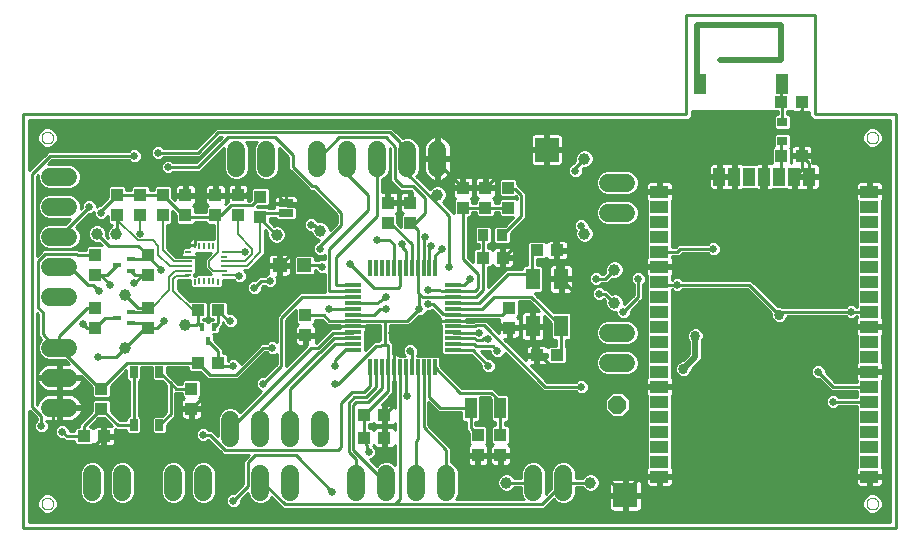
<source format=gtl>
G75*
%MOIN*%
%OFA0B0*%
%FSLAX25Y25*%
%IPPOS*%
%LPD*%
%AMOC8*
5,1,8,0,0,1.08239X$1,22.5*
%
%ADD10C,0.01000*%
%ADD11C,0.00000*%
%ADD12R,0.05000X0.02500*%
%ADD13R,0.02559X0.01811*%
%ADD14R,0.01811X0.02559*%
%ADD15R,0.01181X0.05709*%
%ADD16R,0.05709X0.01181*%
%ADD17R,0.03937X0.07087*%
%ADD18R,0.03937X0.04331*%
%ADD19R,0.02756X0.03937*%
%ADD20R,0.03740X0.03937*%
%ADD21R,0.04331X0.03937*%
%ADD22R,0.04724X0.07087*%
%ADD23C,0.03937*%
%ADD24R,0.04724X0.04724*%
%ADD25R,0.07874X0.07874*%
%ADD26R,0.00750X0.01949*%
%ADD27R,0.00750X0.02362*%
%ADD28R,0.01949X0.00750*%
%ADD29R,0.02362X0.00750*%
%ADD30C,0.06000*%
%ADD31OC8,0.06000*%
%ADD32R,0.06000X0.04000*%
%ADD33R,0.04000X0.06000*%
%ADD34R,0.04134X0.04252*%
%ADD35C,0.01969*%
%ADD36R,0.03543X0.03150*%
%ADD37C,0.00800*%
%ADD38C,0.02578*%
%ADD39C,0.03365*%
%ADD40C,0.02000*%
D10*
X0011500Y0010780D02*
X0011500Y0148780D01*
X0232500Y0148780D01*
X0232500Y0181780D01*
X0275500Y0181780D01*
X0275500Y0148780D01*
X0302500Y0148780D01*
X0302500Y0010780D01*
X0011500Y0010780D01*
X0013500Y0012780D02*
X0013500Y0049719D01*
X0013737Y0049482D01*
X0015900Y0047319D01*
X0015900Y0046558D01*
X0015111Y0045769D01*
X0015111Y0043790D01*
X0016510Y0042391D01*
X0018490Y0042391D01*
X0019889Y0043790D01*
X0019889Y0045769D01*
X0019182Y0046477D01*
X0019446Y0046391D01*
X0020146Y0046280D01*
X0023000Y0046280D01*
X0023000Y0050280D01*
X0024000Y0050280D01*
X0024000Y0051280D01*
X0023000Y0051280D01*
X0023000Y0055280D01*
X0020146Y0055280D01*
X0019446Y0055169D01*
X0018773Y0054950D01*
X0018141Y0054629D01*
X0017568Y0054212D01*
X0017068Y0053711D01*
X0016651Y0053138D01*
X0016330Y0052507D01*
X0016111Y0051834D01*
X0016083Y0051661D01*
X0016000Y0051744D01*
X0016000Y0082219D01*
X0016400Y0081819D01*
X0016400Y0074617D01*
X0017337Y0073680D01*
X0017337Y0073680D01*
X0017470Y0073548D01*
X0017024Y0073102D01*
X0016400Y0071595D01*
X0016400Y0069964D01*
X0017024Y0068457D01*
X0018178Y0067304D01*
X0019684Y0066680D01*
X0025337Y0066680D01*
X0026737Y0065280D01*
X0024000Y0065280D01*
X0024000Y0061280D01*
X0023000Y0061280D01*
X0023000Y0065280D01*
X0020146Y0065280D01*
X0019446Y0065169D01*
X0018773Y0064950D01*
X0018141Y0064629D01*
X0017568Y0064212D01*
X0017068Y0063711D01*
X0016651Y0063138D01*
X0016330Y0062507D01*
X0016111Y0061834D01*
X0016023Y0061280D01*
X0023000Y0061280D01*
X0023000Y0060280D01*
X0016023Y0060280D01*
X0016111Y0059726D01*
X0016330Y0059052D01*
X0016651Y0058421D01*
X0017068Y0057848D01*
X0017568Y0057347D01*
X0018141Y0056931D01*
X0018773Y0056610D01*
X0019446Y0056391D01*
X0020146Y0056280D01*
X0023000Y0056280D01*
X0023000Y0060280D01*
X0024000Y0060280D01*
X0024000Y0061280D01*
X0030737Y0061280D01*
X0034431Y0057586D01*
X0034431Y0054505D01*
X0035076Y0053861D01*
X0039924Y0053861D01*
X0040568Y0054505D01*
X0040568Y0057932D01*
X0045790Y0063153D01*
X0045790Y0060214D01*
X0046434Y0059570D01*
X0046668Y0059570D01*
X0046668Y0047990D01*
X0046434Y0047990D01*
X0045790Y0047346D01*
X0045790Y0046522D01*
X0043675Y0046522D01*
X0040568Y0049628D01*
X0040568Y0053054D01*
X0039924Y0053699D01*
X0035076Y0053699D01*
X0034431Y0053054D01*
X0034431Y0049628D01*
X0030991Y0046187D01*
X0030991Y0046187D01*
X0030054Y0045250D01*
X0030054Y0044348D01*
X0029033Y0044348D01*
X0028388Y0043704D01*
X0028388Y0042880D01*
X0026889Y0042880D01*
X0026889Y0043769D01*
X0025490Y0045169D01*
X0023510Y0045169D01*
X0022111Y0043769D01*
X0022111Y0041790D01*
X0023510Y0040391D01*
X0024626Y0040391D01*
X0025337Y0039680D01*
X0028388Y0039680D01*
X0028388Y0038856D01*
X0029033Y0038211D01*
X0034275Y0038211D01*
X0034788Y0038725D01*
X0034981Y0038390D01*
X0035260Y0038111D01*
X0035602Y0037914D01*
X0035984Y0037811D01*
X0037862Y0037811D01*
X0037862Y0040796D01*
X0038831Y0040796D01*
X0038831Y0041764D01*
X0042012Y0041764D01*
X0042012Y0043446D01*
X0041934Y0043737D01*
X0042349Y0043322D01*
X0045790Y0043322D01*
X0045790Y0042497D01*
X0046434Y0041853D01*
X0050101Y0041853D01*
X0050746Y0042497D01*
X0050746Y0047346D01*
X0050101Y0047990D01*
X0049868Y0047990D01*
X0049868Y0059570D01*
X0050101Y0059570D01*
X0050746Y0060214D01*
X0050746Y0064180D01*
X0054254Y0064180D01*
X0054254Y0060214D01*
X0054899Y0059570D01*
X0057538Y0059570D01*
X0058945Y0058162D01*
X0058945Y0049397D01*
X0057538Y0047990D01*
X0054899Y0047990D01*
X0054254Y0047346D01*
X0054254Y0042497D01*
X0054899Y0041853D01*
X0058566Y0041853D01*
X0059210Y0042497D01*
X0059210Y0045137D01*
X0061208Y0047135D01*
X0062145Y0048072D01*
X0062145Y0055526D01*
X0064431Y0055526D01*
X0064431Y0054505D01*
X0064945Y0053992D01*
X0064610Y0053799D01*
X0064331Y0053520D01*
X0064134Y0053178D01*
X0064031Y0052796D01*
X0064031Y0050918D01*
X0067016Y0050918D01*
X0067016Y0049949D01*
X0067984Y0049949D01*
X0067984Y0046768D01*
X0069666Y0046768D01*
X0070047Y0046870D01*
X0070390Y0047068D01*
X0070669Y0047347D01*
X0070866Y0047689D01*
X0070968Y0048071D01*
X0070968Y0049949D01*
X0067984Y0049949D01*
X0067984Y0050918D01*
X0070968Y0050918D01*
X0070968Y0052796D01*
X0070866Y0053178D01*
X0070669Y0053520D01*
X0070390Y0053799D01*
X0070055Y0053992D01*
X0070568Y0054505D01*
X0070568Y0059747D01*
X0069924Y0060392D01*
X0065076Y0060392D01*
X0064431Y0059747D01*
X0064431Y0058726D01*
X0062907Y0058726D01*
X0062145Y0059488D01*
X0061208Y0060425D01*
X0059210Y0062423D01*
X0059210Y0064180D01*
X0066388Y0064180D01*
X0066388Y0063356D01*
X0067033Y0062711D01*
X0070459Y0062711D01*
X0072054Y0061117D01*
X0072991Y0060180D01*
X0083163Y0060180D01*
X0092163Y0069180D01*
X0092721Y0069180D01*
X0093510Y0068391D01*
X0095490Y0068391D01*
X0095900Y0068801D01*
X0095900Y0065443D01*
X0091626Y0061169D01*
X0090510Y0061169D01*
X0089111Y0059769D01*
X0089111Y0057790D01*
X0090510Y0056391D01*
X0090848Y0056391D01*
X0083768Y0049310D01*
X0082822Y0050256D01*
X0081316Y0050880D01*
X0079684Y0050880D01*
X0078178Y0050256D01*
X0077024Y0049102D01*
X0076400Y0047595D01*
X0076400Y0041344D01*
X0074364Y0043380D01*
X0073279Y0043380D01*
X0072490Y0044169D01*
X0070510Y0044169D01*
X0069111Y0042769D01*
X0069111Y0040790D01*
X0070510Y0039391D01*
X0072490Y0039391D01*
X0073159Y0040060D01*
X0077202Y0036017D01*
X0078139Y0035080D01*
X0086739Y0035080D01*
X0085737Y0034078D01*
X0084800Y0033141D01*
X0084800Y0025343D01*
X0081626Y0022169D01*
X0080510Y0022169D01*
X0079111Y0020769D01*
X0079111Y0018790D01*
X0080510Y0017391D01*
X0082490Y0017391D01*
X0083889Y0018790D01*
X0083889Y0019906D01*
X0086400Y0022417D01*
X0086400Y0021964D01*
X0087024Y0020457D01*
X0088178Y0019304D01*
X0089684Y0018680D01*
X0091316Y0018680D01*
X0092822Y0019304D01*
X0093976Y0020457D01*
X0094147Y0020870D01*
X0097937Y0017080D01*
X0185063Y0017080D01*
X0188232Y0020249D01*
X0189178Y0019304D01*
X0190684Y0018680D01*
X0192316Y0018680D01*
X0193822Y0019304D01*
X0194976Y0020457D01*
X0195600Y0021964D01*
X0195600Y0024180D01*
X0197841Y0024180D01*
X0197899Y0024042D01*
X0198762Y0023179D01*
X0199890Y0022711D01*
X0201110Y0022711D01*
X0202238Y0023179D01*
X0203101Y0024042D01*
X0203568Y0025170D01*
X0203568Y0026390D01*
X0203101Y0027518D01*
X0202238Y0028381D01*
X0201110Y0028848D01*
X0199890Y0028848D01*
X0198762Y0028381D01*
X0197899Y0027518D01*
X0197841Y0027380D01*
X0195600Y0027380D01*
X0195600Y0029595D01*
X0194976Y0031102D01*
X0193822Y0032256D01*
X0192316Y0032880D01*
X0190684Y0032880D01*
X0189178Y0032256D01*
X0188024Y0031102D01*
X0187400Y0029595D01*
X0187400Y0023943D01*
X0185600Y0022143D01*
X0185600Y0029595D01*
X0184976Y0031102D01*
X0183822Y0032256D01*
X0182316Y0032880D01*
X0180684Y0032880D01*
X0179178Y0032256D01*
X0178024Y0031102D01*
X0177400Y0029595D01*
X0177400Y0027380D01*
X0175159Y0027380D01*
X0175101Y0027518D01*
X0174238Y0028381D01*
X0173110Y0028848D01*
X0171890Y0028848D01*
X0170762Y0028381D01*
X0169899Y0027518D01*
X0169431Y0026390D01*
X0169431Y0025170D01*
X0169899Y0024042D01*
X0170762Y0023179D01*
X0171890Y0022711D01*
X0173110Y0022711D01*
X0174238Y0023179D01*
X0175101Y0024042D01*
X0175159Y0024180D01*
X0177400Y0024180D01*
X0177400Y0021964D01*
X0178024Y0020457D01*
X0178202Y0020280D01*
X0155798Y0020280D01*
X0155976Y0020457D01*
X0156600Y0021964D01*
X0156600Y0029595D01*
X0155976Y0031102D01*
X0154822Y0032256D01*
X0154100Y0032555D01*
X0154100Y0037443D01*
X0146490Y0045053D01*
X0146490Y0052527D01*
X0149837Y0049180D01*
X0157510Y0049180D01*
X0157510Y0046781D01*
X0158155Y0046137D01*
X0158979Y0046137D01*
X0158979Y0043385D01*
X0159916Y0042448D01*
X0159931Y0042432D01*
X0159931Y0039005D01*
X0160445Y0038492D01*
X0160110Y0038299D01*
X0159831Y0038020D01*
X0159634Y0037678D01*
X0159531Y0037296D01*
X0159531Y0035418D01*
X0162516Y0035418D01*
X0162516Y0034449D01*
X0163484Y0034449D01*
X0163484Y0031268D01*
X0165166Y0031268D01*
X0165547Y0031370D01*
X0165890Y0031568D01*
X0166169Y0031847D01*
X0166366Y0032189D01*
X0166468Y0032571D01*
X0166468Y0034449D01*
X0163484Y0034449D01*
X0163484Y0035418D01*
X0166468Y0035418D01*
X0166468Y0037296D01*
X0166366Y0037678D01*
X0166169Y0038020D01*
X0165890Y0038299D01*
X0165555Y0038492D01*
X0166068Y0039005D01*
X0166068Y0044247D01*
X0165424Y0044892D01*
X0162179Y0044892D01*
X0162179Y0046137D01*
X0163003Y0046137D01*
X0163647Y0046781D01*
X0163647Y0054180D01*
X0166837Y0054180D01*
X0167353Y0053664D01*
X0167353Y0046781D01*
X0167997Y0046137D01*
X0168821Y0046137D01*
X0168821Y0044892D01*
X0168076Y0044892D01*
X0167431Y0044247D01*
X0167431Y0039005D01*
X0167945Y0038492D01*
X0167610Y0038299D01*
X0167331Y0038020D01*
X0167134Y0037678D01*
X0167031Y0037296D01*
X0167031Y0035418D01*
X0170016Y0035418D01*
X0170016Y0034449D01*
X0170984Y0034449D01*
X0170984Y0031268D01*
X0172666Y0031268D01*
X0173047Y0031370D01*
X0173390Y0031568D01*
X0173669Y0031847D01*
X0173866Y0032189D01*
X0173968Y0032571D01*
X0173968Y0034449D01*
X0170984Y0034449D01*
X0170984Y0035418D01*
X0173968Y0035418D01*
X0173968Y0037296D01*
X0173866Y0037678D01*
X0173669Y0038020D01*
X0173390Y0038299D01*
X0173055Y0038492D01*
X0173568Y0039005D01*
X0173568Y0044247D01*
X0172924Y0044892D01*
X0172021Y0044892D01*
X0172021Y0046137D01*
X0172845Y0046137D01*
X0173490Y0046781D01*
X0173490Y0054779D01*
X0172845Y0055423D01*
X0170119Y0055423D01*
X0168163Y0057380D01*
X0157856Y0057380D01*
X0150517Y0064718D01*
X0150517Y0067456D01*
X0149873Y0068100D01*
X0142553Y0068100D01*
X0142553Y0068454D01*
X0142889Y0068790D01*
X0142889Y0070769D01*
X0141490Y0072169D01*
X0139510Y0072169D01*
X0138111Y0070769D01*
X0138111Y0068790D01*
X0138801Y0068100D01*
X0136659Y0068100D01*
X0136559Y0068201D01*
X0136217Y0068398D01*
X0135835Y0068500D01*
X0135047Y0068500D01*
X0134679Y0068500D01*
X0134679Y0072443D01*
X0133741Y0073380D01*
X0133679Y0073380D01*
X0133679Y0078180D01*
X0140163Y0078180D01*
X0143374Y0081391D01*
X0144490Y0081391D01*
X0145889Y0082790D01*
X0145889Y0082892D01*
X0147490Y0082892D01*
X0147851Y0083253D01*
X0150330Y0080773D01*
X0150280Y0080584D01*
X0150280Y0079796D01*
X0154634Y0079796D01*
X0158988Y0079796D01*
X0158988Y0080164D01*
X0170130Y0080164D01*
X0170031Y0079796D01*
X0170031Y0077918D01*
X0173016Y0077918D01*
X0173016Y0076949D01*
X0173984Y0076949D01*
X0173984Y0073768D01*
X0175666Y0073768D01*
X0176047Y0073870D01*
X0176390Y0074068D01*
X0176669Y0074347D01*
X0176866Y0074689D01*
X0176968Y0075071D01*
X0176968Y0076949D01*
X0173984Y0076949D01*
X0173984Y0077918D01*
X0176968Y0077918D01*
X0176968Y0079796D01*
X0176866Y0080178D01*
X0176669Y0080520D01*
X0176390Y0080799D01*
X0176055Y0080992D01*
X0176568Y0081505D01*
X0176568Y0086180D01*
X0180188Y0086180D01*
X0183418Y0082949D01*
X0181776Y0082949D01*
X0181776Y0078406D01*
X0185138Y0078406D01*
X0185138Y0081230D01*
X0187262Y0079105D01*
X0187262Y0073907D01*
X0187907Y0073263D01*
X0189124Y0073263D01*
X0189124Y0071348D01*
X0186725Y0071348D01*
X0186212Y0070835D01*
X0186019Y0071169D01*
X0185740Y0071449D01*
X0185398Y0071646D01*
X0185016Y0071748D01*
X0183138Y0071748D01*
X0183138Y0068764D01*
X0186081Y0068764D01*
X0186081Y0067796D01*
X0183138Y0067796D01*
X0183138Y0068764D01*
X0182169Y0068764D01*
X0182169Y0067796D01*
X0178988Y0067796D01*
X0178988Y0066554D01*
X0171775Y0073768D01*
X0173016Y0073768D01*
X0173016Y0076949D01*
X0170031Y0076949D01*
X0170031Y0075511D01*
X0166711Y0078832D01*
X0166711Y0078832D01*
X0165774Y0079769D01*
X0161848Y0079769D01*
X0161506Y0079427D01*
X0158988Y0079427D01*
X0158988Y0079796D01*
X0154634Y0079796D01*
X0154634Y0079796D01*
X0144516Y0079796D01*
X0137500Y0072780D01*
X0134500Y0075780D01*
X0133679Y0075772D02*
X0150680Y0075772D01*
X0150680Y0074774D02*
X0133679Y0074774D01*
X0133679Y0073775D02*
X0150680Y0073775D01*
X0150680Y0072777D02*
X0134344Y0072777D01*
X0134679Y0071778D02*
X0139120Y0071778D01*
X0138121Y0070780D02*
X0134679Y0070780D01*
X0135047Y0070327D02*
X0137500Y0072780D01*
X0138111Y0069781D02*
X0134679Y0069781D01*
X0135047Y0070327D02*
X0135047Y0064146D01*
X0135047Y0064146D01*
X0135047Y0059792D01*
X0134679Y0059792D01*
X0134679Y0055542D01*
X0133741Y0054605D01*
X0130885Y0051748D01*
X0131362Y0051748D01*
X0131362Y0048764D01*
X0132331Y0048764D01*
X0132331Y0051748D01*
X0134209Y0051748D01*
X0134591Y0051646D01*
X0134933Y0051449D01*
X0135212Y0051169D01*
X0135410Y0050827D01*
X0135416Y0050804D01*
X0135416Y0059792D01*
X0135047Y0059792D01*
X0135047Y0064146D01*
X0135047Y0068500D01*
X0135047Y0064146D01*
X0135047Y0064146D01*
X0135047Y0051481D01*
X0131846Y0048280D01*
X0131846Y0040780D01*
X0131362Y0041264D02*
X0131362Y0044248D01*
X0129484Y0044248D01*
X0129102Y0044146D01*
X0128760Y0043949D01*
X0128481Y0043669D01*
X0128288Y0043335D01*
X0127775Y0043848D01*
X0126754Y0043848D01*
X0126754Y0045211D01*
X0127775Y0045211D01*
X0128288Y0045725D01*
X0128481Y0045390D01*
X0128760Y0045111D01*
X0129102Y0044914D01*
X0129484Y0044811D01*
X0131362Y0044811D01*
X0131362Y0047796D01*
X0132331Y0047796D01*
X0132331Y0044811D01*
X0134209Y0044811D01*
X0134591Y0044914D01*
X0134933Y0045111D01*
X0135212Y0045390D01*
X0135410Y0045732D01*
X0135416Y0045755D01*
X0135416Y0043304D01*
X0135410Y0043327D01*
X0135212Y0043669D01*
X0134933Y0043949D01*
X0134591Y0044146D01*
X0134209Y0044248D01*
X0132331Y0044248D01*
X0132331Y0041264D01*
X0131362Y0041264D01*
X0131362Y0041823D02*
X0132331Y0041823D01*
X0132331Y0042822D02*
X0131362Y0042822D01*
X0131362Y0043820D02*
X0132331Y0043820D01*
X0132331Y0044819D02*
X0131362Y0044819D01*
X0131362Y0045817D02*
X0132331Y0045817D01*
X0132331Y0046816D02*
X0131362Y0046816D01*
X0131362Y0048813D02*
X0132331Y0048813D01*
X0132331Y0049811D02*
X0131362Y0049811D01*
X0131362Y0050810D02*
X0132331Y0050810D01*
X0130945Y0051808D02*
X0135416Y0051808D01*
X0135414Y0050810D02*
X0135416Y0050810D01*
X0135416Y0052807D02*
X0131943Y0052807D01*
X0132942Y0053805D02*
X0135416Y0053805D01*
X0135416Y0054804D02*
X0133940Y0054804D01*
X0134679Y0055802D02*
X0135416Y0055802D01*
X0135416Y0056801D02*
X0134679Y0056801D01*
X0134679Y0057799D02*
X0135416Y0057799D01*
X0135416Y0058798D02*
X0134679Y0058798D01*
X0135047Y0059796D02*
X0135047Y0059796D01*
X0135047Y0060795D02*
X0135047Y0060795D01*
X0135047Y0061793D02*
X0135047Y0061793D01*
X0135047Y0062792D02*
X0135047Y0062792D01*
X0135047Y0063790D02*
X0135047Y0063790D01*
X0135047Y0064789D02*
X0135047Y0064789D01*
X0135047Y0065787D02*
X0135047Y0065787D01*
X0135047Y0066786D02*
X0135047Y0066786D01*
X0135047Y0067784D02*
X0135047Y0067784D01*
X0134679Y0068783D02*
X0138118Y0068783D01*
X0140500Y0069780D02*
X0140953Y0069327D01*
X0140953Y0064146D01*
X0142921Y0064146D02*
X0142921Y0040201D01*
X0142500Y0039780D01*
X0142500Y0025780D01*
X0137016Y0020296D02*
X0135400Y0018680D01*
X0184400Y0018680D01*
X0191500Y0025780D01*
X0200500Y0025780D01*
X0203568Y0025847D02*
X0206723Y0025847D01*
X0206673Y0025659D02*
X0206673Y0022025D01*
X0211610Y0022025D01*
X0211610Y0026962D01*
X0207976Y0026962D01*
X0207594Y0026860D01*
X0207252Y0026662D01*
X0206973Y0026383D01*
X0206775Y0026041D01*
X0206673Y0025659D01*
X0206673Y0024848D02*
X0203435Y0024848D01*
X0202909Y0023850D02*
X0206673Y0023850D01*
X0206673Y0022851D02*
X0201448Y0022851D01*
X0199552Y0022851D02*
X0195600Y0022851D01*
X0195600Y0023850D02*
X0198091Y0023850D01*
X0195554Y0021853D02*
X0211610Y0021853D01*
X0211610Y0022025D02*
X0211610Y0021025D01*
X0206673Y0021025D01*
X0206673Y0017390D01*
X0206775Y0017009D01*
X0206973Y0016667D01*
X0207252Y0016388D01*
X0207594Y0016190D01*
X0207976Y0016088D01*
X0211610Y0016088D01*
X0211610Y0021025D01*
X0212610Y0021025D01*
X0212610Y0022025D01*
X0211610Y0022025D01*
X0211755Y0021525D02*
X0198346Y0034933D01*
X0170500Y0034933D01*
X0163000Y0034933D01*
X0163484Y0034833D02*
X0170016Y0034833D01*
X0170016Y0034449D02*
X0167031Y0034449D01*
X0167031Y0032571D01*
X0167134Y0032189D01*
X0167331Y0031847D01*
X0167610Y0031568D01*
X0167953Y0031370D01*
X0168334Y0031268D01*
X0170016Y0031268D01*
X0170016Y0034449D01*
X0170016Y0033835D02*
X0170984Y0033835D01*
X0170984Y0034833D02*
X0219400Y0034833D01*
X0219400Y0035236D02*
X0219400Y0030801D01*
X0219300Y0030701D01*
X0219102Y0030359D01*
X0219000Y0029977D01*
X0219000Y0028280D01*
X0223000Y0028280D01*
X0223000Y0027280D01*
X0219000Y0027280D01*
X0219000Y0025582D01*
X0219102Y0025201D01*
X0219300Y0024859D01*
X0219579Y0024580D01*
X0219921Y0024382D01*
X0220303Y0024280D01*
X0223000Y0024280D01*
X0223000Y0027280D01*
X0224000Y0027280D01*
X0224000Y0028280D01*
X0228000Y0028280D01*
X0228000Y0029977D01*
X0227898Y0030359D01*
X0227700Y0030701D01*
X0227600Y0030801D01*
X0227600Y0035236D01*
X0227556Y0035280D01*
X0227600Y0035324D01*
X0227600Y0040236D01*
X0227556Y0040280D01*
X0227600Y0040324D01*
X0227600Y0045236D01*
X0227556Y0045280D01*
X0227600Y0045324D01*
X0227600Y0050236D01*
X0227556Y0050280D01*
X0227600Y0050324D01*
X0227600Y0054759D01*
X0227700Y0054859D01*
X0227898Y0055201D01*
X0228000Y0055582D01*
X0228000Y0057280D01*
X0224000Y0057280D01*
X0224000Y0058280D01*
X0228000Y0058280D01*
X0228000Y0059977D01*
X0227898Y0060359D01*
X0227700Y0060701D01*
X0227600Y0060801D01*
X0227600Y0065236D01*
X0227556Y0065280D01*
X0227600Y0065324D01*
X0227600Y0070236D01*
X0227556Y0070280D01*
X0227600Y0070324D01*
X0227600Y0075236D01*
X0227556Y0075280D01*
X0227600Y0075324D01*
X0227600Y0080236D01*
X0227556Y0080280D01*
X0227600Y0080324D01*
X0227600Y0085236D01*
X0227556Y0085280D01*
X0227600Y0085324D01*
X0227600Y0090180D01*
X0227721Y0090180D01*
X0228510Y0089391D01*
X0230490Y0089391D01*
X0231279Y0090180D01*
X0252837Y0090180D01*
X0260717Y0082300D01*
X0260717Y0081226D01*
X0261141Y0080204D01*
X0261924Y0079421D01*
X0262946Y0078997D01*
X0264054Y0078997D01*
X0265076Y0079421D01*
X0265859Y0080204D01*
X0266263Y0081180D01*
X0285721Y0081180D01*
X0286510Y0080391D01*
X0288490Y0080391D01*
X0289279Y0081180D01*
X0289400Y0081180D01*
X0289400Y0080801D01*
X0289300Y0080701D01*
X0289102Y0080359D01*
X0289000Y0079977D01*
X0289000Y0078280D01*
X0293000Y0078280D01*
X0293000Y0077280D01*
X0289000Y0077280D01*
X0289000Y0075582D01*
X0289102Y0075201D01*
X0289300Y0074859D01*
X0289400Y0074759D01*
X0289400Y0070324D01*
X0289444Y0070280D01*
X0289400Y0070236D01*
X0289400Y0065801D01*
X0289300Y0065701D01*
X0289102Y0065359D01*
X0289000Y0064977D01*
X0289000Y0063280D01*
X0293000Y0063280D01*
X0293000Y0062280D01*
X0289000Y0062280D01*
X0289000Y0060582D01*
X0289102Y0060201D01*
X0289300Y0059859D01*
X0289400Y0059759D01*
X0289400Y0059380D01*
X0282163Y0059380D01*
X0278889Y0062654D01*
X0278889Y0063769D01*
X0277490Y0065169D01*
X0275510Y0065169D01*
X0274111Y0063769D01*
X0274111Y0061790D01*
X0275510Y0060391D01*
X0276626Y0060391D01*
X0280837Y0056180D01*
X0289400Y0056180D01*
X0289400Y0055324D01*
X0289444Y0055280D01*
X0289400Y0055236D01*
X0289400Y0054380D01*
X0283279Y0054380D01*
X0282490Y0055169D01*
X0280510Y0055169D01*
X0279111Y0053769D01*
X0279111Y0051790D01*
X0280510Y0050391D01*
X0282490Y0050391D01*
X0283279Y0051180D01*
X0289400Y0051180D01*
X0289400Y0050324D01*
X0289444Y0050280D01*
X0289400Y0050236D01*
X0289400Y0045324D01*
X0289444Y0045280D01*
X0289400Y0045236D01*
X0289400Y0040324D01*
X0289444Y0040280D01*
X0289400Y0040236D01*
X0289400Y0035324D01*
X0289444Y0035280D01*
X0289400Y0035236D01*
X0289400Y0030801D01*
X0289300Y0030701D01*
X0289102Y0030359D01*
X0289000Y0029977D01*
X0289000Y0028280D01*
X0293000Y0028280D01*
X0293000Y0027280D01*
X0289000Y0027280D01*
X0289000Y0025582D01*
X0289102Y0025201D01*
X0289300Y0024859D01*
X0289579Y0024580D01*
X0289921Y0024382D01*
X0290303Y0024280D01*
X0293000Y0024280D01*
X0293000Y0027280D01*
X0294000Y0027280D01*
X0294000Y0028280D01*
X0298000Y0028280D01*
X0298000Y0029977D01*
X0297898Y0030359D01*
X0297700Y0030701D01*
X0297600Y0030801D01*
X0297600Y0035236D01*
X0297556Y0035280D01*
X0297600Y0035324D01*
X0297600Y0040236D01*
X0297556Y0040280D01*
X0297600Y0040324D01*
X0297600Y0045236D01*
X0297556Y0045280D01*
X0297600Y0045324D01*
X0297600Y0050236D01*
X0297556Y0050280D01*
X0297600Y0050324D01*
X0297600Y0055236D01*
X0297556Y0055280D01*
X0297600Y0055324D01*
X0297600Y0059759D01*
X0297700Y0059859D01*
X0297898Y0060201D01*
X0298000Y0060582D01*
X0298000Y0062280D01*
X0294000Y0062280D01*
X0294000Y0063280D01*
X0298000Y0063280D01*
X0298000Y0064977D01*
X0297898Y0065359D01*
X0297700Y0065701D01*
X0297600Y0065801D01*
X0297600Y0070236D01*
X0297556Y0070280D01*
X0297600Y0070324D01*
X0297600Y0074759D01*
X0297700Y0074859D01*
X0297898Y0075201D01*
X0298000Y0075582D01*
X0298000Y0077280D01*
X0294000Y0077280D01*
X0294000Y0078280D01*
X0298000Y0078280D01*
X0298000Y0079977D01*
X0297898Y0080359D01*
X0297700Y0080701D01*
X0297600Y0080801D01*
X0297600Y0085236D01*
X0297556Y0085280D01*
X0297600Y0085324D01*
X0297600Y0090236D01*
X0297556Y0090280D01*
X0297600Y0090324D01*
X0297600Y0095236D01*
X0297556Y0095280D01*
X0297600Y0095324D01*
X0297600Y0100236D01*
X0297556Y0100280D01*
X0297600Y0100324D01*
X0297600Y0105236D01*
X0297556Y0105280D01*
X0297600Y0105324D01*
X0297600Y0110236D01*
X0297556Y0110280D01*
X0297600Y0110324D01*
X0297600Y0115236D01*
X0297556Y0115280D01*
X0297600Y0115324D01*
X0297600Y0119759D01*
X0297700Y0119859D01*
X0297898Y0120201D01*
X0298000Y0120582D01*
X0298000Y0122280D01*
X0294000Y0122280D01*
X0294000Y0123280D01*
X0293000Y0123280D01*
X0293000Y0126280D01*
X0290303Y0126280D01*
X0289921Y0126178D01*
X0289579Y0125980D01*
X0289300Y0125701D01*
X0289102Y0125359D01*
X0289000Y0124977D01*
X0289000Y0123280D01*
X0293000Y0123280D01*
X0293000Y0122280D01*
X0289000Y0122280D01*
X0289000Y0120582D01*
X0289102Y0120201D01*
X0289300Y0119859D01*
X0289400Y0119759D01*
X0289400Y0115324D01*
X0289444Y0115280D01*
X0289400Y0115236D01*
X0289400Y0110324D01*
X0289444Y0110280D01*
X0289400Y0110236D01*
X0289400Y0105324D01*
X0289444Y0105280D01*
X0289400Y0105236D01*
X0289400Y0100324D01*
X0289444Y0100280D01*
X0289400Y0100236D01*
X0289400Y0095324D01*
X0289444Y0095280D01*
X0289400Y0095236D01*
X0289400Y0090324D01*
X0289444Y0090280D01*
X0289400Y0090236D01*
X0289400Y0085324D01*
X0289444Y0085280D01*
X0289400Y0085236D01*
X0289400Y0084380D01*
X0289279Y0084380D01*
X0288490Y0085169D01*
X0286510Y0085169D01*
X0285721Y0084380D01*
X0264495Y0084380D01*
X0264054Y0084563D01*
X0262980Y0084563D01*
X0254163Y0093380D01*
X0231279Y0093380D01*
X0230490Y0094169D01*
X0228510Y0094169D01*
X0227721Y0093380D01*
X0227600Y0093380D01*
X0227600Y0094759D01*
X0227700Y0094859D01*
X0227898Y0095201D01*
X0228000Y0095582D01*
X0228000Y0097280D01*
X0224000Y0097280D01*
X0224000Y0098280D01*
X0228000Y0098280D01*
X0228000Y0099977D01*
X0227898Y0100359D01*
X0227700Y0100701D01*
X0227600Y0100801D01*
X0227600Y0101180D01*
X0230163Y0101180D01*
X0231100Y0102117D01*
X0231163Y0102180D01*
X0239721Y0102180D01*
X0240510Y0101391D01*
X0242490Y0101391D01*
X0243889Y0102790D01*
X0243889Y0104769D01*
X0242490Y0106169D01*
X0240510Y0106169D01*
X0239721Y0105380D01*
X0229837Y0105380D01*
X0228900Y0104443D01*
X0228837Y0104380D01*
X0227600Y0104380D01*
X0227600Y0105236D01*
X0227556Y0105280D01*
X0227600Y0105324D01*
X0227600Y0110236D01*
X0227556Y0110280D01*
X0227600Y0110324D01*
X0227600Y0115236D01*
X0227556Y0115280D01*
X0227600Y0115324D01*
X0227600Y0119759D01*
X0227700Y0119859D01*
X0227898Y0120201D01*
X0228000Y0120582D01*
X0228000Y0122280D01*
X0224000Y0122280D01*
X0224000Y0123280D01*
X0223000Y0123280D01*
X0223000Y0126280D01*
X0220303Y0126280D01*
X0219921Y0126178D01*
X0219579Y0125980D01*
X0219300Y0125701D01*
X0219102Y0125359D01*
X0219000Y0124977D01*
X0219000Y0123280D01*
X0223000Y0123280D01*
X0223000Y0122280D01*
X0219000Y0122280D01*
X0219000Y0120582D01*
X0219102Y0120201D01*
X0219300Y0119859D01*
X0219400Y0119759D01*
X0219400Y0115324D01*
X0219444Y0115280D01*
X0219400Y0115236D01*
X0219400Y0110324D01*
X0219444Y0110280D01*
X0219400Y0110236D01*
X0219400Y0105324D01*
X0219444Y0105280D01*
X0219400Y0105236D01*
X0219400Y0100801D01*
X0219300Y0100701D01*
X0219102Y0100359D01*
X0219000Y0099977D01*
X0219000Y0098280D01*
X0223000Y0098280D01*
X0223000Y0097280D01*
X0219000Y0097280D01*
X0219000Y0095582D01*
X0219102Y0095201D01*
X0219300Y0094859D01*
X0219400Y0094759D01*
X0219400Y0090324D01*
X0219444Y0090280D01*
X0219400Y0090236D01*
X0219400Y0085324D01*
X0219444Y0085280D01*
X0219400Y0085236D01*
X0219400Y0080324D01*
X0219444Y0080280D01*
X0219400Y0080236D01*
X0219400Y0075324D01*
X0219444Y0075280D01*
X0219400Y0075236D01*
X0219400Y0070324D01*
X0219444Y0070280D01*
X0219400Y0070236D01*
X0219400Y0065324D01*
X0219444Y0065280D01*
X0219400Y0065236D01*
X0219400Y0060801D01*
X0219300Y0060701D01*
X0219102Y0060359D01*
X0219000Y0059977D01*
X0219000Y0058280D01*
X0223000Y0058280D01*
X0223000Y0057280D01*
X0219000Y0057280D01*
X0219000Y0055582D01*
X0219102Y0055201D01*
X0219300Y0054859D01*
X0219400Y0054759D01*
X0219400Y0050324D01*
X0219444Y0050280D01*
X0219400Y0050236D01*
X0219400Y0045324D01*
X0219444Y0045280D01*
X0219400Y0045236D01*
X0219400Y0040324D01*
X0219444Y0040280D01*
X0219400Y0040236D01*
X0219400Y0035324D01*
X0219444Y0035280D01*
X0219400Y0035236D01*
X0219400Y0035832D02*
X0173968Y0035832D01*
X0173968Y0036830D02*
X0219400Y0036830D01*
X0219400Y0037829D02*
X0173779Y0037829D01*
X0173391Y0038828D02*
X0219400Y0038828D01*
X0219400Y0039826D02*
X0173568Y0039826D01*
X0173568Y0040825D02*
X0219400Y0040825D01*
X0219400Y0041823D02*
X0173568Y0041823D01*
X0173568Y0042822D02*
X0219400Y0042822D01*
X0219400Y0043820D02*
X0173568Y0043820D01*
X0172997Y0044819D02*
X0219400Y0044819D01*
X0219400Y0045817D02*
X0172021Y0045817D01*
X0173490Y0046816D02*
X0219400Y0046816D01*
X0219400Y0047814D02*
X0211333Y0047814D01*
X0211198Y0047680D02*
X0213600Y0050082D01*
X0213600Y0053478D01*
X0211198Y0055880D01*
X0207802Y0055880D01*
X0205400Y0053478D01*
X0205400Y0050082D01*
X0207802Y0047680D01*
X0211198Y0047680D01*
X0212331Y0048813D02*
X0219400Y0048813D01*
X0219400Y0049811D02*
X0213330Y0049811D01*
X0213600Y0050810D02*
X0219400Y0050810D01*
X0219400Y0051808D02*
X0213600Y0051808D01*
X0213600Y0052807D02*
X0219400Y0052807D01*
X0219400Y0053805D02*
X0213273Y0053805D01*
X0212274Y0054804D02*
X0219355Y0054804D01*
X0219000Y0055802D02*
X0211276Y0055802D01*
X0207724Y0055802D02*
X0198901Y0055802D01*
X0198490Y0055391D02*
X0199889Y0056790D01*
X0199889Y0058769D01*
X0198490Y0060169D01*
X0205400Y0053258D01*
X0205400Y0050082D01*
X0207802Y0047680D01*
X0208031Y0047680D01*
X0212110Y0043601D01*
X0212110Y0021525D01*
X0212110Y0022525D01*
X0217110Y0027525D01*
X0223245Y0027525D01*
X0223500Y0027780D01*
X0236500Y0027780D01*
X0236500Y0051780D01*
X0251500Y0066780D01*
X0266500Y0066780D01*
X0283500Y0066780D01*
X0284500Y0067780D01*
X0284500Y0063780D01*
X0292500Y0063780D01*
X0293500Y0062780D01*
X0294000Y0062792D02*
X0300500Y0062792D01*
X0300500Y0063790D02*
X0298000Y0063790D01*
X0298000Y0064789D02*
X0300500Y0064789D01*
X0300500Y0065787D02*
X0297614Y0065787D01*
X0297600Y0066786D02*
X0300500Y0066786D01*
X0300500Y0067784D02*
X0297600Y0067784D01*
X0297600Y0068783D02*
X0300500Y0068783D01*
X0300500Y0069781D02*
X0297600Y0069781D01*
X0297600Y0070780D02*
X0300500Y0070780D01*
X0300500Y0071778D02*
X0297600Y0071778D01*
X0297600Y0072777D02*
X0300500Y0072777D01*
X0300500Y0073775D02*
X0297600Y0073775D01*
X0297615Y0074774D02*
X0300500Y0074774D01*
X0300500Y0075772D02*
X0298000Y0075772D01*
X0298000Y0076771D02*
X0300500Y0076771D01*
X0300500Y0077769D02*
X0294000Y0077769D01*
X0293500Y0077780D02*
X0272500Y0077780D01*
X0266500Y0071780D01*
X0266500Y0066780D01*
X0274132Y0063790D02*
X0234480Y0063790D01*
X0234283Y0063593D02*
X0237600Y0066910D01*
X0237600Y0072945D01*
X0237859Y0073204D01*
X0238283Y0074226D01*
X0238283Y0075333D01*
X0237859Y0076356D01*
X0237076Y0077139D01*
X0236054Y0077563D01*
X0234946Y0077563D01*
X0233924Y0077139D01*
X0233141Y0076356D01*
X0232717Y0075333D01*
X0232717Y0074226D01*
X0233141Y0073204D01*
X0233400Y0072945D01*
X0233400Y0068650D01*
X0231313Y0066563D01*
X0230946Y0066563D01*
X0229924Y0066139D01*
X0229141Y0065356D01*
X0228717Y0064333D01*
X0228717Y0063226D01*
X0229141Y0062204D01*
X0229924Y0061421D01*
X0230946Y0060997D01*
X0232054Y0060997D01*
X0233076Y0061421D01*
X0233859Y0062204D01*
X0234283Y0063226D01*
X0234283Y0063593D01*
X0234103Y0062792D02*
X0274111Y0062792D01*
X0274111Y0061793D02*
X0233449Y0061793D01*
X0235479Y0064789D02*
X0275130Y0064789D01*
X0276500Y0062780D02*
X0281500Y0057780D01*
X0293500Y0057780D01*
X0297600Y0057799D02*
X0300500Y0057799D01*
X0300500Y0056801D02*
X0297600Y0056801D01*
X0297600Y0055802D02*
X0300500Y0055802D01*
X0300500Y0054804D02*
X0297600Y0054804D01*
X0297600Y0053805D02*
X0300500Y0053805D01*
X0300500Y0052807D02*
X0297600Y0052807D01*
X0297600Y0051808D02*
X0300500Y0051808D01*
X0300500Y0050810D02*
X0297600Y0050810D01*
X0297600Y0049811D02*
X0300500Y0049811D01*
X0300500Y0048813D02*
X0297600Y0048813D01*
X0297600Y0047814D02*
X0300500Y0047814D01*
X0300500Y0046816D02*
X0297600Y0046816D01*
X0297600Y0045817D02*
X0300500Y0045817D01*
X0300500Y0044819D02*
X0297600Y0044819D01*
X0297600Y0043820D02*
X0300500Y0043820D01*
X0300500Y0042822D02*
X0297600Y0042822D01*
X0297600Y0041823D02*
X0300500Y0041823D01*
X0300500Y0040825D02*
X0297600Y0040825D01*
X0297600Y0039826D02*
X0300500Y0039826D01*
X0300500Y0038828D02*
X0297600Y0038828D01*
X0297600Y0037829D02*
X0300500Y0037829D01*
X0300500Y0036830D02*
X0297600Y0036830D01*
X0297600Y0035832D02*
X0300500Y0035832D01*
X0300500Y0034833D02*
X0297600Y0034833D01*
X0297600Y0033835D02*
X0300500Y0033835D01*
X0300500Y0032836D02*
X0297600Y0032836D01*
X0297600Y0031838D02*
X0300500Y0031838D01*
X0300500Y0030839D02*
X0297600Y0030839D01*
X0298000Y0029841D02*
X0300500Y0029841D01*
X0300500Y0028842D02*
X0298000Y0028842D01*
X0298000Y0027280D02*
X0294000Y0027280D01*
X0294000Y0024280D01*
X0296697Y0024280D01*
X0297079Y0024382D01*
X0297421Y0024580D01*
X0297700Y0024859D01*
X0297898Y0025201D01*
X0298000Y0025582D01*
X0298000Y0027280D01*
X0298000Y0026845D02*
X0300500Y0026845D01*
X0300500Y0025847D02*
X0298000Y0025847D01*
X0297690Y0024848D02*
X0300500Y0024848D01*
X0300500Y0023850D02*
X0217547Y0023850D01*
X0217547Y0024848D02*
X0219310Y0024848D01*
X0219000Y0025847D02*
X0217497Y0025847D01*
X0217547Y0025659D02*
X0217445Y0026041D01*
X0217247Y0026383D01*
X0216968Y0026662D01*
X0216626Y0026860D01*
X0216244Y0026962D01*
X0212610Y0026962D01*
X0212610Y0022025D01*
X0217547Y0022025D01*
X0217547Y0025659D01*
X0216651Y0026845D02*
X0219000Y0026845D01*
X0219000Y0028842D02*
X0201125Y0028842D01*
X0199875Y0028842D02*
X0195600Y0028842D01*
X0195600Y0027844D02*
X0198224Y0027844D01*
X0195498Y0029841D02*
X0219000Y0029841D01*
X0219400Y0030839D02*
X0195085Y0030839D01*
X0194240Y0031838D02*
X0219400Y0031838D01*
X0219400Y0032836D02*
X0192420Y0032836D01*
X0190580Y0032836D02*
X0182420Y0032836D01*
X0180580Y0032836D02*
X0173968Y0032836D01*
X0173968Y0033835D02*
X0219400Y0033835D01*
X0223000Y0027844D02*
X0202775Y0027844D01*
X0203380Y0026845D02*
X0207569Y0026845D01*
X0211610Y0026845D02*
X0212610Y0026845D01*
X0212610Y0025847D02*
X0211610Y0025847D01*
X0211610Y0024848D02*
X0212610Y0024848D01*
X0212610Y0023850D02*
X0211610Y0023850D01*
X0211610Y0022851D02*
X0212610Y0022851D01*
X0212610Y0021853D02*
X0292855Y0021853D01*
X0292535Y0021720D02*
X0291560Y0020745D01*
X0291031Y0019470D01*
X0291031Y0018090D01*
X0291560Y0016815D01*
X0292535Y0015839D01*
X0293810Y0015311D01*
X0295190Y0015311D01*
X0296465Y0015839D01*
X0297440Y0016815D01*
X0297968Y0018090D01*
X0297968Y0019470D01*
X0297440Y0020745D01*
X0296465Y0021720D01*
X0295190Y0022248D01*
X0293810Y0022248D01*
X0292535Y0021720D01*
X0291669Y0020854D02*
X0217547Y0020854D01*
X0217547Y0021025D02*
X0212610Y0021025D01*
X0212610Y0016088D01*
X0216244Y0016088D01*
X0216626Y0016190D01*
X0216968Y0016388D01*
X0217247Y0016667D01*
X0217445Y0017009D01*
X0217547Y0017390D01*
X0217547Y0021025D01*
X0217547Y0019856D02*
X0291191Y0019856D01*
X0291031Y0018857D02*
X0217547Y0018857D01*
X0217547Y0017859D02*
X0291127Y0017859D01*
X0291541Y0016860D02*
X0217359Y0016860D01*
X0212610Y0016860D02*
X0211610Y0016860D01*
X0211610Y0017859D02*
X0212610Y0017859D01*
X0212610Y0018857D02*
X0211610Y0018857D01*
X0211610Y0019856D02*
X0212610Y0019856D01*
X0212610Y0020854D02*
X0211610Y0020854D01*
X0211755Y0021525D02*
X0212110Y0021525D01*
X0217547Y0022851D02*
X0300500Y0022851D01*
X0300500Y0021853D02*
X0296145Y0021853D01*
X0297331Y0020854D02*
X0300500Y0020854D01*
X0300500Y0019856D02*
X0297809Y0019856D01*
X0297968Y0018857D02*
X0300500Y0018857D01*
X0300500Y0017859D02*
X0297873Y0017859D01*
X0297459Y0016860D02*
X0300500Y0016860D01*
X0300500Y0015862D02*
X0296487Y0015862D01*
X0292513Y0015862D02*
X0021487Y0015862D01*
X0021465Y0015839D02*
X0022440Y0016815D01*
X0022968Y0018090D01*
X0022968Y0019470D01*
X0022440Y0020745D01*
X0021465Y0021720D01*
X0020190Y0022248D01*
X0018810Y0022248D01*
X0017535Y0021720D01*
X0016560Y0020745D01*
X0016031Y0019470D01*
X0016031Y0018090D01*
X0016560Y0016815D01*
X0017535Y0015839D01*
X0018810Y0015311D01*
X0020190Y0015311D01*
X0021465Y0015839D01*
X0022459Y0016860D02*
X0206861Y0016860D01*
X0206673Y0017859D02*
X0185842Y0017859D01*
X0186840Y0018857D02*
X0190256Y0018857D01*
X0188626Y0019856D02*
X0187839Y0019856D01*
X0192744Y0018857D02*
X0206673Y0018857D01*
X0206673Y0019856D02*
X0194374Y0019856D01*
X0195140Y0020854D02*
X0206673Y0020854D01*
X0223000Y0024848D02*
X0224000Y0024848D01*
X0224000Y0024280D02*
X0226697Y0024280D01*
X0227079Y0024382D01*
X0227421Y0024580D01*
X0227700Y0024859D01*
X0227898Y0025201D01*
X0228000Y0025582D01*
X0228000Y0027280D01*
X0224000Y0027280D01*
X0224000Y0024280D01*
X0224000Y0025847D02*
X0223000Y0025847D01*
X0223000Y0026845D02*
X0224000Y0026845D01*
X0224000Y0027844D02*
X0293000Y0027844D01*
X0293500Y0027780D02*
X0236500Y0027780D01*
X0228000Y0026845D02*
X0289000Y0026845D01*
X0289000Y0025847D02*
X0228000Y0025847D01*
X0227690Y0024848D02*
X0289310Y0024848D01*
X0293000Y0024848D02*
X0294000Y0024848D01*
X0294000Y0025847D02*
X0293000Y0025847D01*
X0293000Y0026845D02*
X0294000Y0026845D01*
X0294000Y0027844D02*
X0300500Y0027844D01*
X0289400Y0030839D02*
X0227600Y0030839D01*
X0227600Y0031838D02*
X0289400Y0031838D01*
X0289400Y0032836D02*
X0227600Y0032836D01*
X0227600Y0033835D02*
X0289400Y0033835D01*
X0289400Y0034833D02*
X0227600Y0034833D01*
X0227600Y0035832D02*
X0289400Y0035832D01*
X0289400Y0036830D02*
X0227600Y0036830D01*
X0227600Y0037829D02*
X0289400Y0037829D01*
X0289400Y0038828D02*
X0227600Y0038828D01*
X0227600Y0039826D02*
X0289400Y0039826D01*
X0289400Y0040825D02*
X0227600Y0040825D01*
X0227600Y0041823D02*
X0289400Y0041823D01*
X0289400Y0042822D02*
X0227600Y0042822D01*
X0227600Y0043820D02*
X0289400Y0043820D01*
X0289400Y0044819D02*
X0227600Y0044819D01*
X0227600Y0045817D02*
X0289400Y0045817D01*
X0289400Y0046816D02*
X0227600Y0046816D01*
X0227600Y0047814D02*
X0289400Y0047814D01*
X0289400Y0048813D02*
X0227600Y0048813D01*
X0227600Y0049811D02*
X0289400Y0049811D01*
X0289400Y0050810D02*
X0282908Y0050810D01*
X0281500Y0052780D02*
X0293500Y0052780D01*
X0289400Y0054804D02*
X0282855Y0054804D01*
X0280145Y0054804D02*
X0227645Y0054804D01*
X0227600Y0053805D02*
X0279147Y0053805D01*
X0279111Y0052807D02*
X0227600Y0052807D01*
X0227600Y0051808D02*
X0279111Y0051808D01*
X0280092Y0050810D02*
X0227600Y0050810D01*
X0228000Y0055802D02*
X0289400Y0055802D01*
X0289362Y0059796D02*
X0281746Y0059796D01*
X0280748Y0060795D02*
X0289000Y0060795D01*
X0289000Y0061793D02*
X0279749Y0061793D01*
X0278889Y0062792D02*
X0293000Y0062792D01*
X0289386Y0065787D02*
X0236477Y0065787D01*
X0237476Y0066786D02*
X0289400Y0066786D01*
X0289400Y0067784D02*
X0237600Y0067784D01*
X0237600Y0068783D02*
X0289400Y0068783D01*
X0289400Y0069781D02*
X0237600Y0069781D01*
X0237600Y0070780D02*
X0289400Y0070780D01*
X0289400Y0071778D02*
X0237600Y0071778D01*
X0237600Y0072777D02*
X0289400Y0072777D01*
X0289400Y0073775D02*
X0238096Y0073775D01*
X0238283Y0074774D02*
X0289385Y0074774D01*
X0289000Y0075772D02*
X0238101Y0075772D01*
X0237444Y0076771D02*
X0289000Y0076771D01*
X0289000Y0078768D02*
X0227600Y0078768D01*
X0227600Y0079766D02*
X0261578Y0079766D01*
X0260908Y0080765D02*
X0227600Y0080765D01*
X0227600Y0081764D02*
X0260717Y0081764D01*
X0260255Y0082762D02*
X0227600Y0082762D01*
X0227600Y0083761D02*
X0259257Y0083761D01*
X0258258Y0084759D02*
X0227600Y0084759D01*
X0227600Y0085758D02*
X0257260Y0085758D01*
X0256261Y0086756D02*
X0227600Y0086756D01*
X0227600Y0087755D02*
X0255263Y0087755D01*
X0254264Y0088753D02*
X0227600Y0088753D01*
X0227600Y0089752D02*
X0228150Y0089752D01*
X0230850Y0089752D02*
X0253266Y0089752D01*
X0256792Y0090750D02*
X0289400Y0090750D01*
X0289400Y0089752D02*
X0257791Y0089752D01*
X0258790Y0088753D02*
X0289400Y0088753D01*
X0289400Y0087755D02*
X0259788Y0087755D01*
X0260787Y0086756D02*
X0289400Y0086756D01*
X0289400Y0085758D02*
X0261785Y0085758D01*
X0262784Y0084759D02*
X0286101Y0084759D01*
X0287500Y0082780D02*
X0293500Y0082780D01*
X0297600Y0082762D02*
X0300500Y0082762D01*
X0300500Y0081764D02*
X0297600Y0081764D01*
X0297636Y0080765D02*
X0300500Y0080765D01*
X0300500Y0079766D02*
X0298000Y0079766D01*
X0298000Y0078768D02*
X0300500Y0078768D01*
X0293000Y0077769D02*
X0227600Y0077769D01*
X0227600Y0076771D02*
X0233556Y0076771D01*
X0232899Y0075772D02*
X0227600Y0075772D01*
X0227600Y0074774D02*
X0232717Y0074774D01*
X0232904Y0073775D02*
X0227600Y0073775D01*
X0227600Y0072777D02*
X0233400Y0072777D01*
X0233400Y0071778D02*
X0227600Y0071778D01*
X0227600Y0070780D02*
X0233400Y0070780D01*
X0233400Y0069781D02*
X0227600Y0069781D01*
X0227600Y0068783D02*
X0233400Y0068783D01*
X0232535Y0067784D02*
X0227600Y0067784D01*
X0227600Y0066786D02*
X0231536Y0066786D01*
X0229572Y0065787D02*
X0227600Y0065787D01*
X0227600Y0064789D02*
X0228906Y0064789D01*
X0228717Y0063790D02*
X0227600Y0063790D01*
X0227600Y0062792D02*
X0228897Y0062792D01*
X0229551Y0061793D02*
X0227600Y0061793D01*
X0227606Y0060795D02*
X0275107Y0060795D01*
X0277221Y0059796D02*
X0228000Y0059796D01*
X0228000Y0058798D02*
X0278219Y0058798D01*
X0279218Y0057799D02*
X0224000Y0057799D01*
X0223500Y0057780D02*
X0230500Y0057780D01*
X0236500Y0051780D01*
X0228000Y0056801D02*
X0280216Y0056801D01*
X0278868Y0063790D02*
X0289000Y0063790D01*
X0289000Y0064789D02*
X0277870Y0064789D01*
X0298000Y0061793D02*
X0300500Y0061793D01*
X0300500Y0060795D02*
X0298000Y0060795D01*
X0297638Y0059796D02*
X0300500Y0059796D01*
X0300500Y0058798D02*
X0297600Y0058798D01*
X0289000Y0079766D02*
X0265422Y0079766D01*
X0266092Y0080765D02*
X0286136Y0080765D01*
X0287500Y0082780D02*
X0264500Y0082780D01*
X0263500Y0081780D01*
X0253500Y0091780D01*
X0229500Y0091780D01*
X0224500Y0091780D01*
X0223500Y0092780D01*
X0219400Y0092747D02*
X0218846Y0092747D01*
X0218889Y0092790D02*
X0218889Y0094769D01*
X0217490Y0096169D01*
X0215510Y0096169D01*
X0214111Y0094769D01*
X0214111Y0092790D01*
X0214900Y0092001D01*
X0214900Y0088443D01*
X0211626Y0085169D01*
X0211568Y0085169D01*
X0211568Y0085170D01*
X0211568Y0086390D01*
X0211101Y0087518D01*
X0210238Y0088381D01*
X0209110Y0088848D01*
X0207890Y0088848D01*
X0207751Y0088791D01*
X0207100Y0089443D01*
X0206163Y0090380D01*
X0205279Y0090380D01*
X0204490Y0091169D01*
X0202510Y0091169D01*
X0201111Y0089769D01*
X0201111Y0087790D01*
X0202510Y0086391D01*
X0204490Y0086391D01*
X0205058Y0086959D01*
X0205489Y0086528D01*
X0205431Y0086390D01*
X0205431Y0085170D01*
X0205899Y0084042D01*
X0206762Y0083179D01*
X0207890Y0082711D01*
X0209110Y0082711D01*
X0209111Y0082712D01*
X0209111Y0081790D01*
X0210510Y0080391D01*
X0212490Y0080391D01*
X0213889Y0081790D01*
X0213889Y0082906D01*
X0217163Y0086180D01*
X0218100Y0087117D01*
X0218100Y0092001D01*
X0218889Y0092790D01*
X0218889Y0093746D02*
X0219400Y0093746D01*
X0219400Y0094744D02*
X0218889Y0094744D01*
X0219000Y0095743D02*
X0217916Y0095743D01*
X0219000Y0096741D02*
X0211568Y0096741D01*
X0211568Y0096170D02*
X0211568Y0097390D01*
X0211101Y0098518D01*
X0210238Y0099381D01*
X0209110Y0099848D01*
X0207890Y0099848D01*
X0206762Y0099381D01*
X0205899Y0098518D01*
X0205431Y0097390D01*
X0205431Y0096170D01*
X0205489Y0096031D01*
X0204837Y0095380D01*
X0204279Y0095380D01*
X0203490Y0096169D01*
X0201510Y0096169D01*
X0200111Y0094769D01*
X0200111Y0092790D01*
X0201510Y0091391D01*
X0203490Y0091391D01*
X0204279Y0092180D01*
X0206163Y0092180D01*
X0207100Y0093117D01*
X0207751Y0093769D01*
X0207890Y0093711D01*
X0209110Y0093711D01*
X0210238Y0094179D01*
X0211101Y0095042D01*
X0211568Y0096170D01*
X0211392Y0095743D02*
X0215084Y0095743D01*
X0214111Y0094744D02*
X0210804Y0094744D01*
X0209193Y0093746D02*
X0214111Y0093746D01*
X0214154Y0092747D02*
X0206730Y0092747D01*
X0207728Y0093746D02*
X0207807Y0093746D01*
X0205500Y0093780D02*
X0202500Y0093780D01*
X0200111Y0093746D02*
X0191224Y0093746D01*
X0191224Y0094154D02*
X0194587Y0094154D01*
X0194587Y0097395D01*
X0194484Y0097776D01*
X0194287Y0098118D01*
X0194008Y0098397D01*
X0193666Y0098595D01*
X0193284Y0098697D01*
X0191224Y0098697D01*
X0191224Y0094154D01*
X0190224Y0094154D01*
X0190224Y0093154D01*
X0186862Y0093154D01*
X0186862Y0089913D01*
X0186964Y0089532D01*
X0187162Y0089190D01*
X0187441Y0088910D01*
X0187783Y0088713D01*
X0188165Y0088611D01*
X0190224Y0088611D01*
X0190224Y0093154D01*
X0191224Y0093154D01*
X0191224Y0088611D01*
X0193284Y0088611D01*
X0193666Y0088713D01*
X0194008Y0088910D01*
X0194287Y0089190D01*
X0194484Y0089532D01*
X0194587Y0089913D01*
X0194587Y0093154D01*
X0191224Y0093154D01*
X0191224Y0094154D01*
X0191224Y0094744D02*
X0190224Y0094744D01*
X0190224Y0094154D02*
X0190224Y0098697D01*
X0188165Y0098697D01*
X0187783Y0098595D01*
X0187441Y0098397D01*
X0187162Y0098118D01*
X0186964Y0097776D01*
X0186862Y0097395D01*
X0186862Y0094154D01*
X0190224Y0094154D01*
X0190224Y0093746D02*
X0184738Y0093746D01*
X0184738Y0094744D02*
X0186862Y0094744D01*
X0186862Y0095743D02*
X0184738Y0095743D01*
X0184738Y0096741D02*
X0186862Y0096741D01*
X0186955Y0097740D02*
X0184651Y0097740D01*
X0184738Y0097653D02*
X0184093Y0098297D01*
X0182551Y0098297D01*
X0182551Y0100211D01*
X0185275Y0100211D01*
X0185788Y0100725D01*
X0185981Y0100390D01*
X0186260Y0100111D01*
X0186602Y0099914D01*
X0186984Y0099811D01*
X0188862Y0099811D01*
X0188862Y0102796D01*
X0189831Y0102796D01*
X0189831Y0103764D01*
X0193012Y0103764D01*
X0193012Y0105446D01*
X0192910Y0105827D01*
X0192712Y0106169D01*
X0192433Y0106449D01*
X0192091Y0106646D01*
X0191709Y0106748D01*
X0189831Y0106748D01*
X0189831Y0103764D01*
X0188862Y0103764D01*
X0188862Y0106748D01*
X0186984Y0106748D01*
X0186602Y0106646D01*
X0186260Y0106449D01*
X0185981Y0106169D01*
X0185788Y0105835D01*
X0185275Y0106348D01*
X0180033Y0106348D01*
X0179388Y0105704D01*
X0179388Y0102277D01*
X0179351Y0102240D01*
X0179351Y0098297D01*
X0178458Y0098297D01*
X0177813Y0097653D01*
X0177813Y0096992D01*
X0172413Y0096992D01*
X0166254Y0090832D01*
X0166254Y0097711D01*
X0167275Y0097711D01*
X0167788Y0098225D01*
X0167981Y0097890D01*
X0168260Y0097611D01*
X0168602Y0097414D01*
X0168984Y0097311D01*
X0170862Y0097311D01*
X0170862Y0100296D01*
X0171831Y0100296D01*
X0171831Y0101264D01*
X0175012Y0101264D01*
X0175012Y0102946D01*
X0174910Y0103327D01*
X0174712Y0103669D01*
X0174433Y0103949D01*
X0174091Y0104146D01*
X0173709Y0104248D01*
X0171831Y0104248D01*
X0171831Y0101264D01*
X0170862Y0101264D01*
X0170862Y0104248D01*
X0168984Y0104248D01*
X0168602Y0104146D01*
X0168260Y0103949D01*
X0167981Y0103669D01*
X0167788Y0103335D01*
X0167275Y0103848D01*
X0166450Y0103848D01*
X0166450Y0105211D01*
X0167176Y0105211D01*
X0167820Y0105856D01*
X0167820Y0110704D01*
X0167176Y0111348D01*
X0162525Y0111348D01*
X0161880Y0110704D01*
X0161880Y0105856D01*
X0162525Y0105211D01*
X0163250Y0105211D01*
X0163250Y0103848D01*
X0162033Y0103848D01*
X0161388Y0103204D01*
X0161388Y0099154D01*
X0159600Y0100943D01*
X0159600Y0114168D01*
X0160424Y0114168D01*
X0161068Y0114812D01*
X0161068Y0115833D01*
X0162431Y0115833D01*
X0162431Y0114812D01*
X0163076Y0114168D01*
X0167924Y0114168D01*
X0168568Y0114812D01*
X0168568Y0115833D01*
X0169931Y0115833D01*
X0169931Y0114812D01*
X0170576Y0114168D01*
X0174775Y0114168D01*
X0171955Y0111348D01*
X0168824Y0111348D01*
X0168180Y0110704D01*
X0168180Y0105856D01*
X0168824Y0105211D01*
X0173475Y0105211D01*
X0174120Y0105856D01*
X0174120Y0108987D01*
X0178163Y0113030D01*
X0179100Y0113968D01*
X0179100Y0122443D01*
X0177100Y0124443D01*
X0176163Y0125380D01*
X0176068Y0125380D01*
X0176068Y0126747D01*
X0175424Y0127392D01*
X0170576Y0127392D01*
X0169931Y0126747D01*
X0169931Y0121505D01*
X0170576Y0120861D01*
X0175424Y0120861D01*
X0175790Y0121227D01*
X0175900Y0121117D01*
X0175900Y0120223D01*
X0175424Y0120699D01*
X0170576Y0120699D01*
X0169931Y0120054D01*
X0169931Y0119033D01*
X0168568Y0119033D01*
X0168568Y0120054D01*
X0168055Y0120568D01*
X0168390Y0120761D01*
X0168669Y0121040D01*
X0168866Y0121382D01*
X0168968Y0121763D01*
X0168968Y0123642D01*
X0165984Y0123642D01*
X0165984Y0124611D01*
X0165016Y0124611D01*
X0165016Y0127792D01*
X0163334Y0127792D01*
X0162953Y0127689D01*
X0162610Y0127492D01*
X0162331Y0127213D01*
X0162134Y0126871D01*
X0162031Y0126489D01*
X0162031Y0124611D01*
X0165016Y0124611D01*
X0165016Y0123642D01*
X0162031Y0123642D01*
X0162031Y0121763D01*
X0162134Y0121382D01*
X0162331Y0121040D01*
X0162610Y0120761D01*
X0162945Y0120568D01*
X0162431Y0120054D01*
X0162431Y0119033D01*
X0161068Y0119033D01*
X0161068Y0120054D01*
X0160555Y0120568D01*
X0160890Y0120761D01*
X0161169Y0121040D01*
X0161366Y0121382D01*
X0161468Y0121763D01*
X0161468Y0123642D01*
X0158484Y0123642D01*
X0158484Y0124611D01*
X0157516Y0124611D01*
X0157516Y0127792D01*
X0155834Y0127792D01*
X0155453Y0127689D01*
X0155110Y0127492D01*
X0154831Y0127213D01*
X0154634Y0126871D01*
X0154531Y0126489D01*
X0154531Y0124611D01*
X0157516Y0124611D01*
X0157516Y0123642D01*
X0154531Y0123642D01*
X0154531Y0121763D01*
X0154634Y0121382D01*
X0154831Y0121040D01*
X0155110Y0120761D01*
X0155445Y0120568D01*
X0154931Y0120054D01*
X0154931Y0115611D01*
X0151301Y0119241D01*
X0152101Y0120042D01*
X0152568Y0121170D01*
X0152568Y0122390D01*
X0152101Y0123518D01*
X0151238Y0124381D01*
X0150110Y0124848D01*
X0148890Y0124848D01*
X0147762Y0124381D01*
X0146962Y0123581D01*
X0142530Y0128012D01*
X0142976Y0128457D01*
X0143600Y0129964D01*
X0143600Y0137595D01*
X0142976Y0139102D01*
X0141822Y0140256D01*
X0140316Y0140880D01*
X0138684Y0140880D01*
X0138005Y0140598D01*
X0135461Y0143143D01*
X0134524Y0144080D01*
X0075739Y0144080D01*
X0074802Y0143143D01*
X0069039Y0137380D01*
X0058279Y0137380D01*
X0057490Y0138169D01*
X0055510Y0138169D01*
X0054111Y0136769D01*
X0054111Y0134790D01*
X0055510Y0133391D01*
X0057490Y0133391D01*
X0058279Y0134180D01*
X0070364Y0134180D01*
X0077064Y0140880D01*
X0077539Y0140880D01*
X0069151Y0132492D01*
X0061391Y0132492D01*
X0060602Y0133281D01*
X0058623Y0133281D01*
X0057224Y0131882D01*
X0057224Y0129903D01*
X0058623Y0128503D01*
X0060602Y0128503D01*
X0061391Y0129292D01*
X0070477Y0129292D01*
X0078400Y0137215D01*
X0078400Y0129964D01*
X0079024Y0128457D01*
X0080178Y0127304D01*
X0081684Y0126680D01*
X0083316Y0126680D01*
X0084822Y0127304D01*
X0085976Y0128457D01*
X0086600Y0129964D01*
X0086600Y0137595D01*
X0085976Y0139102D01*
X0085798Y0139280D01*
X0089202Y0139280D01*
X0089024Y0139102D01*
X0088400Y0137595D01*
X0088400Y0129964D01*
X0089024Y0128457D01*
X0090178Y0127304D01*
X0091684Y0126680D01*
X0093316Y0126680D01*
X0094822Y0127304D01*
X0095976Y0128457D01*
X0096600Y0129964D01*
X0096600Y0137417D01*
X0099800Y0134217D01*
X0099800Y0130419D01*
X0100737Y0129482D01*
X0106202Y0124017D01*
X0107139Y0123080D01*
X0107937Y0123080D01*
X0115900Y0115117D01*
X0115900Y0112443D01*
X0113568Y0110111D01*
X0113568Y0110390D01*
X0113101Y0111518D01*
X0112238Y0112381D01*
X0111110Y0112848D01*
X0109890Y0112848D01*
X0109833Y0112825D01*
X0108490Y0114169D01*
X0106510Y0114169D01*
X0105111Y0112769D01*
X0105111Y0110790D01*
X0106510Y0109391D01*
X0107431Y0109391D01*
X0107431Y0109170D01*
X0107899Y0108042D01*
X0108762Y0107179D01*
X0109890Y0106711D01*
X0110169Y0106711D01*
X0109626Y0106169D01*
X0109510Y0106169D01*
X0108111Y0104769D01*
X0108111Y0102790D01*
X0109510Y0101391D01*
X0111490Y0101391D01*
X0111900Y0101801D01*
X0111900Y0100169D01*
X0110121Y0100169D01*
X0109832Y0099880D01*
X0108596Y0099880D01*
X0108596Y0101098D01*
X0107952Y0101742D01*
X0102316Y0101742D01*
X0101672Y0101098D01*
X0101672Y0095462D01*
X0102316Y0094818D01*
X0107952Y0094818D01*
X0108596Y0095462D01*
X0108596Y0096680D01*
X0108832Y0096680D01*
X0110121Y0095391D01*
X0111900Y0095391D01*
X0111900Y0089270D01*
X0103727Y0089270D01*
X0102790Y0088332D01*
X0095900Y0081443D01*
X0095900Y0077180D01*
X0094500Y0075780D01*
X0081500Y0072780D01*
X0077946Y0070399D02*
X0077009Y0071337D01*
X0075005Y0073340D01*
X0075005Y0074818D01*
X0074593Y0075231D01*
X0076330Y0075231D01*
X0076974Y0075875D01*
X0076974Y0077353D01*
X0077946Y0078326D01*
X0077946Y0079417D01*
X0078111Y0079253D01*
X0078111Y0078790D01*
X0079510Y0077391D01*
X0081490Y0077391D01*
X0082889Y0078790D01*
X0082889Y0080769D01*
X0081490Y0082169D01*
X0079720Y0082169D01*
X0079612Y0082277D01*
X0079612Y0085704D01*
X0078967Y0086348D01*
X0073725Y0086348D01*
X0073081Y0085704D01*
X0073081Y0080856D01*
X0073725Y0080211D01*
X0074746Y0080211D01*
X0074746Y0079990D01*
X0073607Y0079990D01*
X0073000Y0079383D01*
X0072393Y0079990D01*
X0071254Y0079990D01*
X0071254Y0080211D01*
X0072275Y0080211D01*
X0072919Y0080856D01*
X0072919Y0085704D01*
X0072275Y0086348D01*
X0067053Y0086348D01*
X0063000Y0090401D01*
X0063000Y0093159D01*
X0063121Y0093280D01*
X0066946Y0093280D01*
X0067034Y0093368D01*
X0067088Y0093368D01*
X0067088Y0091238D01*
X0067732Y0090593D01*
X0077268Y0090593D01*
X0077912Y0091238D01*
X0077912Y0093368D01*
X0077966Y0093368D01*
X0077991Y0093343D01*
X0081558Y0093343D01*
X0082510Y0092391D01*
X0084490Y0092391D01*
X0085889Y0093790D01*
X0085889Y0095769D01*
X0085166Y0096492D01*
X0086551Y0096492D01*
X0092000Y0101942D01*
X0092000Y0110037D01*
X0092857Y0109180D01*
X0092800Y0109042D01*
X0092800Y0107821D01*
X0093267Y0106693D01*
X0094130Y0105830D01*
X0095258Y0105363D01*
X0096479Y0105363D01*
X0097606Y0105830D01*
X0098470Y0106693D01*
X0098937Y0107821D01*
X0098937Y0109042D01*
X0098470Y0110170D01*
X0097606Y0111033D01*
X0096479Y0111500D01*
X0095258Y0111500D01*
X0095120Y0111443D01*
X0093568Y0112994D01*
X0093568Y0114080D01*
X0095400Y0114080D01*
X0095400Y0113974D01*
X0096044Y0113330D01*
X0101956Y0113330D01*
X0102600Y0113974D01*
X0102600Y0116609D01*
X0102700Y0116709D01*
X0102898Y0117051D01*
X0103000Y0117432D01*
X0103000Y0118755D01*
X0099125Y0118755D01*
X0099125Y0119005D01*
X0098875Y0119005D01*
X0098875Y0121630D01*
X0096303Y0121630D01*
X0095921Y0121528D01*
X0095579Y0121330D01*
X0095300Y0121051D01*
X0095102Y0120709D01*
X0095000Y0120327D01*
X0095000Y0119005D01*
X0098875Y0119005D01*
X0098875Y0118755D01*
X0095000Y0118755D01*
X0095000Y0117432D01*
X0095041Y0117280D01*
X0093343Y0117280D01*
X0092924Y0117699D01*
X0089335Y0117699D01*
X0089497Y0117861D01*
X0092924Y0117861D01*
X0093568Y0118505D01*
X0093568Y0123747D01*
X0092924Y0124392D01*
X0088076Y0124392D01*
X0093488Y0124392D01*
X0099000Y0118880D01*
X0099850Y0118030D01*
X0101956Y0118030D01*
X0102600Y0117386D01*
X0102600Y0104014D01*
X0096866Y0098280D01*
X0096866Y0082409D01*
X0095900Y0081443D01*
X0095900Y0072758D01*
X0095490Y0073169D01*
X0093510Y0073169D01*
X0092721Y0072380D01*
X0090837Y0072380D01*
X0089900Y0071443D01*
X0083889Y0065432D01*
X0083889Y0065769D01*
X0082490Y0067169D01*
X0080510Y0067169D01*
X0079721Y0066380D01*
X0079612Y0066380D01*
X0079612Y0068204D01*
X0078967Y0068848D01*
X0077946Y0068848D01*
X0077946Y0070399D01*
X0077566Y0070780D02*
X0089237Y0070780D01*
X0088239Y0069781D02*
X0077946Y0069781D01*
X0079033Y0068783D02*
X0087240Y0068783D01*
X0086242Y0067784D02*
X0079612Y0067784D01*
X0079612Y0066786D02*
X0080127Y0066786D01*
X0081500Y0064780D02*
X0077346Y0064780D01*
X0076346Y0065780D01*
X0076346Y0069737D01*
X0073000Y0073083D01*
X0075005Y0073775D02*
X0095900Y0073775D01*
X0095881Y0072777D02*
X0095900Y0072777D01*
X0095900Y0074774D02*
X0075005Y0074774D01*
X0075569Y0072777D02*
X0093119Y0072777D01*
X0094500Y0070780D02*
X0091500Y0070780D01*
X0082500Y0061780D01*
X0073654Y0061780D01*
X0069654Y0065780D01*
X0046154Y0065780D01*
X0037500Y0057126D01*
X0037154Y0057126D01*
X0023500Y0070780D01*
X0022500Y0070780D01*
X0018000Y0075280D01*
X0018000Y0082482D01*
X0016400Y0084082D01*
X0016400Y0099478D01*
X0018802Y0101880D01*
X0029198Y0101880D01*
X0029452Y0101626D01*
X0035500Y0101626D01*
X0032431Y0103226D02*
X0030115Y0103226D01*
X0029861Y0103480D01*
X0018139Y0103480D01*
X0017202Y0102543D01*
X0017202Y0102543D01*
X0016000Y0101341D01*
X0016000Y0128017D01*
X0016400Y0128417D01*
X0016400Y0126964D01*
X0017024Y0125457D01*
X0018178Y0124304D01*
X0019684Y0123680D01*
X0027316Y0123680D01*
X0028822Y0124304D01*
X0029976Y0125457D01*
X0030600Y0126964D01*
X0030600Y0128595D01*
X0029976Y0130102D01*
X0028822Y0131256D01*
X0027316Y0131880D01*
X0019863Y0131880D01*
X0021163Y0133180D01*
X0046721Y0133180D01*
X0047510Y0132391D01*
X0049490Y0132391D01*
X0050889Y0133790D01*
X0050889Y0135769D01*
X0049490Y0137169D01*
X0047510Y0137169D01*
X0046721Y0136380D01*
X0019837Y0136380D01*
X0018900Y0135443D01*
X0013500Y0130043D01*
X0013500Y0146780D01*
X0233328Y0146780D01*
X0234500Y0147951D01*
X0234500Y0149780D01*
X0261307Y0149780D01*
X0261533Y0149554D01*
X0262900Y0149554D01*
X0262900Y0148604D01*
X0262273Y0148604D01*
X0261628Y0147960D01*
X0261628Y0143899D01*
X0262273Y0143255D01*
X0266727Y0143255D01*
X0267372Y0143899D01*
X0267372Y0147960D01*
X0266727Y0148604D01*
X0266100Y0148604D01*
X0266100Y0149554D01*
X0266578Y0149554D01*
X0266804Y0149780D01*
X0267651Y0149780D01*
X0267678Y0149733D01*
X0267957Y0149454D01*
X0268299Y0149256D01*
X0268680Y0149154D01*
X0270445Y0149154D01*
X0270445Y0149780D01*
X0271445Y0149780D01*
X0271445Y0149154D01*
X0273209Y0149154D01*
X0273500Y0149232D01*
X0273500Y0147951D01*
X0274672Y0146780D01*
X0300500Y0146780D01*
X0300500Y0012780D01*
X0013500Y0012780D01*
X0013500Y0012866D02*
X0300500Y0012866D01*
X0300500Y0013865D02*
X0013500Y0013865D01*
X0013500Y0014863D02*
X0300500Y0014863D01*
X0289000Y0028842D02*
X0228000Y0028842D01*
X0228000Y0029841D02*
X0289000Y0029841D01*
X0223000Y0057799D02*
X0199889Y0057799D01*
X0199889Y0056801D02*
X0219000Y0056801D01*
X0219000Y0058798D02*
X0199861Y0058798D01*
X0198862Y0059796D02*
X0219000Y0059796D01*
X0219394Y0060795D02*
X0184748Y0060795D01*
X0183749Y0061793D02*
X0205411Y0061793D01*
X0205684Y0061680D02*
X0204178Y0062304D01*
X0203024Y0063457D01*
X0202400Y0064964D01*
X0202400Y0066595D01*
X0203024Y0068102D01*
X0204178Y0069256D01*
X0205684Y0069880D01*
X0213316Y0069880D01*
X0214822Y0069256D01*
X0215976Y0068102D01*
X0216600Y0066595D01*
X0216600Y0064964D01*
X0215976Y0063457D01*
X0214822Y0062304D01*
X0213316Y0061680D01*
X0205684Y0061680D01*
X0203690Y0062792D02*
X0182751Y0062792D01*
X0181752Y0063790D02*
X0202886Y0063790D01*
X0202473Y0064789D02*
X0180754Y0064789D01*
X0180731Y0064811D02*
X0182169Y0064811D01*
X0182169Y0067796D01*
X0183138Y0067796D01*
X0183138Y0064811D01*
X0185016Y0064811D01*
X0185398Y0064914D01*
X0185740Y0065111D01*
X0186019Y0065390D01*
X0186212Y0065725D01*
X0186725Y0065211D01*
X0191967Y0065211D01*
X0192612Y0065856D01*
X0192612Y0070704D01*
X0192324Y0070991D01*
X0192324Y0073263D01*
X0193542Y0073263D01*
X0194187Y0073907D01*
X0194187Y0081905D01*
X0193542Y0082549D01*
X0188344Y0082549D01*
X0182450Y0088443D01*
X0181882Y0089011D01*
X0184093Y0089011D01*
X0184738Y0089655D01*
X0184738Y0097653D01*
X0182551Y0098738D02*
X0206119Y0098738D01*
X0205576Y0097740D02*
X0194494Y0097740D01*
X0194587Y0096741D02*
X0205431Y0096741D01*
X0205200Y0095743D02*
X0203916Y0095743D01*
X0205500Y0093780D02*
X0208500Y0096780D01*
X0211424Y0097740D02*
X0223000Y0097740D01*
X0223500Y0097780D02*
X0229500Y0097780D01*
X0249500Y0097780D01*
X0261500Y0109780D01*
X0265500Y0109780D01*
X0264500Y0110780D01*
X0264500Y0115780D01*
X0268500Y0115780D01*
X0268500Y0127780D01*
X0270945Y0130225D01*
X0270945Y0134780D01*
X0273500Y0132225D01*
X0273500Y0127780D01*
X0273500Y0118780D01*
X0281500Y0118780D01*
X0285500Y0122780D01*
X0293500Y0122780D01*
X0294000Y0122702D02*
X0300500Y0122702D01*
X0300500Y0121704D02*
X0298000Y0121704D01*
X0298000Y0120705D02*
X0300500Y0120705D01*
X0300500Y0119707D02*
X0297600Y0119707D01*
X0297600Y0118708D02*
X0300500Y0118708D01*
X0300500Y0117710D02*
X0297600Y0117710D01*
X0297600Y0116711D02*
X0300500Y0116711D01*
X0300500Y0115713D02*
X0297600Y0115713D01*
X0297600Y0114714D02*
X0300500Y0114714D01*
X0300500Y0113716D02*
X0297600Y0113716D01*
X0297600Y0112717D02*
X0300500Y0112717D01*
X0300500Y0111719D02*
X0297600Y0111719D01*
X0297600Y0110720D02*
X0300500Y0110720D01*
X0300500Y0109722D02*
X0297600Y0109722D01*
X0297600Y0108723D02*
X0300500Y0108723D01*
X0300500Y0107725D02*
X0297600Y0107725D01*
X0297600Y0106726D02*
X0300500Y0106726D01*
X0300500Y0105728D02*
X0297600Y0105728D01*
X0297600Y0104729D02*
X0300500Y0104729D01*
X0300500Y0103731D02*
X0297600Y0103731D01*
X0297600Y0102732D02*
X0300500Y0102732D01*
X0300500Y0101734D02*
X0297600Y0101734D01*
X0297600Y0100735D02*
X0300500Y0100735D01*
X0300500Y0099737D02*
X0297600Y0099737D01*
X0297600Y0098738D02*
X0300500Y0098738D01*
X0300500Y0097740D02*
X0297600Y0097740D01*
X0297600Y0096741D02*
X0300500Y0096741D01*
X0300500Y0095743D02*
X0297600Y0095743D01*
X0297600Y0094744D02*
X0300500Y0094744D01*
X0300500Y0093746D02*
X0297600Y0093746D01*
X0297600Y0092747D02*
X0300500Y0092747D01*
X0300500Y0091749D02*
X0297600Y0091749D01*
X0297600Y0090750D02*
X0300500Y0090750D01*
X0300500Y0089752D02*
X0297600Y0089752D01*
X0297600Y0088753D02*
X0300500Y0088753D01*
X0300500Y0087755D02*
X0297600Y0087755D01*
X0297600Y0086756D02*
X0300500Y0086756D01*
X0300500Y0085758D02*
X0297600Y0085758D01*
X0297600Y0084759D02*
X0300500Y0084759D01*
X0300500Y0083761D02*
X0297600Y0083761D01*
X0289400Y0084759D02*
X0288899Y0084759D01*
X0288864Y0080765D02*
X0289364Y0080765D01*
X0289400Y0091749D02*
X0255794Y0091749D01*
X0254795Y0092747D02*
X0289400Y0092747D01*
X0289400Y0093746D02*
X0230913Y0093746D01*
X0228087Y0093746D02*
X0227600Y0093746D01*
X0227600Y0094744D02*
X0289400Y0094744D01*
X0289400Y0095743D02*
X0228000Y0095743D01*
X0228000Y0096741D02*
X0289400Y0096741D01*
X0289400Y0097740D02*
X0224000Y0097740D01*
X0228000Y0098738D02*
X0289400Y0098738D01*
X0289400Y0099737D02*
X0228000Y0099737D01*
X0227666Y0100735D02*
X0289400Y0100735D01*
X0289400Y0101734D02*
X0242832Y0101734D01*
X0243831Y0102732D02*
X0289400Y0102732D01*
X0289400Y0103731D02*
X0243889Y0103731D01*
X0243889Y0104729D02*
X0289400Y0104729D01*
X0289400Y0105728D02*
X0242931Y0105728D01*
X0241500Y0103780D02*
X0230500Y0103780D01*
X0229500Y0102780D01*
X0223500Y0102780D01*
X0219400Y0102732D02*
X0193012Y0102732D01*
X0193012Y0102796D02*
X0189831Y0102796D01*
X0189831Y0099811D01*
X0191709Y0099811D01*
X0192091Y0099914D01*
X0192433Y0100111D01*
X0192712Y0100390D01*
X0192910Y0100732D01*
X0193012Y0101114D01*
X0193012Y0102796D01*
X0193012Y0101734D02*
X0219400Y0101734D01*
X0219334Y0100735D02*
X0192910Y0100735D01*
X0189831Y0100735D02*
X0188862Y0100735D01*
X0188862Y0101734D02*
X0189831Y0101734D01*
X0189831Y0102732D02*
X0188862Y0102732D01*
X0189346Y0103280D02*
X0188500Y0104126D01*
X0188500Y0106780D01*
X0187500Y0107780D01*
X0178346Y0107780D01*
X0178346Y0109933D01*
X0177500Y0110780D01*
X0176851Y0111719D02*
X0195111Y0111719D01*
X0195111Y0112423D02*
X0195111Y0110444D01*
X0195646Y0109909D01*
X0195431Y0109390D01*
X0195431Y0108170D01*
X0195899Y0107042D01*
X0196762Y0106179D01*
X0197890Y0105711D01*
X0199110Y0105711D01*
X0200238Y0106179D01*
X0201101Y0107042D01*
X0201568Y0108170D01*
X0201568Y0109390D01*
X0201101Y0110518D01*
X0200238Y0111381D01*
X0199889Y0111526D01*
X0199889Y0112423D01*
X0198490Y0113822D01*
X0196510Y0113822D01*
X0195111Y0112423D01*
X0195405Y0112717D02*
X0177850Y0112717D01*
X0178848Y0113716D02*
X0196404Y0113716D01*
X0198596Y0113716D02*
X0202917Y0113716D01*
X0203024Y0113457D02*
X0202400Y0114964D01*
X0202400Y0116595D01*
X0203024Y0118102D01*
X0204178Y0119256D01*
X0205684Y0119880D01*
X0213316Y0119880D01*
X0214822Y0119256D01*
X0215976Y0118102D01*
X0216600Y0116595D01*
X0216600Y0114964D01*
X0215976Y0113457D01*
X0214822Y0112304D01*
X0213316Y0111680D01*
X0205684Y0111680D01*
X0204178Y0112304D01*
X0203024Y0113457D01*
X0203764Y0112717D02*
X0199595Y0112717D01*
X0199889Y0111719D02*
X0205590Y0111719D01*
X0202504Y0114714D02*
X0179100Y0114714D01*
X0179100Y0115713D02*
X0202400Y0115713D01*
X0202448Y0116711D02*
X0179100Y0116711D01*
X0179100Y0117710D02*
X0202862Y0117710D01*
X0203630Y0118708D02*
X0179100Y0118708D01*
X0179100Y0119707D02*
X0205267Y0119707D01*
X0205684Y0121680D02*
X0204178Y0122304D01*
X0203024Y0123457D01*
X0202400Y0124964D01*
X0202400Y0126595D01*
X0203024Y0128102D01*
X0204178Y0129256D01*
X0205684Y0129880D01*
X0213316Y0129880D01*
X0214822Y0129256D01*
X0215976Y0128102D01*
X0216600Y0126595D01*
X0216600Y0124964D01*
X0215976Y0123457D01*
X0214822Y0122304D01*
X0213316Y0121680D01*
X0205684Y0121680D01*
X0205626Y0121704D02*
X0179100Y0121704D01*
X0179100Y0120705D02*
X0219000Y0120705D01*
X0219000Y0121704D02*
X0213374Y0121704D01*
X0213733Y0119707D02*
X0219400Y0119707D01*
X0219400Y0118708D02*
X0215370Y0118708D01*
X0216138Y0117710D02*
X0219400Y0117710D01*
X0219400Y0116711D02*
X0216552Y0116711D01*
X0216600Y0115713D02*
X0219400Y0115713D01*
X0219400Y0114714D02*
X0216496Y0114714D01*
X0216083Y0113716D02*
X0219400Y0113716D01*
X0219400Y0112717D02*
X0215236Y0112717D01*
X0213410Y0111719D02*
X0219400Y0111719D01*
X0219400Y0110720D02*
X0200899Y0110720D01*
X0201431Y0109722D02*
X0219400Y0109722D01*
X0219400Y0108723D02*
X0201568Y0108723D01*
X0201384Y0107725D02*
X0219400Y0107725D01*
X0219400Y0106726D02*
X0200786Y0106726D01*
X0199150Y0105728D02*
X0219400Y0105728D01*
X0219400Y0104729D02*
X0193012Y0104729D01*
X0192936Y0105728D02*
X0197850Y0105728D01*
X0196214Y0106726D02*
X0191792Y0106726D01*
X0189831Y0106726D02*
X0188862Y0106726D01*
X0188862Y0105728D02*
X0189831Y0105728D01*
X0189831Y0104729D02*
X0188862Y0104729D01*
X0189831Y0103731D02*
X0219400Y0103731D01*
X0219000Y0099737D02*
X0209380Y0099737D01*
X0207620Y0099737D02*
X0182551Y0099737D01*
X0180951Y0101577D02*
X0180951Y0095392D01*
X0181276Y0095067D01*
X0181276Y0093654D01*
X0180951Y0095392D02*
X0173076Y0095392D01*
X0163385Y0085701D01*
X0154634Y0085701D01*
X0154634Y0083733D02*
X0164453Y0083733D01*
X0168500Y0087780D01*
X0180850Y0087780D01*
X0190724Y0077906D01*
X0190724Y0069658D01*
X0189346Y0068280D01*
X0192612Y0067784D02*
X0202892Y0067784D01*
X0202479Y0066786D02*
X0192612Y0066786D01*
X0192543Y0065787D02*
X0202400Y0065787D01*
X0203705Y0068783D02*
X0192612Y0068783D01*
X0192612Y0069781D02*
X0205447Y0069781D01*
X0205684Y0071680D02*
X0204178Y0072304D01*
X0203024Y0073457D01*
X0202400Y0074964D01*
X0202400Y0076595D01*
X0203024Y0078102D01*
X0204178Y0079256D01*
X0205684Y0079880D01*
X0213316Y0079880D01*
X0214822Y0079256D01*
X0215976Y0078102D01*
X0216600Y0076595D01*
X0216600Y0074964D01*
X0215976Y0073457D01*
X0214822Y0072304D01*
X0213316Y0071680D01*
X0205684Y0071680D01*
X0205447Y0071778D02*
X0192324Y0071778D01*
X0192324Y0072777D02*
X0203705Y0072777D01*
X0202892Y0073775D02*
X0194055Y0073775D01*
X0194187Y0074774D02*
X0202479Y0074774D01*
X0202400Y0075772D02*
X0194187Y0075772D01*
X0194187Y0076771D02*
X0202473Y0076771D01*
X0202886Y0077769D02*
X0194187Y0077769D01*
X0194187Y0078768D02*
X0203690Y0078768D01*
X0205411Y0079766D02*
X0194187Y0079766D01*
X0194187Y0080765D02*
X0210136Y0080765D01*
X0209138Y0081764D02*
X0194187Y0081764D01*
X0188131Y0082762D02*
X0207767Y0082762D01*
X0206180Y0083761D02*
X0187132Y0083761D01*
X0186134Y0084759D02*
X0205602Y0084759D01*
X0205431Y0085758D02*
X0185135Y0085758D01*
X0184137Y0086756D02*
X0202145Y0086756D01*
X0201147Y0087755D02*
X0183138Y0087755D01*
X0182450Y0088443D02*
X0182450Y0088443D01*
X0182140Y0088753D02*
X0187713Y0088753D01*
X0186905Y0089752D02*
X0184738Y0089752D01*
X0184738Y0090750D02*
X0186862Y0090750D01*
X0186862Y0091749D02*
X0184738Y0091749D01*
X0184738Y0092747D02*
X0186862Y0092747D01*
X0190224Y0092747D02*
X0191224Y0092747D01*
X0191224Y0091749D02*
X0190224Y0091749D01*
X0190224Y0090750D02*
X0191224Y0090750D01*
X0191224Y0089752D02*
X0190224Y0089752D01*
X0190224Y0088753D02*
X0191224Y0088753D01*
X0193735Y0088753D02*
X0201111Y0088753D01*
X0201111Y0089752D02*
X0194543Y0089752D01*
X0194587Y0090750D02*
X0202092Y0090750D01*
X0201153Y0091749D02*
X0194587Y0091749D01*
X0194587Y0092747D02*
X0200154Y0092747D01*
X0200111Y0094744D02*
X0194587Y0094744D01*
X0194587Y0095743D02*
X0201084Y0095743D01*
X0203847Y0091749D02*
X0214900Y0091749D01*
X0214900Y0090750D02*
X0204908Y0090750D01*
X0205500Y0088780D02*
X0203500Y0088780D01*
X0205500Y0088780D02*
X0208500Y0085780D01*
X0211568Y0085758D02*
X0212215Y0085758D01*
X0211417Y0086756D02*
X0213213Y0086756D01*
X0214212Y0087755D02*
X0210865Y0087755D01*
X0209340Y0088753D02*
X0214900Y0088753D01*
X0214900Y0089752D02*
X0206791Y0089752D01*
X0205261Y0086756D02*
X0204855Y0086756D01*
X0211500Y0082780D02*
X0216500Y0087780D01*
X0216500Y0093780D01*
X0218100Y0091749D02*
X0219400Y0091749D01*
X0219400Y0090750D02*
X0218100Y0090750D01*
X0218100Y0089752D02*
X0219400Y0089752D01*
X0219400Y0088753D02*
X0218100Y0088753D01*
X0218100Y0087755D02*
X0219400Y0087755D01*
X0219400Y0086756D02*
X0217739Y0086756D01*
X0216740Y0085758D02*
X0219400Y0085758D01*
X0219400Y0084759D02*
X0215742Y0084759D01*
X0214743Y0083761D02*
X0219400Y0083761D01*
X0219400Y0082762D02*
X0213889Y0082762D01*
X0213862Y0081764D02*
X0219400Y0081764D01*
X0219400Y0080765D02*
X0212864Y0080765D01*
X0213589Y0079766D02*
X0219400Y0079766D01*
X0219400Y0078768D02*
X0215310Y0078768D01*
X0216114Y0077769D02*
X0219400Y0077769D01*
X0219400Y0076771D02*
X0216527Y0076771D01*
X0216600Y0075772D02*
X0219400Y0075772D01*
X0219400Y0074774D02*
X0216521Y0074774D01*
X0216108Y0073775D02*
X0219400Y0073775D01*
X0219400Y0072777D02*
X0215295Y0072777D01*
X0213553Y0071778D02*
X0219400Y0071778D01*
X0219400Y0070780D02*
X0192536Y0070780D01*
X0189124Y0071778D02*
X0173764Y0071778D01*
X0174763Y0070780D02*
X0179078Y0070780D01*
X0179090Y0070827D02*
X0178988Y0070446D01*
X0178988Y0068764D01*
X0182169Y0068764D01*
X0182169Y0071748D01*
X0180291Y0071748D01*
X0179909Y0071646D01*
X0179567Y0071449D01*
X0179288Y0071169D01*
X0179090Y0070827D01*
X0178988Y0069781D02*
X0175761Y0069781D01*
X0176760Y0068783D02*
X0178988Y0068783D01*
X0178988Y0067784D02*
X0177758Y0067784D01*
X0178757Y0066786D02*
X0178988Y0066786D01*
X0180731Y0064811D02*
X0186163Y0059380D01*
X0195721Y0059380D01*
X0196510Y0060169D01*
X0198490Y0060169D01*
X0195543Y0060169D01*
X0190500Y0065211D01*
X0191967Y0065211D01*
X0195500Y0068744D01*
X0195500Y0088878D01*
X0190724Y0093654D01*
X0189346Y0095032D01*
X0189346Y0103280D01*
X0186901Y0106726D02*
X0174120Y0106726D01*
X0174120Y0107725D02*
X0195616Y0107725D01*
X0195431Y0108723D02*
X0174120Y0108723D01*
X0174854Y0109722D02*
X0195569Y0109722D01*
X0195111Y0110720D02*
X0175853Y0110720D01*
X0173324Y0112717D02*
X0159600Y0112717D01*
X0159600Y0111719D02*
X0172326Y0111719D01*
X0171150Y0108280D02*
X0177500Y0114630D01*
X0177500Y0121780D01*
X0175500Y0123780D01*
X0173346Y0123780D01*
X0173000Y0124126D01*
X0169931Y0123701D02*
X0165984Y0123701D01*
X0165500Y0124126D02*
X0173827Y0132453D01*
X0174827Y0132453D01*
X0177500Y0129780D01*
X0176068Y0126697D02*
X0202442Y0126697D01*
X0202400Y0125698D02*
X0176068Y0125698D01*
X0176843Y0124699D02*
X0202510Y0124699D01*
X0202923Y0123701D02*
X0177842Y0123701D01*
X0178840Y0122702D02*
X0203779Y0122702D01*
X0202855Y0127695D02*
X0196794Y0127695D01*
X0196490Y0127391D02*
X0197889Y0128790D01*
X0197889Y0130712D01*
X0197890Y0130711D01*
X0199110Y0130711D01*
X0200238Y0131179D01*
X0201101Y0132042D01*
X0201568Y0133170D01*
X0201568Y0134390D01*
X0201101Y0135518D01*
X0200238Y0136381D01*
X0199110Y0136848D01*
X0197890Y0136848D01*
X0196762Y0136381D01*
X0195899Y0135518D01*
X0195431Y0134390D01*
X0195431Y0133170D01*
X0195489Y0133031D01*
X0194837Y0132380D01*
X0194626Y0132169D01*
X0194510Y0132169D01*
X0193111Y0130769D01*
X0193111Y0128790D01*
X0194510Y0127391D01*
X0196490Y0127391D01*
X0197792Y0128694D02*
X0203615Y0128694D01*
X0205231Y0129692D02*
X0197889Y0129692D01*
X0197889Y0130691D02*
X0240000Y0130691D01*
X0240000Y0130977D02*
X0240000Y0128280D01*
X0243000Y0128280D01*
X0243000Y0132280D01*
X0241303Y0132280D01*
X0240921Y0132178D01*
X0240579Y0131980D01*
X0240300Y0131701D01*
X0240102Y0131359D01*
X0240000Y0130977D01*
X0240293Y0131689D02*
X0200749Y0131689D01*
X0201369Y0132688D02*
X0260888Y0132688D01*
X0260697Y0132280D02*
X0259000Y0132280D01*
X0259000Y0128280D01*
X0258000Y0128280D01*
X0258000Y0132280D01*
X0256303Y0132280D01*
X0255921Y0132178D01*
X0255579Y0131980D01*
X0255479Y0131880D01*
X0251521Y0131880D01*
X0251421Y0131980D01*
X0251079Y0132178D01*
X0250697Y0132280D01*
X0249000Y0132280D01*
X0249000Y0128280D01*
X0248000Y0128280D01*
X0248000Y0132280D01*
X0246303Y0132280D01*
X0246000Y0132199D01*
X0245697Y0132280D01*
X0244000Y0132280D01*
X0244000Y0128280D01*
X0243000Y0128280D01*
X0243000Y0127280D01*
X0240000Y0127280D01*
X0240000Y0124582D01*
X0240102Y0124201D01*
X0240300Y0123859D01*
X0240579Y0123580D01*
X0240921Y0123382D01*
X0241303Y0123280D01*
X0243000Y0123280D01*
X0243000Y0127280D01*
X0244000Y0127280D01*
X0244000Y0128280D01*
X0247000Y0128280D01*
X0248000Y0128280D01*
X0248000Y0127280D01*
X0244000Y0127280D01*
X0244000Y0123280D01*
X0245697Y0123280D01*
X0246000Y0123361D01*
X0246303Y0123280D01*
X0248000Y0123280D01*
X0248000Y0127280D01*
X0249000Y0127280D01*
X0249000Y0123280D01*
X0250697Y0123280D01*
X0251079Y0123382D01*
X0251421Y0123580D01*
X0251521Y0123680D01*
X0255479Y0123680D01*
X0255579Y0123580D01*
X0255921Y0123382D01*
X0256303Y0123280D01*
X0258000Y0123280D01*
X0258000Y0127280D01*
X0259000Y0127280D01*
X0259000Y0123280D01*
X0260697Y0123280D01*
X0261079Y0123382D01*
X0261421Y0123580D01*
X0261521Y0123680D01*
X0265479Y0123680D01*
X0265579Y0123580D01*
X0265921Y0123382D01*
X0266303Y0123280D01*
X0268000Y0123280D01*
X0268000Y0127280D01*
X0269000Y0127280D01*
X0269000Y0128280D01*
X0272000Y0128280D01*
X0273000Y0128280D01*
X0273000Y0127280D01*
X0269000Y0127280D01*
X0269000Y0123280D01*
X0270697Y0123280D01*
X0271000Y0123361D01*
X0271303Y0123280D01*
X0273000Y0123280D01*
X0273000Y0127280D01*
X0274000Y0127280D01*
X0274000Y0128280D01*
X0277000Y0128280D01*
X0277000Y0130977D01*
X0276898Y0131359D01*
X0276700Y0131701D01*
X0276421Y0131980D01*
X0276079Y0132178D01*
X0275697Y0132280D01*
X0274464Y0132280D01*
X0274512Y0132456D01*
X0274512Y0134280D01*
X0271445Y0134280D01*
X0271445Y0135280D01*
X0274512Y0135280D01*
X0274512Y0137103D01*
X0274410Y0137485D01*
X0274212Y0137827D01*
X0273933Y0138106D01*
X0273591Y0138304D01*
X0273209Y0138406D01*
X0271445Y0138406D01*
X0271445Y0135280D01*
X0270445Y0135280D01*
X0270445Y0138406D01*
X0268680Y0138406D01*
X0268299Y0138304D01*
X0267957Y0138106D01*
X0267678Y0137827D01*
X0267480Y0137485D01*
X0267378Y0137103D01*
X0267378Y0135280D01*
X0270445Y0135280D01*
X0270445Y0134280D01*
X0267378Y0134280D01*
X0267378Y0132456D01*
X0267425Y0132280D01*
X0267222Y0132280D01*
X0267222Y0137362D01*
X0267178Y0137406D01*
X0267372Y0137600D01*
X0267372Y0141661D01*
X0266727Y0142305D01*
X0262273Y0142305D01*
X0261628Y0141661D01*
X0261628Y0138006D01*
X0261533Y0138006D01*
X0260888Y0137362D01*
X0260888Y0132229D01*
X0260697Y0132280D01*
X0260888Y0133686D02*
X0201568Y0133686D01*
X0201447Y0134685D02*
X0260888Y0134685D01*
X0260888Y0135683D02*
X0200936Y0135683D01*
X0199513Y0136682D02*
X0260888Y0136682D01*
X0261207Y0137680D02*
X0191437Y0137680D01*
X0191437Y0137280D02*
X0191437Y0140914D01*
X0191335Y0141296D01*
X0191137Y0141638D01*
X0190858Y0141917D01*
X0190516Y0142115D01*
X0190134Y0142217D01*
X0186500Y0142217D01*
X0186500Y0137280D01*
X0185500Y0137280D01*
X0185500Y0142217D01*
X0181866Y0142217D01*
X0181484Y0142115D01*
X0181142Y0141917D01*
X0180863Y0141638D01*
X0180665Y0141296D01*
X0180563Y0140914D01*
X0180563Y0137280D01*
X0185500Y0137280D01*
X0185500Y0136280D01*
X0180563Y0136280D01*
X0180563Y0132645D01*
X0180665Y0132264D01*
X0180863Y0131922D01*
X0181142Y0131643D01*
X0181484Y0131445D01*
X0181866Y0131343D01*
X0185500Y0131343D01*
X0185500Y0136280D01*
X0186500Y0136280D01*
X0186500Y0137280D01*
X0191437Y0137280D01*
X0191437Y0136280D02*
X0186500Y0136280D01*
X0186500Y0131343D01*
X0190134Y0131343D01*
X0190516Y0131445D01*
X0190858Y0131643D01*
X0191137Y0131922D01*
X0191335Y0132264D01*
X0191437Y0132645D01*
X0191437Y0136280D01*
X0191437Y0135683D02*
X0196064Y0135683D01*
X0195553Y0134685D02*
X0191437Y0134685D01*
X0191437Y0133686D02*
X0195431Y0133686D01*
X0195145Y0132688D02*
X0191437Y0132688D01*
X0190905Y0131689D02*
X0194031Y0131689D01*
X0193111Y0130691D02*
X0154000Y0130691D01*
X0154000Y0130426D02*
X0154000Y0133280D01*
X0150000Y0133280D01*
X0150000Y0134280D01*
X0149000Y0134280D01*
X0149000Y0141257D01*
X0148446Y0141169D01*
X0147773Y0140950D01*
X0147141Y0140629D01*
X0146568Y0140212D01*
X0146068Y0139711D01*
X0145651Y0139138D01*
X0145330Y0138507D01*
X0145111Y0137834D01*
X0145000Y0137134D01*
X0145000Y0134280D01*
X0149000Y0134280D01*
X0149000Y0133280D01*
X0145000Y0133280D01*
X0145000Y0130426D01*
X0145111Y0129726D01*
X0145330Y0129052D01*
X0145651Y0128421D01*
X0146068Y0127848D01*
X0146568Y0127347D01*
X0147141Y0126931D01*
X0147773Y0126610D01*
X0148446Y0126391D01*
X0149000Y0126303D01*
X0149000Y0133280D01*
X0150000Y0133280D01*
X0150000Y0126303D01*
X0150554Y0126391D01*
X0151227Y0126610D01*
X0151859Y0126931D01*
X0152432Y0127347D01*
X0152932Y0127848D01*
X0153349Y0128421D01*
X0153670Y0129052D01*
X0153889Y0129726D01*
X0154000Y0130426D01*
X0153878Y0129692D02*
X0193111Y0129692D01*
X0193208Y0128694D02*
X0153487Y0128694D01*
X0152779Y0127695D02*
X0155473Y0127695D01*
X0154587Y0126697D02*
X0151398Y0126697D01*
X0150000Y0126697D02*
X0149000Y0126697D01*
X0149000Y0127695D02*
X0150000Y0127695D01*
X0150000Y0128694D02*
X0149000Y0128694D01*
X0149000Y0129692D02*
X0150000Y0129692D01*
X0150000Y0130691D02*
X0149000Y0130691D01*
X0149000Y0131689D02*
X0150000Y0131689D01*
X0150000Y0132688D02*
X0149000Y0132688D01*
X0149500Y0132626D02*
X0149500Y0133780D01*
X0150000Y0133686D02*
X0180563Y0133686D01*
X0180563Y0132688D02*
X0154000Y0132688D01*
X0154000Y0131689D02*
X0181095Y0131689D01*
X0185500Y0131689D02*
X0186500Y0131689D01*
X0186500Y0132688D02*
X0185500Y0132688D01*
X0185500Y0133686D02*
X0186500Y0133686D01*
X0186500Y0134685D02*
X0185500Y0134685D01*
X0185500Y0135683D02*
X0186500Y0135683D01*
X0186500Y0136682D02*
X0197487Y0136682D01*
X0198500Y0133780D02*
X0195500Y0130780D01*
X0195500Y0129780D01*
X0194206Y0127695D02*
X0168027Y0127695D01*
X0168047Y0127689D02*
X0167666Y0127792D01*
X0165984Y0127792D01*
X0165984Y0124611D01*
X0168968Y0124611D01*
X0168968Y0126489D01*
X0168866Y0126871D01*
X0168669Y0127213D01*
X0168390Y0127492D01*
X0168047Y0127689D01*
X0168913Y0126697D02*
X0169931Y0126697D01*
X0169931Y0125698D02*
X0168968Y0125698D01*
X0168968Y0124699D02*
X0169931Y0124699D01*
X0165984Y0124699D02*
X0165016Y0124699D01*
X0165500Y0124126D02*
X0158000Y0124126D01*
X0149500Y0132626D01*
X0149000Y0133686D02*
X0143600Y0133686D01*
X0143600Y0132688D02*
X0145000Y0132688D01*
X0145000Y0131689D02*
X0143600Y0131689D01*
X0143600Y0130691D02*
X0145000Y0130691D01*
X0145122Y0129692D02*
X0143487Y0129692D01*
X0143074Y0128694D02*
X0145513Y0128694D01*
X0146221Y0127695D02*
X0142848Y0127695D01*
X0143846Y0126697D02*
X0147602Y0126697D01*
X0148530Y0124699D02*
X0145843Y0124699D01*
X0146842Y0123701D02*
X0147082Y0123701D01*
X0144845Y0125698D02*
X0154531Y0125698D01*
X0154531Y0124699D02*
X0150470Y0124699D01*
X0151918Y0123701D02*
X0157516Y0123701D01*
X0158484Y0123701D02*
X0165016Y0123701D01*
X0165016Y0125698D02*
X0165984Y0125698D01*
X0165984Y0126697D02*
X0165016Y0126697D01*
X0165016Y0127695D02*
X0165984Y0127695D01*
X0162973Y0127695D02*
X0160527Y0127695D01*
X0160547Y0127689D02*
X0160166Y0127792D01*
X0158484Y0127792D01*
X0158484Y0124611D01*
X0161468Y0124611D01*
X0161468Y0126489D01*
X0161366Y0126871D01*
X0161169Y0127213D01*
X0160890Y0127492D01*
X0160547Y0127689D01*
X0161413Y0126697D02*
X0162087Y0126697D01*
X0162031Y0125698D02*
X0161468Y0125698D01*
X0161468Y0124699D02*
X0162031Y0124699D01*
X0162031Y0122702D02*
X0161468Y0122702D01*
X0161453Y0121704D02*
X0162047Y0121704D01*
X0162706Y0120705D02*
X0160794Y0120705D01*
X0161068Y0119707D02*
X0162431Y0119707D01*
X0165500Y0117433D02*
X0158000Y0117433D01*
X0158000Y0100280D01*
X0163054Y0095226D01*
X0163054Y0090596D01*
X0162096Y0089638D01*
X0154634Y0089638D01*
X0146500Y0090059D01*
X0144610Y0087670D02*
X0143500Y0088780D01*
X0142921Y0089359D01*
X0142921Y0097414D01*
X0142921Y0110012D01*
X0141327Y0111607D01*
X0145369Y0115649D01*
X0145369Y0120649D01*
X0141337Y0124680D01*
X0137802Y0124680D01*
X0135400Y0127082D01*
X0135400Y0137678D01*
X0132198Y0140880D01*
X0116802Y0140880D01*
X0109702Y0133780D01*
X0109500Y0133780D01*
X0101400Y0134880D02*
X0101400Y0131082D01*
X0107802Y0124680D01*
X0108600Y0124680D01*
X0117500Y0115780D01*
X0117500Y0111780D01*
X0110500Y0104780D01*
X0110500Y0103780D01*
X0108111Y0103731D02*
X0092000Y0103731D01*
X0092000Y0104729D02*
X0108111Y0104729D01*
X0109069Y0105728D02*
X0097359Y0105728D01*
X0098483Y0106726D02*
X0109854Y0106726D01*
X0108216Y0107725D02*
X0098897Y0107725D01*
X0098937Y0108723D02*
X0107616Y0108723D01*
X0106180Y0109722D02*
X0098655Y0109722D01*
X0097919Y0110720D02*
X0105181Y0110720D01*
X0105111Y0111719D02*
X0094844Y0111719D01*
X0093845Y0112717D02*
X0105111Y0112717D01*
X0106057Y0113716D02*
X0102342Y0113716D01*
X0102600Y0114714D02*
X0115900Y0114714D01*
X0115900Y0113716D02*
X0108943Y0113716D01*
X0111427Y0112717D02*
X0115900Y0112717D01*
X0115176Y0111719D02*
X0112901Y0111719D01*
X0113432Y0110720D02*
X0114178Y0110720D01*
X0110500Y0109780D02*
X0108500Y0111780D01*
X0107500Y0111780D01*
X0102600Y0115713D02*
X0115304Y0115713D01*
X0114306Y0116711D02*
X0102702Y0116711D01*
X0103000Y0117710D02*
X0113307Y0117710D01*
X0112309Y0118708D02*
X0103000Y0118708D01*
X0103000Y0119005D02*
X0103000Y0120327D01*
X0102898Y0120709D01*
X0102700Y0121051D01*
X0102421Y0121330D01*
X0102079Y0121528D01*
X0101697Y0121630D01*
X0099125Y0121630D01*
X0099125Y0119005D01*
X0103000Y0119005D01*
X0103000Y0119707D02*
X0111310Y0119707D01*
X0110312Y0120705D02*
X0102899Y0120705D01*
X0108315Y0122702D02*
X0093568Y0122702D01*
X0093568Y0121704D02*
X0109313Y0121704D01*
X0106518Y0123701D02*
X0093568Y0123701D01*
X0090500Y0121126D02*
X0087572Y0118199D01*
X0080576Y0118199D01*
X0077234Y0114857D01*
X0075577Y0114857D01*
X0076077Y0114357D02*
X0066077Y0114357D01*
X0065500Y0114933D01*
X0064693Y0114933D01*
X0058000Y0121626D01*
X0050500Y0121626D01*
X0050495Y0121631D01*
X0042677Y0121631D01*
X0037500Y0116454D01*
X0037500Y0115780D01*
X0035111Y0115713D02*
X0034812Y0115713D01*
X0035111Y0116012D02*
X0035111Y0114790D01*
X0036510Y0113391D01*
X0038490Y0113391D01*
X0039608Y0114510D01*
X0039608Y0112317D01*
X0040253Y0111673D01*
X0041077Y0111673D01*
X0041077Y0111512D01*
X0040762Y0111381D01*
X0039899Y0110518D01*
X0039431Y0109390D01*
X0039431Y0108170D01*
X0039826Y0107216D01*
X0039011Y0108031D01*
X0039068Y0108170D01*
X0039068Y0109390D01*
X0038601Y0110518D01*
X0037738Y0111381D01*
X0036610Y0111848D01*
X0035390Y0111848D01*
X0034262Y0111381D01*
X0033399Y0110518D01*
X0032931Y0109390D01*
X0032931Y0108170D01*
X0033399Y0107042D01*
X0034262Y0106179D01*
X0035390Y0105711D01*
X0036610Y0105711D01*
X0036749Y0105769D01*
X0037625Y0104892D01*
X0033076Y0104892D01*
X0032431Y0104247D01*
X0032431Y0103226D01*
X0032431Y0103731D02*
X0027438Y0103731D01*
X0027316Y0103680D02*
X0028822Y0104304D01*
X0029976Y0105457D01*
X0030600Y0106964D01*
X0030600Y0108595D01*
X0029976Y0110102D01*
X0029030Y0111048D01*
X0033374Y0115391D01*
X0034490Y0115391D01*
X0035111Y0116012D01*
X0035187Y0114714D02*
X0032697Y0114714D01*
X0031699Y0113716D02*
X0036185Y0113716D01*
X0038814Y0113716D02*
X0039608Y0113716D01*
X0039608Y0112717D02*
X0030700Y0112717D01*
X0029702Y0111719D02*
X0035077Y0111719D01*
X0033601Y0110720D02*
X0029358Y0110720D01*
X0030133Y0109722D02*
X0033069Y0109722D01*
X0032931Y0108723D02*
X0030547Y0108723D01*
X0030600Y0107725D02*
X0033116Y0107725D01*
X0033714Y0106726D02*
X0030501Y0106726D01*
X0030088Y0105728D02*
X0035350Y0105728D01*
X0036650Y0105728D02*
X0036789Y0105728D01*
X0036000Y0108780D02*
X0040000Y0104780D01*
X0049846Y0104780D01*
X0053000Y0101626D01*
X0053000Y0101280D01*
X0057500Y0096780D01*
X0053000Y0094933D02*
X0051265Y0094933D01*
X0048500Y0092169D01*
X0048709Y0094933D02*
X0053000Y0094933D01*
X0048709Y0094933D02*
X0047331Y0096311D01*
X0047331Y0100248D02*
X0051622Y0100248D01*
X0053000Y0101626D01*
X0059500Y0103901D02*
X0059500Y0111668D01*
X0060424Y0111668D01*
X0061068Y0112312D01*
X0061068Y0116295D01*
X0062431Y0114932D01*
X0062431Y0112312D01*
X0063076Y0111668D01*
X0067924Y0111668D01*
X0068568Y0112312D01*
X0068568Y0112757D01*
X0072431Y0112757D01*
X0072431Y0112312D01*
X0073076Y0111668D01*
X0074937Y0111668D01*
X0074937Y0106966D01*
X0069959Y0106966D01*
X0069859Y0107067D01*
X0069517Y0107264D01*
X0069135Y0107366D01*
X0068563Y0107366D01*
X0067991Y0107366D01*
X0067609Y0107264D01*
X0067267Y0107067D01*
X0066988Y0106788D01*
X0066790Y0106445D01*
X0066688Y0106064D01*
X0066688Y0104892D01*
X0066688Y0104192D01*
X0064958Y0104192D01*
X0064313Y0103548D01*
X0064313Y0102538D01*
X0064213Y0102438D01*
X0064016Y0102096D01*
X0063913Y0101715D01*
X0063913Y0101142D01*
X0063913Y0101067D01*
X0062334Y0101067D01*
X0059500Y0103901D01*
X0059670Y0103731D02*
X0064497Y0103731D01*
X0064313Y0102732D02*
X0060669Y0102732D01*
X0061667Y0101734D02*
X0063919Y0101734D01*
X0063913Y0101142D02*
X0066594Y0101142D01*
X0063913Y0101142D01*
X0066594Y0101142D02*
X0066594Y0101142D01*
X0066595Y0101142D02*
X0066595Y0101142D01*
X0069276Y0101142D01*
X0069276Y0100570D01*
X0069173Y0100188D01*
X0068976Y0099846D01*
X0068876Y0099746D01*
X0068876Y0095587D01*
X0068462Y0095174D01*
X0068462Y0094742D01*
X0068894Y0094742D01*
X0069307Y0095155D01*
X0074003Y0095155D01*
X0072879Y0096280D01*
X0072000Y0097159D01*
X0072000Y0100401D01*
X0074003Y0102404D01*
X0069307Y0102404D01*
X0069260Y0102451D01*
X0069135Y0102418D01*
X0068988Y0102418D01*
X0069173Y0102096D01*
X0069276Y0101715D01*
X0069276Y0101142D01*
X0066595Y0101142D01*
X0068876Y0099737D02*
X0072000Y0099737D01*
X0072000Y0098738D02*
X0068876Y0098738D01*
X0068876Y0097740D02*
X0072000Y0097740D01*
X0072417Y0096741D02*
X0068876Y0096741D01*
X0068876Y0095743D02*
X0073416Y0095743D01*
X0068896Y0094744D02*
X0068462Y0094744D01*
X0067088Y0092747D02*
X0063000Y0092747D01*
X0063000Y0091749D02*
X0067088Y0091749D01*
X0067576Y0090750D02*
X0063000Y0090750D01*
X0063650Y0089752D02*
X0086150Y0089752D01*
X0086111Y0089790D02*
X0087510Y0088391D01*
X0089490Y0088391D01*
X0090889Y0089790D01*
X0090889Y0090906D01*
X0091352Y0091369D01*
X0091911Y0091369D01*
X0092700Y0090580D01*
X0094679Y0090580D01*
X0096078Y0091980D01*
X0096078Y0093959D01*
X0095619Y0094418D01*
X0096366Y0094418D01*
X0096366Y0097780D01*
X0093004Y0097780D01*
X0093004Y0095720D01*
X0093101Y0095358D01*
X0092700Y0095358D01*
X0091911Y0094569D01*
X0090027Y0094569D01*
X0088626Y0093169D01*
X0087510Y0093169D01*
X0086111Y0091769D01*
X0086111Y0089790D01*
X0086111Y0090750D02*
X0077424Y0090750D01*
X0077912Y0091749D02*
X0086111Y0091749D01*
X0087089Y0092747D02*
X0084846Y0092747D01*
X0085844Y0093746D02*
X0089203Y0093746D01*
X0090689Y0092969D02*
X0088500Y0090780D01*
X0090889Y0090750D02*
X0092530Y0090750D01*
X0090850Y0089752D02*
X0111900Y0089752D01*
X0111900Y0090750D02*
X0094849Y0090750D01*
X0095847Y0091749D02*
X0111900Y0091749D01*
X0111900Y0092747D02*
X0096078Y0092747D01*
X0096078Y0093746D02*
X0111900Y0093746D01*
X0111900Y0094744D02*
X0100176Y0094744D01*
X0100149Y0094717D02*
X0100429Y0094997D01*
X0100626Y0095339D01*
X0100728Y0095720D01*
X0100728Y0097780D01*
X0097366Y0097780D01*
X0097366Y0094418D01*
X0099426Y0094418D01*
X0099807Y0094520D01*
X0100149Y0094717D01*
X0100728Y0095743D02*
X0101672Y0095743D01*
X0101672Y0096741D02*
X0100728Y0096741D01*
X0100728Y0097740D02*
X0101672Y0097740D01*
X0101672Y0098738D02*
X0097366Y0098738D01*
X0097366Y0098780D02*
X0100728Y0098780D01*
X0100728Y0100840D01*
X0100626Y0101221D01*
X0100429Y0101563D01*
X0100149Y0101842D01*
X0099807Y0102040D01*
X0099426Y0102142D01*
X0097366Y0102142D01*
X0097366Y0098780D01*
X0096366Y0098780D01*
X0096366Y0102142D01*
X0094306Y0102142D01*
X0093925Y0102040D01*
X0093583Y0101842D01*
X0093304Y0101563D01*
X0093106Y0101221D01*
X0093004Y0100840D01*
X0093004Y0098780D01*
X0096366Y0098780D01*
X0096366Y0097780D01*
X0097366Y0097780D01*
X0097366Y0098780D01*
X0097366Y0099737D02*
X0096366Y0099737D01*
X0096366Y0100735D02*
X0097366Y0100735D01*
X0097366Y0101734D02*
X0096366Y0101734D01*
X0093474Y0101734D02*
X0091792Y0101734D01*
X0092000Y0102732D02*
X0108169Y0102732D01*
X0107960Y0101734D02*
X0109168Y0101734D01*
X0108596Y0100735D02*
X0111900Y0100735D01*
X0111900Y0101734D02*
X0111832Y0101734D01*
X0113500Y0103780D02*
X0126500Y0116780D01*
X0126500Y0121780D01*
X0119500Y0128780D01*
X0119500Y0133780D01*
X0129500Y0133780D02*
X0129500Y0114780D01*
X0115673Y0100953D01*
X0115673Y0091607D01*
X0121366Y0091607D01*
X0121366Y0089638D02*
X0113642Y0089638D01*
X0113500Y0089780D01*
X0113500Y0103780D01*
X0110611Y0098280D02*
X0105134Y0098280D01*
X0101672Y0099737D02*
X0100728Y0099737D01*
X0100728Y0100735D02*
X0101672Y0100735D01*
X0102308Y0101734D02*
X0100258Y0101734D01*
X0096366Y0098738D02*
X0088797Y0098738D01*
X0089795Y0099737D02*
X0093004Y0099737D01*
X0093004Y0100735D02*
X0090794Y0100735D01*
X0093004Y0097740D02*
X0087798Y0097740D01*
X0086800Y0096741D02*
X0093004Y0096741D01*
X0093004Y0095743D02*
X0085889Y0095743D01*
X0085889Y0094744D02*
X0092086Y0094744D01*
X0090689Y0092969D02*
X0093689Y0092969D01*
X0096366Y0094744D02*
X0097366Y0094744D01*
X0097366Y0095743D02*
X0096366Y0095743D01*
X0096366Y0096741D02*
X0097366Y0096741D01*
X0097366Y0097740D02*
X0096366Y0097740D01*
X0094377Y0105728D02*
X0092000Y0105728D01*
X0092000Y0106726D02*
X0093253Y0106726D01*
X0092840Y0107725D02*
X0092000Y0107725D01*
X0092000Y0108723D02*
X0092800Y0108723D01*
X0092315Y0109722D02*
X0092000Y0109722D01*
X0095868Y0108432D02*
X0090500Y0113800D01*
X0090500Y0114433D01*
X0091746Y0115680D01*
X0099000Y0115680D01*
X0095658Y0113716D02*
X0093568Y0113716D01*
X0095000Y0117710D02*
X0089346Y0117710D01*
X0086910Y0119799D02*
X0086468Y0119799D01*
X0086468Y0121142D01*
X0083484Y0121142D01*
X0083484Y0122111D01*
X0082516Y0122111D01*
X0082516Y0125292D01*
X0080834Y0125292D01*
X0080453Y0125189D01*
X0080110Y0124992D01*
X0079831Y0124713D01*
X0079634Y0124371D01*
X0079531Y0123989D01*
X0079531Y0122111D01*
X0082516Y0122111D01*
X0082516Y0121142D01*
X0079531Y0121142D01*
X0079531Y0119417D01*
X0078689Y0118574D01*
X0078866Y0118882D01*
X0078968Y0119263D01*
X0078968Y0121142D01*
X0075984Y0121142D01*
X0075984Y0122111D01*
X0075016Y0122111D01*
X0075016Y0125292D01*
X0073334Y0125292D01*
X0072953Y0125189D01*
X0072610Y0124992D01*
X0072331Y0124713D01*
X0072134Y0124371D01*
X0072031Y0123989D01*
X0072031Y0122111D01*
X0075016Y0122111D01*
X0075016Y0121142D01*
X0072031Y0121142D01*
X0072031Y0119263D01*
X0072134Y0118882D01*
X0072331Y0118540D01*
X0072610Y0118261D01*
X0072945Y0118068D01*
X0072431Y0117554D01*
X0072431Y0115957D01*
X0068568Y0115957D01*
X0068568Y0117554D01*
X0068055Y0118068D01*
X0068390Y0118261D01*
X0068669Y0118540D01*
X0068866Y0118882D01*
X0068968Y0119263D01*
X0068968Y0121142D01*
X0065984Y0121142D01*
X0065984Y0122111D01*
X0065016Y0122111D01*
X0065016Y0125292D01*
X0063334Y0125292D01*
X0062953Y0125189D01*
X0062610Y0124992D01*
X0062331Y0124713D01*
X0062134Y0124371D01*
X0062031Y0123989D01*
X0062031Y0122111D01*
X0065016Y0122111D01*
X0065016Y0121142D01*
X0062031Y0121142D01*
X0062031Y0119858D01*
X0061068Y0120821D01*
X0061068Y0124247D01*
X0060424Y0124892D01*
X0055576Y0124892D01*
X0054931Y0124247D01*
X0054931Y0123226D01*
X0053568Y0123226D01*
X0053568Y0124247D01*
X0052924Y0124892D01*
X0048076Y0124892D01*
X0047431Y0124247D01*
X0047431Y0123231D01*
X0045745Y0123231D01*
X0045745Y0124252D01*
X0045101Y0124896D01*
X0040253Y0124896D01*
X0039608Y0124252D01*
X0039608Y0120825D01*
X0036952Y0118169D01*
X0036510Y0118169D01*
X0035889Y0117547D01*
X0035889Y0118769D01*
X0034490Y0120169D01*
X0032510Y0120169D01*
X0031111Y0118769D01*
X0031111Y0117654D01*
X0030600Y0117143D01*
X0030600Y0118595D01*
X0029976Y0120102D01*
X0028822Y0121256D01*
X0027316Y0121880D01*
X0019684Y0121880D01*
X0018178Y0121256D01*
X0017024Y0120102D01*
X0016400Y0118595D01*
X0016400Y0116964D01*
X0017024Y0115457D01*
X0018178Y0114304D01*
X0019684Y0113680D01*
X0027137Y0113680D01*
X0025337Y0111880D01*
X0019684Y0111880D01*
X0018178Y0111256D01*
X0017024Y0110102D01*
X0016400Y0108595D01*
X0016400Y0106964D01*
X0017024Y0105457D01*
X0018178Y0104304D01*
X0019684Y0103680D01*
X0027316Y0103680D01*
X0029248Y0104729D02*
X0032913Y0104729D01*
X0039318Y0107725D02*
X0039616Y0107725D01*
X0039431Y0108723D02*
X0039068Y0108723D01*
X0038931Y0109722D02*
X0039569Y0109722D01*
X0040101Y0110720D02*
X0038399Y0110720D01*
X0036923Y0111719D02*
X0040207Y0111719D01*
X0042677Y0108957D02*
X0042500Y0108780D01*
X0042677Y0108957D02*
X0042677Y0114938D01*
X0037492Y0118708D02*
X0035889Y0118708D01*
X0035889Y0117710D02*
X0036052Y0117710D01*
X0034951Y0119707D02*
X0038490Y0119707D01*
X0039489Y0120705D02*
X0029373Y0120705D01*
X0030140Y0119707D02*
X0032049Y0119707D01*
X0031111Y0118708D02*
X0030553Y0118708D01*
X0030600Y0117710D02*
X0031111Y0117710D01*
X0033500Y0117780D02*
X0023500Y0107780D01*
X0019562Y0103731D02*
X0016000Y0103731D01*
X0016000Y0104729D02*
X0017752Y0104729D01*
X0016912Y0105728D02*
X0016000Y0105728D01*
X0016000Y0106726D02*
X0016499Y0106726D01*
X0016400Y0107725D02*
X0016000Y0107725D01*
X0016000Y0108723D02*
X0016453Y0108723D01*
X0016867Y0109722D02*
X0016000Y0109722D01*
X0016000Y0110720D02*
X0017642Y0110720D01*
X0016000Y0111719D02*
X0019296Y0111719D01*
X0016000Y0112717D02*
X0026175Y0112717D01*
X0019598Y0113716D02*
X0016000Y0113716D01*
X0016000Y0114714D02*
X0017767Y0114714D01*
X0016918Y0115713D02*
X0016000Y0115713D01*
X0016000Y0116711D02*
X0016505Y0116711D01*
X0016400Y0117710D02*
X0016000Y0117710D01*
X0016000Y0118708D02*
X0016447Y0118708D01*
X0016860Y0119707D02*
X0016000Y0119707D01*
X0016000Y0120705D02*
X0017627Y0120705D01*
X0016000Y0121704D02*
X0019260Y0121704D01*
X0019634Y0123701D02*
X0016000Y0123701D01*
X0016000Y0124699D02*
X0017782Y0124699D01*
X0016925Y0125698D02*
X0016000Y0125698D01*
X0016000Y0126697D02*
X0016511Y0126697D01*
X0016400Y0127695D02*
X0016000Y0127695D01*
X0014400Y0128680D02*
X0020500Y0134780D01*
X0048500Y0134780D01*
X0050889Y0134685D02*
X0054217Y0134685D01*
X0054111Y0135683D02*
X0050889Y0135683D01*
X0049977Y0136682D02*
X0054111Y0136682D01*
X0055022Y0137680D02*
X0021080Y0137680D01*
X0021465Y0137839D02*
X0022440Y0138815D01*
X0022968Y0140090D01*
X0022968Y0141470D01*
X0022440Y0142745D01*
X0021465Y0143720D01*
X0020190Y0144248D01*
X0018810Y0144248D01*
X0017535Y0143720D01*
X0016560Y0142745D01*
X0016031Y0141470D01*
X0016031Y0140090D01*
X0016560Y0138815D01*
X0017535Y0137839D01*
X0018810Y0137311D01*
X0020190Y0137311D01*
X0021465Y0137839D01*
X0022304Y0138679D02*
X0070338Y0138679D01*
X0071336Y0139677D02*
X0022798Y0139677D01*
X0022968Y0140676D02*
X0072335Y0140676D01*
X0073333Y0141674D02*
X0022884Y0141674D01*
X0022470Y0142673D02*
X0074332Y0142673D01*
X0075330Y0143671D02*
X0021514Y0143671D01*
X0017486Y0143671D02*
X0013500Y0143671D01*
X0013500Y0142673D02*
X0016530Y0142673D01*
X0016116Y0141674D02*
X0013500Y0141674D01*
X0013500Y0140676D02*
X0016031Y0140676D01*
X0016202Y0139677D02*
X0013500Y0139677D01*
X0013500Y0138679D02*
X0016696Y0138679D01*
X0017920Y0137680D02*
X0013500Y0137680D01*
X0013500Y0136682D02*
X0047023Y0136682D01*
X0047214Y0132688D02*
X0020670Y0132688D01*
X0018142Y0134685D02*
X0013500Y0134685D01*
X0013500Y0135683D02*
X0019141Y0135683D01*
X0017143Y0133686D02*
X0013500Y0133686D01*
X0013500Y0132688D02*
X0016145Y0132688D01*
X0015146Y0131689D02*
X0013500Y0131689D01*
X0013500Y0130691D02*
X0014148Y0130691D01*
X0014400Y0128680D02*
X0014400Y0051082D01*
X0017500Y0047982D01*
X0017500Y0044780D01*
X0019889Y0044819D02*
X0023160Y0044819D01*
X0022162Y0043820D02*
X0019889Y0043820D01*
X0018920Y0042822D02*
X0022111Y0042822D01*
X0022111Y0041823D02*
X0013500Y0041823D01*
X0013500Y0040825D02*
X0023077Y0040825D01*
X0025191Y0039826D02*
X0013500Y0039826D01*
X0013500Y0038828D02*
X0028416Y0038828D01*
X0026000Y0041280D02*
X0024500Y0042780D01*
X0026000Y0041280D02*
X0031654Y0041280D01*
X0031654Y0044587D01*
X0037500Y0050433D01*
X0043012Y0044922D01*
X0048268Y0044922D01*
X0048268Y0062638D01*
X0050746Y0062792D02*
X0054254Y0062792D01*
X0054254Y0063790D02*
X0050746Y0063790D01*
X0050746Y0061793D02*
X0054254Y0061793D01*
X0054254Y0060795D02*
X0050746Y0060795D01*
X0050328Y0059796D02*
X0054672Y0059796D01*
X0058310Y0058798D02*
X0049868Y0058798D01*
X0049868Y0057799D02*
X0058945Y0057799D01*
X0058945Y0056801D02*
X0049868Y0056801D01*
X0049868Y0055802D02*
X0058945Y0055802D01*
X0058945Y0054804D02*
X0049868Y0054804D01*
X0049868Y0053805D02*
X0058945Y0053805D01*
X0058945Y0052807D02*
X0049868Y0052807D01*
X0049868Y0051808D02*
X0058945Y0051808D01*
X0058945Y0050810D02*
X0049868Y0050810D01*
X0049868Y0049811D02*
X0058945Y0049811D01*
X0058361Y0048813D02*
X0049868Y0048813D01*
X0050277Y0047814D02*
X0054723Y0047814D01*
X0054254Y0046816D02*
X0050746Y0046816D01*
X0050746Y0045817D02*
X0054254Y0045817D01*
X0054254Y0044819D02*
X0050746Y0044819D01*
X0050746Y0043820D02*
X0054254Y0043820D01*
X0054254Y0042822D02*
X0050746Y0042822D01*
X0045790Y0042822D02*
X0042012Y0042822D01*
X0042012Y0041823D02*
X0069111Y0041823D01*
X0069111Y0040825D02*
X0038831Y0040825D01*
X0038831Y0040796D02*
X0042012Y0040796D01*
X0042012Y0039114D01*
X0041910Y0038732D01*
X0041712Y0038390D01*
X0041433Y0038111D01*
X0041091Y0037914D01*
X0040709Y0037811D01*
X0038831Y0037811D01*
X0038831Y0040796D01*
X0038346Y0041280D02*
X0033846Y0036780D01*
X0031500Y0036780D01*
X0021500Y0036780D01*
X0021500Y0048780D01*
X0023500Y0050780D01*
X0023500Y0060780D01*
X0024000Y0060795D02*
X0031222Y0060795D01*
X0030977Y0060280D02*
X0024000Y0060280D01*
X0024000Y0056280D01*
X0026854Y0056280D01*
X0027554Y0056391D01*
X0028227Y0056610D01*
X0028859Y0056931D01*
X0029432Y0057347D01*
X0029932Y0057848D01*
X0030349Y0058421D01*
X0030670Y0059052D01*
X0030889Y0059726D01*
X0030977Y0060280D01*
X0030900Y0059796D02*
X0032221Y0059796D01*
X0033219Y0058798D02*
X0030541Y0058798D01*
X0029883Y0057799D02*
X0034218Y0057799D01*
X0034431Y0056801D02*
X0028603Y0056801D01*
X0028227Y0054950D02*
X0027554Y0055169D01*
X0026854Y0055280D01*
X0024000Y0055280D01*
X0024000Y0051280D01*
X0030977Y0051280D01*
X0030889Y0051834D01*
X0030670Y0052507D01*
X0030349Y0053138D01*
X0029932Y0053711D01*
X0029432Y0054212D01*
X0028859Y0054629D01*
X0028227Y0054950D01*
X0028515Y0054804D02*
X0034431Y0054804D01*
X0034431Y0055802D02*
X0016000Y0055802D01*
X0016000Y0054804D02*
X0018485Y0054804D01*
X0017161Y0053805D02*
X0016000Y0053805D01*
X0016000Y0052807D02*
X0016482Y0052807D01*
X0016107Y0051808D02*
X0016000Y0051808D01*
X0014406Y0048813D02*
X0013500Y0048813D01*
X0013500Y0047814D02*
X0015405Y0047814D01*
X0015900Y0046816D02*
X0013500Y0046816D01*
X0013500Y0045817D02*
X0015159Y0045817D01*
X0015111Y0044819D02*
X0013500Y0044819D01*
X0013500Y0043820D02*
X0015111Y0043820D01*
X0016080Y0042822D02*
X0013500Y0042822D01*
X0019841Y0045817D02*
X0030621Y0045817D01*
X0030054Y0044819D02*
X0025840Y0044819D01*
X0026838Y0043820D02*
X0028504Y0043820D01*
X0033678Y0044348D02*
X0036497Y0047168D01*
X0038503Y0047168D01*
X0041000Y0044670D01*
X0040709Y0044748D01*
X0038831Y0044748D01*
X0038831Y0041764D01*
X0037862Y0041764D01*
X0037862Y0044748D01*
X0035984Y0044748D01*
X0035602Y0044646D01*
X0035260Y0044449D01*
X0034981Y0044169D01*
X0034788Y0043835D01*
X0034275Y0044348D01*
X0033678Y0044348D01*
X0034148Y0044819D02*
X0040852Y0044819D01*
X0039854Y0045817D02*
X0035146Y0045817D01*
X0036145Y0046816D02*
X0038855Y0046816D01*
X0041384Y0048813D02*
X0046668Y0048813D01*
X0046668Y0049811D02*
X0040568Y0049811D01*
X0040568Y0050810D02*
X0046668Y0050810D01*
X0046668Y0051808D02*
X0040568Y0051808D01*
X0040568Y0052807D02*
X0046668Y0052807D01*
X0046668Y0053805D02*
X0029839Y0053805D01*
X0030518Y0052807D02*
X0034431Y0052807D01*
X0034431Y0051808D02*
X0030893Y0051808D01*
X0030977Y0050280D02*
X0024000Y0050280D01*
X0024000Y0046280D01*
X0026854Y0046280D01*
X0027554Y0046391D01*
X0028227Y0046610D01*
X0028859Y0046931D01*
X0029432Y0047347D01*
X0029932Y0047848D01*
X0030349Y0048421D01*
X0030670Y0049052D01*
X0030889Y0049726D01*
X0030977Y0050280D01*
X0030903Y0049811D02*
X0034431Y0049811D01*
X0034431Y0050810D02*
X0024000Y0050810D01*
X0024000Y0051808D02*
X0023000Y0051808D01*
X0023000Y0052807D02*
X0024000Y0052807D01*
X0024000Y0053805D02*
X0023000Y0053805D01*
X0023000Y0054804D02*
X0024000Y0054804D01*
X0024000Y0056801D02*
X0023000Y0056801D01*
X0023000Y0057799D02*
X0024000Y0057799D01*
X0024000Y0058798D02*
X0023000Y0058798D01*
X0023000Y0059796D02*
X0024000Y0059796D01*
X0023000Y0060795D02*
X0016000Y0060795D01*
X0016000Y0061793D02*
X0016104Y0061793D01*
X0016000Y0062792D02*
X0016475Y0062792D01*
X0016000Y0063790D02*
X0017146Y0063790D01*
X0016000Y0064789D02*
X0018456Y0064789D01*
X0019429Y0066786D02*
X0016000Y0066786D01*
X0016000Y0067784D02*
X0017697Y0067784D01*
X0016889Y0068783D02*
X0016000Y0068783D01*
X0016000Y0069781D02*
X0016476Y0069781D01*
X0016400Y0070780D02*
X0016000Y0070780D01*
X0016000Y0071778D02*
X0016476Y0071778D01*
X0016889Y0072777D02*
X0016000Y0072777D01*
X0016000Y0073775D02*
X0017242Y0073775D01*
X0016400Y0074774D02*
X0016000Y0074774D01*
X0016000Y0075772D02*
X0016400Y0075772D01*
X0016400Y0076771D02*
X0016000Y0076771D01*
X0016000Y0077769D02*
X0016400Y0077769D01*
X0016400Y0078768D02*
X0016000Y0078768D01*
X0016000Y0079766D02*
X0016400Y0079766D01*
X0016400Y0080765D02*
X0016000Y0080765D01*
X0016000Y0081764D02*
X0016400Y0081764D01*
X0023500Y0074780D02*
X0032846Y0084126D01*
X0035500Y0084126D01*
X0038846Y0080780D02*
X0035500Y0077433D01*
X0032846Y0077433D01*
X0031500Y0078780D01*
X0038846Y0080780D02*
X0042803Y0080780D01*
X0047331Y0082748D02*
X0051622Y0082748D01*
X0053000Y0084126D01*
X0049654Y0084126D01*
X0045500Y0088280D01*
X0040500Y0091780D02*
X0037346Y0094933D01*
X0035500Y0094933D01*
X0039457Y0094933D01*
X0042803Y0098280D01*
X0034612Y0091668D02*
X0033076Y0091668D01*
X0026964Y0097780D01*
X0023500Y0097780D01*
X0016393Y0101734D02*
X0016000Y0101734D01*
X0016000Y0102732D02*
X0017391Y0102732D01*
X0034612Y0091668D02*
X0036689Y0089591D01*
X0047331Y0078811D02*
X0051622Y0078811D01*
X0053000Y0077433D01*
X0052154Y0077433D01*
X0045500Y0070780D01*
X0042500Y0067780D01*
X0036500Y0067780D01*
X0043431Y0060795D02*
X0045790Y0060795D01*
X0045790Y0061793D02*
X0044430Y0061793D01*
X0045428Y0062792D02*
X0045790Y0062792D01*
X0046208Y0059796D02*
X0042433Y0059796D01*
X0041434Y0058798D02*
X0046668Y0058798D01*
X0046668Y0057799D02*
X0040568Y0057799D01*
X0040568Y0056801D02*
X0046668Y0056801D01*
X0046668Y0055802D02*
X0040568Y0055802D01*
X0040568Y0054804D02*
X0046668Y0054804D01*
X0046258Y0047814D02*
X0042382Y0047814D01*
X0043381Y0046816D02*
X0045790Y0046816D01*
X0038831Y0043820D02*
X0037862Y0043820D01*
X0037862Y0042822D02*
X0038831Y0042822D01*
X0038831Y0041823D02*
X0037862Y0041823D01*
X0038346Y0041280D02*
X0063346Y0041280D01*
X0067500Y0045433D01*
X0067500Y0050433D01*
X0071846Y0054780D01*
X0073500Y0054780D01*
X0070568Y0054804D02*
X0089261Y0054804D01*
X0090260Y0055802D02*
X0070568Y0055802D01*
X0070568Y0056801D02*
X0090101Y0056801D01*
X0089111Y0057799D02*
X0070568Y0057799D01*
X0070568Y0058798D02*
X0089111Y0058798D01*
X0089138Y0059796D02*
X0070520Y0059796D01*
X0072376Y0060795D02*
X0060838Y0060795D01*
X0059840Y0061793D02*
X0071377Y0061793D01*
X0066952Y0062792D02*
X0059210Y0062792D01*
X0059210Y0063790D02*
X0066388Y0063790D01*
X0064480Y0059796D02*
X0061837Y0059796D01*
X0062835Y0058798D02*
X0064431Y0058798D01*
X0062244Y0057126D02*
X0067500Y0057126D01*
X0062244Y0057126D02*
X0060545Y0058825D01*
X0060545Y0048735D01*
X0056732Y0044922D01*
X0059210Y0044819D02*
X0076400Y0044819D01*
X0076400Y0045817D02*
X0059891Y0045817D01*
X0060889Y0046816D02*
X0065157Y0046816D01*
X0065334Y0046768D02*
X0064953Y0046870D01*
X0064610Y0047068D01*
X0064331Y0047347D01*
X0064134Y0047689D01*
X0064031Y0048071D01*
X0064031Y0049949D01*
X0067016Y0049949D01*
X0067016Y0046768D01*
X0065334Y0046768D01*
X0064100Y0047814D02*
X0061888Y0047814D01*
X0062145Y0048813D02*
X0064031Y0048813D01*
X0064031Y0049811D02*
X0062145Y0049811D01*
X0062145Y0050810D02*
X0067016Y0050810D01*
X0067984Y0050810D02*
X0079515Y0050810D01*
X0081485Y0050810D02*
X0085267Y0050810D01*
X0086266Y0051808D02*
X0070968Y0051808D01*
X0070966Y0052807D02*
X0087264Y0052807D01*
X0088263Y0053805D02*
X0070379Y0053805D01*
X0070968Y0049811D02*
X0077733Y0049811D01*
X0076904Y0048813D02*
X0070968Y0048813D01*
X0070900Y0047814D02*
X0076491Y0047814D01*
X0076400Y0046816D02*
X0069843Y0046816D01*
X0067984Y0046816D02*
X0067016Y0046816D01*
X0067016Y0047814D02*
X0067984Y0047814D01*
X0067984Y0048813D02*
X0067016Y0048813D01*
X0067016Y0049811D02*
X0067984Y0049811D01*
X0064031Y0051808D02*
X0062145Y0051808D01*
X0062145Y0052807D02*
X0064034Y0052807D01*
X0064621Y0053805D02*
X0062145Y0053805D01*
X0062145Y0054804D02*
X0064431Y0054804D01*
X0060545Y0058825D02*
X0056732Y0062638D01*
X0076567Y0071778D02*
X0090236Y0071778D01*
X0091766Y0068783D02*
X0093118Y0068783D01*
X0090767Y0067784D02*
X0095900Y0067784D01*
X0095900Y0066786D02*
X0089769Y0066786D01*
X0088770Y0065787D02*
X0095900Y0065787D01*
X0095246Y0064789D02*
X0087772Y0064789D01*
X0086773Y0063790D02*
X0094248Y0063790D01*
X0093249Y0062792D02*
X0085775Y0062792D01*
X0084776Y0061793D02*
X0092251Y0061793D01*
X0090136Y0060795D02*
X0083778Y0060795D01*
X0083871Y0065787D02*
X0084245Y0065787D01*
X0085243Y0066786D02*
X0082873Y0066786D01*
X0091500Y0058780D02*
X0097500Y0064780D01*
X0097500Y0080780D01*
X0104390Y0087670D01*
X0121366Y0087670D01*
X0121366Y0085701D02*
X0129500Y0085780D01*
X0132500Y0087780D01*
X0132500Y0083780D02*
X0130414Y0083780D01*
X0128398Y0081764D01*
X0121366Y0081764D01*
X0121366Y0079796D02*
X0131484Y0079796D01*
X0131500Y0079780D01*
X0139500Y0079780D01*
X0143500Y0083780D01*
X0143500Y0088780D01*
X0144610Y0087670D02*
X0154634Y0087670D01*
X0162390Y0087670D01*
X0164654Y0089933D01*
X0164654Y0100780D01*
X0164850Y0100977D01*
X0164850Y0108280D01*
X0161880Y0108723D02*
X0159600Y0108723D01*
X0159600Y0107725D02*
X0161880Y0107725D01*
X0161880Y0106726D02*
X0159600Y0106726D01*
X0159600Y0105728D02*
X0162008Y0105728D01*
X0163250Y0104729D02*
X0159600Y0104729D01*
X0159600Y0103731D02*
X0161915Y0103731D01*
X0161388Y0102732D02*
X0159600Y0102732D01*
X0159600Y0101734D02*
X0161388Y0101734D01*
X0161388Y0100735D02*
X0159807Y0100735D01*
X0160806Y0099737D02*
X0161388Y0099737D01*
X0166254Y0096741D02*
X0172163Y0096741D01*
X0171831Y0097311D02*
X0173709Y0097311D01*
X0174091Y0097414D01*
X0174433Y0097611D01*
X0174712Y0097890D01*
X0174910Y0098232D01*
X0175012Y0098614D01*
X0175012Y0100296D01*
X0171831Y0100296D01*
X0171831Y0097311D01*
X0171831Y0097740D02*
X0170862Y0097740D01*
X0170862Y0098738D02*
X0171831Y0098738D01*
X0171831Y0099737D02*
X0170862Y0099737D01*
X0171346Y0100780D02*
X0178346Y0107780D01*
X0179412Y0105728D02*
X0173992Y0105728D01*
X0174651Y0103731D02*
X0179388Y0103731D01*
X0179388Y0104729D02*
X0166450Y0104729D01*
X0167392Y0103731D02*
X0168042Y0103731D01*
X0168307Y0105728D02*
X0167693Y0105728D01*
X0167820Y0106726D02*
X0168180Y0106726D01*
X0168180Y0107725D02*
X0167820Y0107725D01*
X0167820Y0108723D02*
X0168180Y0108723D01*
X0168180Y0109722D02*
X0167820Y0109722D01*
X0167804Y0110720D02*
X0168196Y0110720D01*
X0168470Y0114714D02*
X0170030Y0114714D01*
X0169931Y0115713D02*
X0168568Y0115713D01*
X0165500Y0117433D02*
X0173000Y0117433D01*
X0169931Y0119707D02*
X0168568Y0119707D01*
X0168294Y0120705D02*
X0175900Y0120705D01*
X0169931Y0121704D02*
X0168953Y0121704D01*
X0168968Y0122702D02*
X0169931Y0122702D01*
X0162431Y0115713D02*
X0161068Y0115713D01*
X0160970Y0114714D02*
X0162530Y0114714D01*
X0159600Y0113716D02*
X0174323Y0113716D01*
X0161897Y0110720D02*
X0159600Y0110720D01*
X0159600Y0109722D02*
X0161880Y0109722D01*
X0153500Y0114780D02*
X0148000Y0120280D01*
X0149500Y0121780D01*
X0148000Y0120280D02*
X0139500Y0128780D01*
X0139500Y0133780D01*
X0137000Y0136280D01*
X0137000Y0139341D01*
X0133861Y0142480D01*
X0076402Y0142480D01*
X0069702Y0135780D01*
X0056500Y0135780D01*
X0057978Y0137680D02*
X0069339Y0137680D01*
X0071868Y0135683D02*
X0072342Y0135683D01*
X0072866Y0136682D02*
X0073341Y0136682D01*
X0073865Y0137680D02*
X0074339Y0137680D01*
X0074863Y0138679D02*
X0075338Y0138679D01*
X0075862Y0139677D02*
X0076336Y0139677D01*
X0076860Y0140676D02*
X0077335Y0140676D01*
X0079802Y0140880D02*
X0069814Y0130892D01*
X0059612Y0130892D01*
X0058029Y0132688D02*
X0049786Y0132688D01*
X0050785Y0133686D02*
X0055215Y0133686D01*
X0057785Y0133686D02*
X0070345Y0133686D01*
X0070869Y0134685D02*
X0071344Y0134685D01*
X0069347Y0132688D02*
X0061196Y0132688D01*
X0057224Y0131689D02*
X0027776Y0131689D01*
X0029388Y0130691D02*
X0057224Y0130691D01*
X0057434Y0129692D02*
X0030146Y0129692D01*
X0030559Y0128694D02*
X0058433Y0128694D01*
X0060792Y0128694D02*
X0078926Y0128694D01*
X0078513Y0129692D02*
X0070877Y0129692D01*
X0071875Y0130691D02*
X0078400Y0130691D01*
X0078400Y0131689D02*
X0072874Y0131689D01*
X0073872Y0132688D02*
X0078400Y0132688D01*
X0078400Y0133686D02*
X0074871Y0133686D01*
X0075869Y0134685D02*
X0078400Y0134685D01*
X0078400Y0135683D02*
X0076868Y0135683D01*
X0077866Y0136682D02*
X0078400Y0136682D01*
X0079802Y0140880D02*
X0095400Y0140880D01*
X0101400Y0134880D01*
X0099800Y0133686D02*
X0096600Y0133686D01*
X0096600Y0132688D02*
X0099800Y0132688D01*
X0099800Y0131689D02*
X0096600Y0131689D01*
X0096600Y0130691D02*
X0099800Y0130691D01*
X0100527Y0129692D02*
X0096487Y0129692D01*
X0096074Y0128694D02*
X0101525Y0128694D01*
X0100737Y0129482D02*
X0100737Y0129482D01*
X0102524Y0127695D02*
X0095213Y0127695D01*
X0093356Y0126697D02*
X0103522Y0126697D01*
X0104521Y0125698D02*
X0030075Y0125698D01*
X0030489Y0126697D02*
X0081644Y0126697D01*
X0083356Y0126697D02*
X0091644Y0126697D01*
X0089787Y0127695D02*
X0085213Y0127695D01*
X0086074Y0128694D02*
X0088926Y0128694D01*
X0088513Y0129692D02*
X0086487Y0129692D01*
X0086600Y0130691D02*
X0088400Y0130691D01*
X0088400Y0131689D02*
X0086600Y0131689D01*
X0086600Y0132688D02*
X0088400Y0132688D01*
X0088400Y0133686D02*
X0086600Y0133686D01*
X0086600Y0134685D02*
X0088400Y0134685D01*
X0088400Y0135683D02*
X0086600Y0135683D01*
X0086600Y0136682D02*
X0088400Y0136682D01*
X0088435Y0137680D02*
X0086565Y0137680D01*
X0086151Y0138679D02*
X0088849Y0138679D01*
X0096600Y0136682D02*
X0097336Y0136682D01*
X0096600Y0135683D02*
X0098334Y0135683D01*
X0099333Y0134685D02*
X0096600Y0134685D01*
X0105519Y0124699D02*
X0086176Y0124699D01*
X0086169Y0124713D02*
X0085890Y0124992D01*
X0085547Y0125189D01*
X0085166Y0125292D01*
X0083484Y0125292D01*
X0083484Y0122111D01*
X0086468Y0122111D01*
X0086468Y0123989D01*
X0086366Y0124371D01*
X0086169Y0124713D01*
X0086468Y0123701D02*
X0087431Y0123701D01*
X0087431Y0123747D02*
X0087431Y0120321D01*
X0086910Y0119799D01*
X0086468Y0120705D02*
X0087431Y0120705D01*
X0087431Y0121704D02*
X0083484Y0121704D01*
X0083000Y0121626D02*
X0085311Y0121626D01*
X0088076Y0124392D01*
X0087431Y0123747D01*
X0087431Y0122702D02*
X0086468Y0122702D01*
X0083484Y0122702D02*
X0082516Y0122702D01*
X0082516Y0121704D02*
X0075984Y0121704D01*
X0075984Y0122111D02*
X0078968Y0122111D01*
X0078968Y0123989D01*
X0078866Y0124371D01*
X0078669Y0124713D01*
X0078390Y0124992D01*
X0078047Y0125189D01*
X0077666Y0125292D01*
X0075984Y0125292D01*
X0075984Y0122111D01*
X0075984Y0122702D02*
X0075016Y0122702D01*
X0075016Y0121704D02*
X0065984Y0121704D01*
X0065984Y0122111D02*
X0068968Y0122111D01*
X0068968Y0123989D01*
X0068866Y0124371D01*
X0068669Y0124713D01*
X0068390Y0124992D01*
X0068047Y0125189D01*
X0067666Y0125292D01*
X0065984Y0125292D01*
X0065984Y0122111D01*
X0065984Y0122702D02*
X0065016Y0122702D01*
X0065016Y0121704D02*
X0061068Y0121704D01*
X0061068Y0122702D02*
X0062031Y0122702D01*
X0062031Y0123701D02*
X0061068Y0123701D01*
X0060616Y0124699D02*
X0062324Y0124699D01*
X0065016Y0124699D02*
X0065984Y0124699D01*
X0065984Y0123701D02*
X0065016Y0123701D01*
X0065500Y0121626D02*
X0070500Y0121626D01*
X0070500Y0126780D01*
X0068676Y0124699D02*
X0072324Y0124699D01*
X0072031Y0123701D02*
X0068968Y0123701D01*
X0068968Y0122702D02*
X0072031Y0122702D01*
X0070500Y0121626D02*
X0075500Y0121626D01*
X0083000Y0121626D01*
X0082516Y0123701D02*
X0083484Y0123701D01*
X0083484Y0124699D02*
X0082516Y0124699D01*
X0079824Y0124699D02*
X0078676Y0124699D01*
X0078968Y0123701D02*
X0079531Y0123701D01*
X0079531Y0122702D02*
X0078968Y0122702D01*
X0078968Y0120705D02*
X0079531Y0120705D01*
X0079531Y0119707D02*
X0078968Y0119707D01*
X0078823Y0118708D02*
X0078766Y0118708D01*
X0072587Y0117710D02*
X0068413Y0117710D01*
X0068568Y0116711D02*
X0072431Y0116711D01*
X0072234Y0118708D02*
X0068766Y0118708D01*
X0068968Y0119707D02*
X0072031Y0119707D01*
X0072031Y0120705D02*
X0068968Y0120705D01*
X0075016Y0123701D02*
X0075984Y0123701D01*
X0075984Y0124699D02*
X0075016Y0124699D01*
X0079787Y0127695D02*
X0030600Y0127695D01*
X0029218Y0124699D02*
X0040056Y0124699D01*
X0039608Y0123701D02*
X0027366Y0123701D01*
X0027740Y0121704D02*
X0039608Y0121704D01*
X0039608Y0122702D02*
X0016000Y0122702D01*
X0045298Y0124699D02*
X0047884Y0124699D01*
X0047431Y0123701D02*
X0045745Y0123701D01*
X0053116Y0124699D02*
X0055384Y0124699D01*
X0054931Y0123701D02*
X0053568Y0123701D01*
X0061184Y0120705D02*
X0062031Y0120705D01*
X0061651Y0115713D02*
X0061068Y0115713D01*
X0061068Y0114714D02*
X0062431Y0114714D01*
X0062431Y0113716D02*
X0061068Y0113716D01*
X0061068Y0112717D02*
X0062431Y0112717D01*
X0063025Y0111719D02*
X0060475Y0111719D01*
X0059500Y0110720D02*
X0074937Y0110720D01*
X0074937Y0109722D02*
X0059500Y0109722D01*
X0059500Y0108723D02*
X0074937Y0108723D01*
X0074937Y0107725D02*
X0059500Y0107725D01*
X0059500Y0106726D02*
X0066952Y0106726D01*
X0066688Y0105728D02*
X0059500Y0105728D01*
X0059500Y0104729D02*
X0066688Y0104729D01*
X0066688Y0104892D02*
X0068563Y0104892D01*
X0068563Y0104892D01*
X0066688Y0104892D01*
X0068563Y0104892D02*
X0068563Y0107366D01*
X0068563Y0104892D01*
X0068563Y0104892D01*
X0068563Y0105728D02*
X0068563Y0105728D01*
X0068563Y0106726D02*
X0068563Y0106726D01*
X0070500Y0110780D02*
X0065500Y0110780D01*
X0062500Y0107780D01*
X0067975Y0111719D02*
X0073025Y0111719D01*
X0072431Y0112717D02*
X0068568Y0112717D01*
X0069270Y0101734D02*
X0073333Y0101734D01*
X0072334Y0100735D02*
X0069276Y0100735D01*
X0077912Y0092747D02*
X0082154Y0092747D01*
X0087148Y0088753D02*
X0064648Y0088753D01*
X0065647Y0087755D02*
X0102212Y0087755D01*
X0103210Y0088753D02*
X0089852Y0088753D01*
X0097219Y0082762D02*
X0079612Y0082762D01*
X0079612Y0083761D02*
X0098218Y0083761D01*
X0099216Y0084759D02*
X0079612Y0084759D01*
X0079558Y0085758D02*
X0100215Y0085758D01*
X0101213Y0086756D02*
X0066645Y0086756D01*
X0069654Y0083280D02*
X0069654Y0078989D01*
X0068945Y0078280D01*
X0065500Y0078280D01*
X0069654Y0078989D02*
X0071031Y0077611D01*
X0072616Y0079766D02*
X0073384Y0079766D01*
X0073172Y0080765D02*
X0072828Y0080765D01*
X0072919Y0081764D02*
X0073081Y0081764D01*
X0073081Y0082762D02*
X0072919Y0082762D01*
X0072919Y0083761D02*
X0073081Y0083761D01*
X0073081Y0084759D02*
X0072919Y0084759D01*
X0072865Y0085758D02*
X0073135Y0085758D01*
X0076346Y0083280D02*
X0079846Y0079780D01*
X0080500Y0079780D01*
X0082889Y0079766D02*
X0095900Y0079766D01*
X0095900Y0078768D02*
X0082867Y0078768D01*
X0081868Y0077769D02*
X0095900Y0077769D01*
X0095900Y0076771D02*
X0076974Y0076771D01*
X0076871Y0075772D02*
X0095900Y0075772D01*
X0099100Y0075772D02*
X0102031Y0075772D01*
X0102031Y0075418D02*
X0105016Y0075418D01*
X0105016Y0074449D01*
X0105984Y0074449D01*
X0105984Y0071527D01*
X0099100Y0064643D01*
X0099100Y0080117D01*
X0102431Y0083449D01*
X0102431Y0079005D01*
X0102945Y0078492D01*
X0102610Y0078299D01*
X0102331Y0078020D01*
X0102134Y0077678D01*
X0102031Y0077296D01*
X0102031Y0075418D01*
X0102031Y0074449D02*
X0102031Y0072571D01*
X0102134Y0072189D01*
X0102331Y0071847D01*
X0102610Y0071568D01*
X0102953Y0071370D01*
X0103334Y0071268D01*
X0105016Y0071268D01*
X0105016Y0074449D01*
X0102031Y0074449D01*
X0102031Y0073775D02*
X0099100Y0073775D01*
X0099100Y0072777D02*
X0102031Y0072777D01*
X0102400Y0071778D02*
X0099100Y0071778D01*
X0099100Y0070780D02*
X0105237Y0070780D01*
X0105016Y0071778D02*
X0105984Y0071778D01*
X0105984Y0072777D02*
X0105016Y0072777D01*
X0105016Y0073775D02*
X0105984Y0073775D01*
X0105984Y0074449D02*
X0105984Y0075418D01*
X0108968Y0075418D01*
X0108968Y0077296D01*
X0108866Y0077678D01*
X0108669Y0078020D01*
X0108390Y0078299D01*
X0108055Y0078492D01*
X0108568Y0079005D01*
X0108568Y0080026D01*
X0110991Y0080026D01*
X0111900Y0079117D01*
X0112837Y0078180D01*
X0117012Y0078180D01*
X0117012Y0077827D01*
X0117012Y0077380D01*
X0114100Y0077380D01*
X0109100Y0072380D01*
X0108917Y0072380D01*
X0108968Y0072571D01*
X0108968Y0074449D01*
X0105984Y0074449D01*
X0105984Y0074774D02*
X0111494Y0074774D01*
X0111654Y0074933D02*
X0114547Y0077827D01*
X0121366Y0077827D01*
X0117012Y0077827D01*
X0121366Y0077827D01*
X0121366Y0077827D01*
X0125453Y0077827D01*
X0129500Y0073780D01*
X0130216Y0073380D02*
X0129827Y0072991D01*
X0128448Y0072991D01*
X0125320Y0069863D01*
X0125320Y0070999D01*
X0125320Y0076215D01*
X0125421Y0076316D01*
X0125618Y0076658D01*
X0125720Y0077039D01*
X0125720Y0077827D01*
X0121366Y0077827D01*
X0121366Y0077827D01*
X0125720Y0077827D01*
X0125720Y0078196D01*
X0130479Y0078196D01*
X0130479Y0073380D01*
X0130216Y0073380D01*
X0130479Y0073775D02*
X0125320Y0073775D01*
X0125320Y0072777D02*
X0128234Y0072777D01*
X0127236Y0071778D02*
X0125320Y0071778D01*
X0125320Y0070780D02*
X0126237Y0070780D01*
X0129111Y0071391D02*
X0116500Y0058780D01*
X0115500Y0058780D01*
X0121175Y0055980D02*
X0117500Y0052305D01*
X0117500Y0037780D01*
X0116400Y0036680D01*
X0078802Y0036680D01*
X0073702Y0041780D01*
X0071500Y0041780D01*
X0072925Y0039826D02*
X0073393Y0039826D01*
X0074391Y0038828D02*
X0041935Y0038828D01*
X0042012Y0039826D02*
X0070075Y0039826D01*
X0069163Y0042822D02*
X0059210Y0042822D01*
X0059210Y0043820D02*
X0070162Y0043820D01*
X0072838Y0043820D02*
X0076400Y0043820D01*
X0076400Y0042822D02*
X0074923Y0042822D01*
X0075921Y0041823D02*
X0076400Y0041823D01*
X0080500Y0043780D02*
X0107500Y0070780D01*
X0109763Y0070780D01*
X0114763Y0075780D01*
X0121287Y0075780D01*
X0121366Y0075859D01*
X0121366Y0073890D02*
X0115136Y0073890D01*
X0110425Y0069180D01*
X0109900Y0069180D01*
X0090500Y0049780D01*
X0090500Y0043780D01*
X0100500Y0043780D02*
X0100500Y0056992D01*
X0115430Y0071922D01*
X0121366Y0071922D01*
X0121366Y0069953D02*
X0118673Y0069953D01*
X0115500Y0066780D01*
X0115500Y0064780D01*
X0127173Y0064146D02*
X0127173Y0057979D01*
X0125175Y0055980D01*
X0121175Y0055980D01*
X0121837Y0054380D02*
X0125837Y0054380D01*
X0129142Y0057684D01*
X0129142Y0064146D01*
X0131110Y0064146D02*
X0131110Y0057390D01*
X0126500Y0052780D01*
X0122500Y0052780D01*
X0121500Y0051780D01*
X0121500Y0036780D01*
X0132500Y0025780D01*
X0129232Y0031310D02*
X0126962Y0033580D01*
X0127679Y0033580D01*
X0129078Y0034980D01*
X0129078Y0036959D01*
X0128050Y0037987D01*
X0128288Y0038225D01*
X0128481Y0037890D01*
X0128760Y0037611D01*
X0129102Y0037414D01*
X0129484Y0037311D01*
X0131362Y0037311D01*
X0131362Y0040296D01*
X0132331Y0040296D01*
X0132331Y0037311D01*
X0134209Y0037311D01*
X0134591Y0037414D01*
X0134933Y0037611D01*
X0135212Y0037890D01*
X0135410Y0038232D01*
X0135416Y0038255D01*
X0135416Y0031662D01*
X0134822Y0032256D01*
X0133316Y0032880D01*
X0131684Y0032880D01*
X0130178Y0032256D01*
X0129232Y0031310D01*
X0128705Y0031838D02*
X0129760Y0031838D01*
X0131580Y0032836D02*
X0127706Y0032836D01*
X0127934Y0033835D02*
X0135416Y0033835D01*
X0135416Y0034833D02*
X0128932Y0034833D01*
X0129078Y0035832D02*
X0135416Y0035832D01*
X0135416Y0036830D02*
X0129078Y0036830D01*
X0128542Y0037829D02*
X0128208Y0037829D01*
X0126689Y0035969D02*
X0125154Y0040780D01*
X0125154Y0048280D01*
X0133079Y0056205D01*
X0133079Y0064146D01*
X0133079Y0071780D01*
X0132079Y0071780D01*
X0130879Y0071780D01*
X0130490Y0071391D01*
X0129111Y0071391D01*
X0132079Y0071780D02*
X0132079Y0079201D01*
X0131500Y0079780D01*
X0130479Y0077769D02*
X0125720Y0077769D01*
X0125649Y0076771D02*
X0130479Y0076771D01*
X0130479Y0075772D02*
X0125320Y0075772D01*
X0125320Y0074774D02*
X0130479Y0074774D01*
X0133679Y0076771D02*
X0150680Y0076771D01*
X0150680Y0077769D02*
X0133679Y0077769D01*
X0140751Y0078768D02*
X0150344Y0078768D01*
X0150382Y0078626D02*
X0150579Y0078284D01*
X0150680Y0078184D01*
X0150680Y0068907D01*
X0151324Y0068263D01*
X0157944Y0068263D01*
X0158034Y0068353D01*
X0160664Y0068353D01*
X0164111Y0064906D01*
X0164111Y0063790D01*
X0151445Y0063790D01*
X0150517Y0064789D02*
X0164111Y0064789D01*
X0164111Y0063790D02*
X0165510Y0062391D01*
X0167490Y0062391D01*
X0168889Y0063790D01*
X0177227Y0063790D01*
X0178225Y0062792D02*
X0167890Y0062792D01*
X0168889Y0063790D02*
X0168889Y0065769D01*
X0167490Y0067169D01*
X0166374Y0067169D01*
X0163941Y0069602D01*
X0167111Y0069602D01*
X0167111Y0068790D01*
X0168510Y0067391D01*
X0170490Y0067391D01*
X0171889Y0068790D01*
X0171889Y0069128D01*
X0184837Y0056180D01*
X0195721Y0056180D01*
X0196510Y0055391D01*
X0198490Y0055391D01*
X0196099Y0055802D02*
X0169740Y0055802D01*
X0168742Y0056801D02*
X0184216Y0056801D01*
X0183218Y0057799D02*
X0157436Y0057799D01*
X0156438Y0058798D02*
X0182219Y0058798D01*
X0181221Y0059796D02*
X0155439Y0059796D01*
X0154441Y0060795D02*
X0180222Y0060795D01*
X0179224Y0061793D02*
X0153442Y0061793D01*
X0152444Y0062792D02*
X0165110Y0062792D01*
X0166500Y0064780D02*
X0161327Y0069953D01*
X0154634Y0069953D01*
X0154634Y0071922D02*
X0161717Y0071922D01*
X0162437Y0071202D01*
X0168078Y0071202D01*
X0169500Y0069780D01*
X0171881Y0068783D02*
X0172234Y0068783D01*
X0173233Y0067784D02*
X0170883Y0067784D01*
X0168117Y0067784D02*
X0165758Y0067784D01*
X0164760Y0068783D02*
X0167118Y0068783D01*
X0167873Y0066786D02*
X0174231Y0066786D01*
X0175230Y0065787D02*
X0168871Y0065787D01*
X0168889Y0064789D02*
X0176228Y0064789D01*
X0182169Y0065787D02*
X0183138Y0065787D01*
X0183138Y0066786D02*
X0182169Y0066786D01*
X0182169Y0067784D02*
X0183138Y0067784D01*
X0182654Y0068280D02*
X0183657Y0068280D01*
X0186725Y0065211D01*
X0190500Y0065211D01*
X0185746Y0059796D02*
X0196138Y0059796D01*
X0197500Y0057780D02*
X0185500Y0057780D01*
X0165111Y0078169D01*
X0162510Y0078169D01*
X0162169Y0077827D01*
X0154634Y0077827D01*
X0154634Y0075859D02*
X0154713Y0075780D01*
X0163500Y0075780D01*
X0164989Y0073890D02*
X0164490Y0073391D01*
X0162510Y0073391D01*
X0162011Y0073890D01*
X0154634Y0073890D01*
X0150680Y0071778D02*
X0141880Y0071778D01*
X0142879Y0070780D02*
X0150680Y0070780D01*
X0150680Y0069781D02*
X0142889Y0069781D01*
X0142881Y0068783D02*
X0150804Y0068783D01*
X0150189Y0067784D02*
X0161233Y0067784D01*
X0162231Y0066786D02*
X0150517Y0066786D01*
X0150517Y0065787D02*
X0163230Y0065787D01*
X0172766Y0072777D02*
X0189124Y0072777D01*
X0187394Y0073775D02*
X0185031Y0073775D01*
X0185036Y0073784D02*
X0185138Y0074165D01*
X0185138Y0077406D01*
X0181776Y0077406D01*
X0181776Y0078406D01*
X0180776Y0078406D01*
X0180776Y0082949D01*
X0178716Y0082949D01*
X0178334Y0082847D01*
X0177992Y0082649D01*
X0177713Y0082370D01*
X0177516Y0082028D01*
X0177413Y0081647D01*
X0177413Y0078406D01*
X0180776Y0078406D01*
X0180776Y0077406D01*
X0181776Y0077406D01*
X0181776Y0072863D01*
X0183835Y0072863D01*
X0184217Y0072965D01*
X0184559Y0073162D01*
X0184838Y0073442D01*
X0185036Y0073784D01*
X0185138Y0074774D02*
X0187262Y0074774D01*
X0187262Y0075772D02*
X0185138Y0075772D01*
X0185138Y0076771D02*
X0187262Y0076771D01*
X0187262Y0077769D02*
X0181776Y0077769D01*
X0181276Y0077906D02*
X0180803Y0077433D01*
X0173500Y0077433D01*
X0171846Y0077433D01*
X0169484Y0079796D01*
X0154634Y0079796D01*
X0154634Y0079796D01*
X0150280Y0079796D01*
X0150280Y0079008D01*
X0150382Y0078626D01*
X0150280Y0079766D02*
X0141749Y0079766D01*
X0142748Y0080765D02*
X0150328Y0080765D01*
X0149340Y0081764D02*
X0144862Y0081764D01*
X0145861Y0082762D02*
X0148341Y0082762D01*
X0148085Y0085281D02*
X0151324Y0082042D01*
X0154356Y0082042D01*
X0154634Y0081764D01*
X0171138Y0081764D01*
X0173500Y0084126D01*
X0176568Y0083761D02*
X0182607Y0083761D01*
X0181776Y0082762D02*
X0180776Y0082762D01*
X0180776Y0081764D02*
X0181776Y0081764D01*
X0181776Y0080765D02*
X0180776Y0080765D01*
X0180776Y0079766D02*
X0181776Y0079766D01*
X0181776Y0078768D02*
X0180776Y0078768D01*
X0181276Y0077906D02*
X0181276Y0069658D01*
X0182654Y0068280D01*
X0182169Y0068783D02*
X0183138Y0068783D01*
X0183138Y0069781D02*
X0182169Y0069781D01*
X0182169Y0070780D02*
X0183138Y0070780D01*
X0180776Y0072863D02*
X0178716Y0072863D01*
X0178334Y0072965D01*
X0177992Y0073162D01*
X0177713Y0073442D01*
X0177516Y0073784D01*
X0177413Y0074165D01*
X0177413Y0077406D01*
X0180776Y0077406D01*
X0180776Y0072863D01*
X0180776Y0073775D02*
X0181776Y0073775D01*
X0181776Y0074774D02*
X0180776Y0074774D01*
X0180776Y0075772D02*
X0181776Y0075772D01*
X0181776Y0076771D02*
X0180776Y0076771D01*
X0180776Y0077769D02*
X0173984Y0077769D01*
X0173016Y0077769D02*
X0167773Y0077769D01*
X0168772Y0076771D02*
X0170031Y0076771D01*
X0170031Y0075772D02*
X0169770Y0075772D01*
X0170031Y0078768D02*
X0166775Y0078768D01*
X0165776Y0079766D02*
X0170031Y0079766D01*
X0173016Y0076771D02*
X0173984Y0076771D01*
X0173984Y0075772D02*
X0173016Y0075772D01*
X0173016Y0074774D02*
X0173984Y0074774D01*
X0173984Y0073775D02*
X0173016Y0073775D01*
X0175693Y0073775D02*
X0177520Y0073775D01*
X0177413Y0074774D02*
X0176889Y0074774D01*
X0176968Y0075772D02*
X0177413Y0075772D01*
X0177413Y0076771D02*
X0176968Y0076771D01*
X0176968Y0078768D02*
X0177413Y0078768D01*
X0177413Y0079766D02*
X0176968Y0079766D01*
X0177413Y0080765D02*
X0176424Y0080765D01*
X0176568Y0081764D02*
X0177445Y0081764D01*
X0178187Y0082762D02*
X0176568Y0082762D01*
X0176568Y0084759D02*
X0181608Y0084759D01*
X0180610Y0085758D02*
X0176568Y0085758D01*
X0185138Y0080765D02*
X0185603Y0080765D01*
X0185138Y0079766D02*
X0186601Y0079766D01*
X0187262Y0078768D02*
X0185138Y0078768D01*
X0166311Y0073591D02*
X0166011Y0073890D01*
X0164989Y0073890D01*
X0161845Y0079766D02*
X0158988Y0079766D01*
X0148085Y0085281D02*
X0146500Y0085281D01*
X0154634Y0091607D02*
X0158327Y0091607D01*
X0160500Y0093780D01*
X0166254Y0093746D02*
X0169167Y0093746D01*
X0170166Y0094744D02*
X0166254Y0094744D01*
X0166254Y0095743D02*
X0171164Y0095743D01*
X0168131Y0097740D02*
X0167303Y0097740D01*
X0170862Y0101734D02*
X0171831Y0101734D01*
X0171831Y0102732D02*
X0170862Y0102732D01*
X0170862Y0103731D02*
X0171831Y0103731D01*
X0175012Y0102732D02*
X0179388Y0102732D01*
X0179351Y0101734D02*
X0175012Y0101734D01*
X0175012Y0099737D02*
X0179351Y0099737D01*
X0179351Y0100735D02*
X0171831Y0100735D01*
X0175012Y0098738D02*
X0179351Y0098738D01*
X0177900Y0097740D02*
X0174561Y0097740D01*
X0180951Y0101577D02*
X0182654Y0103280D01*
X0190224Y0097740D02*
X0191224Y0097740D01*
X0191224Y0096741D02*
X0190224Y0096741D01*
X0190224Y0095743D02*
X0191224Y0095743D01*
X0210881Y0098738D02*
X0219000Y0098738D01*
X0227600Y0104729D02*
X0229187Y0104729D01*
X0227600Y0105728D02*
X0240069Y0105728D01*
X0240168Y0101734D02*
X0230717Y0101734D01*
X0227600Y0106726D02*
X0289400Y0106726D01*
X0289400Y0107725D02*
X0227600Y0107725D01*
X0227600Y0108723D02*
X0289400Y0108723D01*
X0289400Y0109722D02*
X0227600Y0109722D01*
X0227600Y0110720D02*
X0289400Y0110720D01*
X0289400Y0111719D02*
X0227600Y0111719D01*
X0227600Y0112717D02*
X0289400Y0112717D01*
X0289400Y0113716D02*
X0227600Y0113716D01*
X0227600Y0114714D02*
X0289400Y0114714D01*
X0289400Y0115713D02*
X0227600Y0115713D01*
X0227600Y0116711D02*
X0289400Y0116711D01*
X0289400Y0117710D02*
X0227600Y0117710D01*
X0227600Y0118708D02*
X0289400Y0118708D01*
X0289400Y0119707D02*
X0227600Y0119707D01*
X0228000Y0120705D02*
X0289000Y0120705D01*
X0289000Y0121704D02*
X0228000Y0121704D01*
X0228000Y0123280D02*
X0224000Y0123280D01*
X0224000Y0126280D01*
X0226697Y0126280D01*
X0227079Y0126178D01*
X0227421Y0125980D01*
X0227700Y0125701D01*
X0227898Y0125359D01*
X0228000Y0124977D01*
X0228000Y0123280D01*
X0228000Y0123701D02*
X0240458Y0123701D01*
X0240000Y0124699D02*
X0228000Y0124699D01*
X0227702Y0125698D02*
X0240000Y0125698D01*
X0240000Y0126697D02*
X0216558Y0126697D01*
X0216600Y0125698D02*
X0219298Y0125698D01*
X0219000Y0124699D02*
X0216490Y0124699D01*
X0216077Y0123701D02*
X0219000Y0123701D01*
X0215221Y0122702D02*
X0223000Y0122702D01*
X0223500Y0122780D02*
X0243500Y0122780D01*
X0243500Y0119780D01*
X0247500Y0115780D01*
X0248500Y0115780D01*
X0248500Y0127780D01*
X0248500Y0136780D01*
X0245500Y0136780D01*
X0243500Y0134780D01*
X0243500Y0127780D01*
X0243500Y0122780D01*
X0243000Y0123701D02*
X0244000Y0123701D01*
X0244000Y0124699D02*
X0243000Y0124699D01*
X0243000Y0125698D02*
X0244000Y0125698D01*
X0244000Y0126697D02*
X0243000Y0126697D01*
X0243000Y0127695D02*
X0216145Y0127695D01*
X0215385Y0128694D02*
X0240000Y0128694D01*
X0240000Y0129692D02*
X0213769Y0129692D01*
X0223000Y0125698D02*
X0224000Y0125698D01*
X0224000Y0124699D02*
X0223000Y0124699D01*
X0223000Y0123701D02*
X0224000Y0123701D01*
X0224000Y0122702D02*
X0293000Y0122702D01*
X0293000Y0123701D02*
X0294000Y0123701D01*
X0294000Y0123280D02*
X0294000Y0126280D01*
X0296697Y0126280D01*
X0297079Y0126178D01*
X0297421Y0125980D01*
X0297700Y0125701D01*
X0297898Y0125359D01*
X0298000Y0124977D01*
X0298000Y0123280D01*
X0294000Y0123280D01*
X0294000Y0124699D02*
X0293000Y0124699D01*
X0293000Y0125698D02*
X0294000Y0125698D01*
X0297702Y0125698D02*
X0300500Y0125698D01*
X0300500Y0124699D02*
X0298000Y0124699D01*
X0298000Y0123701D02*
X0300500Y0123701D01*
X0300500Y0126697D02*
X0277000Y0126697D01*
X0277000Y0127280D02*
X0274000Y0127280D01*
X0274000Y0123280D01*
X0275697Y0123280D01*
X0276079Y0123382D01*
X0276421Y0123580D01*
X0276700Y0123859D01*
X0276898Y0124201D01*
X0277000Y0124582D01*
X0277000Y0127280D01*
X0277000Y0128694D02*
X0300500Y0128694D01*
X0300500Y0129692D02*
X0277000Y0129692D01*
X0277000Y0130691D02*
X0300500Y0130691D01*
X0300500Y0131689D02*
X0276707Y0131689D01*
X0274512Y0132688D02*
X0300500Y0132688D01*
X0300500Y0133686D02*
X0274512Y0133686D01*
X0271445Y0134685D02*
X0300500Y0134685D01*
X0300500Y0135683D02*
X0274512Y0135683D01*
X0274512Y0136682D02*
X0300500Y0136682D01*
X0300500Y0137680D02*
X0296080Y0137680D01*
X0296465Y0137839D02*
X0297440Y0138815D01*
X0297968Y0140090D01*
X0297968Y0141470D01*
X0297440Y0142745D01*
X0296465Y0143720D01*
X0295190Y0144248D01*
X0293810Y0144248D01*
X0292535Y0143720D01*
X0291560Y0142745D01*
X0291031Y0141470D01*
X0291031Y0140090D01*
X0291560Y0138815D01*
X0292535Y0137839D01*
X0293810Y0137311D01*
X0295190Y0137311D01*
X0296465Y0137839D01*
X0297304Y0138679D02*
X0300500Y0138679D01*
X0300500Y0139677D02*
X0297798Y0139677D01*
X0297968Y0140676D02*
X0300500Y0140676D01*
X0300500Y0141674D02*
X0297884Y0141674D01*
X0297470Y0142673D02*
X0300500Y0142673D01*
X0300500Y0143671D02*
X0296514Y0143671D01*
X0292486Y0143671D02*
X0267144Y0143671D01*
X0267372Y0144670D02*
X0300500Y0144670D01*
X0300500Y0145668D02*
X0267372Y0145668D01*
X0267372Y0146667D02*
X0300500Y0146667D01*
X0291530Y0142673D02*
X0135931Y0142673D01*
X0134932Y0143671D02*
X0261856Y0143671D01*
X0261628Y0144670D02*
X0013500Y0144670D01*
X0013500Y0145668D02*
X0261628Y0145668D01*
X0261628Y0146667D02*
X0013500Y0146667D01*
X0093568Y0120705D02*
X0095101Y0120705D01*
X0095000Y0119707D02*
X0093568Y0119707D01*
X0093568Y0118708D02*
X0095000Y0118708D01*
X0098875Y0119707D02*
X0099125Y0119707D01*
X0099125Y0120705D02*
X0098875Y0120705D01*
X0106202Y0124017D02*
X0106202Y0124017D01*
X0131100Y0123701D02*
X0136518Y0123701D01*
X0137139Y0123080D02*
X0133800Y0126419D01*
X0133800Y0137015D01*
X0133600Y0137215D01*
X0133600Y0129964D01*
X0132976Y0128457D01*
X0131822Y0127304D01*
X0131100Y0127005D01*
X0131100Y0122792D01*
X0132516Y0122792D01*
X0132516Y0119611D01*
X0133484Y0119611D01*
X0133484Y0122792D01*
X0135166Y0122792D01*
X0135547Y0122689D01*
X0135890Y0122492D01*
X0136169Y0122213D01*
X0136366Y0121871D01*
X0136468Y0121489D01*
X0136468Y0119611D01*
X0133484Y0119611D01*
X0133484Y0118642D01*
X0136468Y0118642D01*
X0136468Y0116763D01*
X0136366Y0116382D01*
X0136169Y0116040D01*
X0135890Y0115761D01*
X0135555Y0115568D01*
X0136068Y0115054D01*
X0136068Y0112474D01*
X0137431Y0111111D01*
X0137431Y0115054D01*
X0137945Y0115568D01*
X0137610Y0115761D01*
X0137331Y0116040D01*
X0137134Y0116382D01*
X0137031Y0116763D01*
X0137031Y0118642D01*
X0140016Y0118642D01*
X0140016Y0119611D01*
X0140016Y0122792D01*
X0138334Y0122792D01*
X0137953Y0122689D01*
X0137610Y0122492D01*
X0137331Y0122213D01*
X0137134Y0121871D01*
X0137031Y0121489D01*
X0137031Y0119611D01*
X0140016Y0119611D01*
X0140984Y0119611D01*
X0140984Y0122770D01*
X0140675Y0123080D01*
X0137139Y0123080D01*
X0138001Y0122702D02*
X0135499Y0122702D01*
X0136411Y0121704D02*
X0137089Y0121704D01*
X0137031Y0120705D02*
X0136468Y0120705D01*
X0136468Y0119707D02*
X0137031Y0119707D01*
X0137031Y0117710D02*
X0136468Y0117710D01*
X0136455Y0116711D02*
X0137045Y0116711D01*
X0137693Y0115713D02*
X0135807Y0115713D01*
X0136068Y0114714D02*
X0137431Y0114714D01*
X0137431Y0113716D02*
X0136068Y0113716D01*
X0136068Y0112717D02*
X0137431Y0112717D01*
X0137431Y0111719D02*
X0136824Y0111719D01*
X0133846Y0112433D02*
X0133000Y0112433D01*
X0133846Y0112433D02*
X0140953Y0105327D01*
X0140953Y0097414D01*
X0138984Y0097414D02*
X0138984Y0102917D01*
X0137558Y0104343D01*
X0137558Y0105343D01*
X0135047Y0105233D02*
X0133500Y0106780D01*
X0129500Y0106780D01*
X0135047Y0105233D02*
X0135047Y0097414D01*
X0137016Y0097414D02*
X0137016Y0091296D01*
X0136500Y0090780D01*
X0128500Y0090780D01*
X0120500Y0098780D01*
X0111111Y0097780D02*
X0110611Y0098280D01*
X0109770Y0095743D02*
X0108596Y0095743D01*
X0113500Y0083780D02*
X0121319Y0083780D01*
X0121366Y0083733D01*
X0121366Y0079796D02*
X0121350Y0079780D01*
X0113500Y0079780D01*
X0111654Y0081626D01*
X0105500Y0081626D01*
X0102431Y0081764D02*
X0100746Y0081764D01*
X0101745Y0082762D02*
X0102431Y0082762D01*
X0102431Y0080765D02*
X0099748Y0080765D01*
X0099100Y0079766D02*
X0102431Y0079766D01*
X0102669Y0078768D02*
X0099100Y0078768D01*
X0099100Y0077769D02*
X0102187Y0077769D01*
X0102031Y0076771D02*
X0099100Y0076771D01*
X0099100Y0074774D02*
X0105016Y0074774D01*
X0105346Y0074780D02*
X0105500Y0074933D01*
X0111654Y0074933D01*
X0112493Y0075772D02*
X0108968Y0075772D01*
X0108968Y0076771D02*
X0113491Y0076771D01*
X0112249Y0078768D02*
X0108331Y0078768D01*
X0108568Y0079766D02*
X0111251Y0079766D01*
X0108813Y0077769D02*
X0117012Y0077769D01*
X0110496Y0073775D02*
X0108968Y0073775D01*
X0108968Y0072777D02*
X0109497Y0072777D01*
X0105346Y0074780D02*
X0100500Y0074780D01*
X0099100Y0069781D02*
X0104239Y0069781D01*
X0103240Y0068783D02*
X0099100Y0068783D01*
X0099100Y0067784D02*
X0102242Y0067784D01*
X0101243Y0066786D02*
X0099100Y0066786D01*
X0099100Y0065787D02*
X0100245Y0065787D01*
X0099246Y0064789D02*
X0099100Y0064789D01*
X0095900Y0068783D02*
X0095881Y0068783D01*
X0079132Y0077769D02*
X0077390Y0077769D01*
X0077946Y0078768D02*
X0078133Y0078768D01*
X0076346Y0078989D02*
X0074969Y0077611D01*
X0076346Y0078989D02*
X0076346Y0083280D01*
X0081895Y0081764D02*
X0096221Y0081764D01*
X0095900Y0080765D02*
X0082889Y0080765D01*
X0058500Y0079780D02*
X0056154Y0077433D01*
X0053000Y0077433D01*
X0026230Y0065787D02*
X0016000Y0065787D01*
X0023000Y0064789D02*
X0024000Y0064789D01*
X0024000Y0063790D02*
X0023000Y0063790D01*
X0023000Y0062792D02*
X0024000Y0062792D01*
X0024000Y0061793D02*
X0023000Y0061793D01*
X0017117Y0057799D02*
X0016000Y0057799D01*
X0016000Y0056801D02*
X0018397Y0056801D01*
X0016459Y0058798D02*
X0016000Y0058798D01*
X0016000Y0059796D02*
X0016100Y0059796D01*
X0023000Y0049811D02*
X0024000Y0049811D01*
X0024000Y0048813D02*
X0023000Y0048813D01*
X0023000Y0047814D02*
X0024000Y0047814D01*
X0024000Y0046816D02*
X0023000Y0046816D01*
X0028632Y0046816D02*
X0031619Y0046816D01*
X0032618Y0047814D02*
X0029898Y0047814D01*
X0030548Y0048813D02*
X0033616Y0048813D01*
X0037862Y0039826D02*
X0038831Y0039826D01*
X0038831Y0038828D02*
X0037862Y0038828D01*
X0037862Y0037829D02*
X0038831Y0037829D01*
X0040775Y0037829D02*
X0075390Y0037829D01*
X0076388Y0036830D02*
X0013500Y0036830D01*
X0013500Y0035832D02*
X0077387Y0035832D01*
X0073822Y0032256D02*
X0072316Y0032880D01*
X0070684Y0032880D01*
X0069178Y0032256D01*
X0068024Y0031102D01*
X0067400Y0029595D01*
X0067400Y0021964D01*
X0068024Y0020457D01*
X0069178Y0019304D01*
X0070684Y0018680D01*
X0072316Y0018680D01*
X0073822Y0019304D01*
X0074976Y0020457D01*
X0075600Y0021964D01*
X0075600Y0029595D01*
X0074976Y0031102D01*
X0073822Y0032256D01*
X0074240Y0031838D02*
X0084800Y0031838D01*
X0084800Y0032836D02*
X0072420Y0032836D01*
X0070580Y0032836D02*
X0062420Y0032836D01*
X0062316Y0032880D02*
X0060684Y0032880D01*
X0059178Y0032256D01*
X0058024Y0031102D01*
X0057400Y0029595D01*
X0057400Y0021964D01*
X0058024Y0020457D01*
X0059178Y0019304D01*
X0060684Y0018680D01*
X0062316Y0018680D01*
X0063822Y0019304D01*
X0064976Y0020457D01*
X0065600Y0021964D01*
X0065600Y0029595D01*
X0064976Y0031102D01*
X0063822Y0032256D01*
X0062316Y0032880D01*
X0060580Y0032836D02*
X0045420Y0032836D01*
X0045316Y0032880D02*
X0043684Y0032880D01*
X0042178Y0032256D01*
X0041024Y0031102D01*
X0040400Y0029595D01*
X0040400Y0021964D01*
X0041024Y0020457D01*
X0042178Y0019304D01*
X0043684Y0018680D01*
X0045316Y0018680D01*
X0046822Y0019304D01*
X0047976Y0020457D01*
X0048600Y0021964D01*
X0048600Y0029595D01*
X0047976Y0031102D01*
X0046822Y0032256D01*
X0045316Y0032880D01*
X0043580Y0032836D02*
X0035420Y0032836D01*
X0035316Y0032880D02*
X0033684Y0032880D01*
X0032178Y0032256D01*
X0031024Y0031102D01*
X0030400Y0029595D01*
X0030400Y0021964D01*
X0031024Y0020457D01*
X0032178Y0019304D01*
X0033684Y0018680D01*
X0035316Y0018680D01*
X0036822Y0019304D01*
X0037976Y0020457D01*
X0038600Y0021964D01*
X0038600Y0029595D01*
X0037976Y0031102D01*
X0036822Y0032256D01*
X0035316Y0032880D01*
X0033580Y0032836D02*
X0013500Y0032836D01*
X0013500Y0031838D02*
X0031760Y0031838D01*
X0030915Y0030839D02*
X0013500Y0030839D01*
X0013500Y0029841D02*
X0030502Y0029841D01*
X0030400Y0028842D02*
X0013500Y0028842D01*
X0013500Y0027844D02*
X0030400Y0027844D01*
X0030400Y0026845D02*
X0013500Y0026845D01*
X0013500Y0025847D02*
X0030400Y0025847D01*
X0030400Y0024848D02*
X0013500Y0024848D01*
X0013500Y0023850D02*
X0030400Y0023850D01*
X0030400Y0022851D02*
X0013500Y0022851D01*
X0013500Y0021853D02*
X0017855Y0021853D01*
X0016669Y0020854D02*
X0013500Y0020854D01*
X0013500Y0019856D02*
X0016191Y0019856D01*
X0016031Y0018857D02*
X0013500Y0018857D01*
X0013500Y0017859D02*
X0016127Y0017859D01*
X0016541Y0016860D02*
X0013500Y0016860D01*
X0013500Y0015862D02*
X0017513Y0015862D01*
X0022873Y0017859D02*
X0080043Y0017859D01*
X0079111Y0018857D02*
X0072744Y0018857D01*
X0074374Y0019856D02*
X0079111Y0019856D01*
X0079196Y0020854D02*
X0075140Y0020854D01*
X0075554Y0021853D02*
X0080194Y0021853D01*
X0082309Y0022851D02*
X0075600Y0022851D01*
X0075600Y0023850D02*
X0083307Y0023850D01*
X0084306Y0024848D02*
X0075600Y0024848D01*
X0075600Y0025847D02*
X0084800Y0025847D01*
X0084800Y0026845D02*
X0075600Y0026845D01*
X0075600Y0027844D02*
X0084800Y0027844D01*
X0084800Y0028842D02*
X0075600Y0028842D01*
X0075498Y0029841D02*
X0084800Y0029841D01*
X0084800Y0030839D02*
X0075085Y0030839D01*
X0068760Y0031838D02*
X0064240Y0031838D01*
X0065085Y0030839D02*
X0067915Y0030839D01*
X0067502Y0029841D02*
X0065498Y0029841D01*
X0065600Y0028842D02*
X0067400Y0028842D01*
X0067400Y0027844D02*
X0065600Y0027844D01*
X0065600Y0026845D02*
X0067400Y0026845D01*
X0067400Y0025847D02*
X0065600Y0025847D01*
X0065600Y0024848D02*
X0067400Y0024848D01*
X0067400Y0023850D02*
X0065600Y0023850D01*
X0065600Y0022851D02*
X0067400Y0022851D01*
X0067446Y0021853D02*
X0065554Y0021853D01*
X0065140Y0020854D02*
X0067860Y0020854D01*
X0068626Y0019856D02*
X0064374Y0019856D01*
X0062744Y0018857D02*
X0070256Y0018857D01*
X0060256Y0018857D02*
X0045744Y0018857D01*
X0047374Y0019856D02*
X0058626Y0019856D01*
X0057860Y0020854D02*
X0048140Y0020854D01*
X0048554Y0021853D02*
X0057446Y0021853D01*
X0057400Y0022851D02*
X0048600Y0022851D01*
X0048600Y0023850D02*
X0057400Y0023850D01*
X0057400Y0024848D02*
X0048600Y0024848D01*
X0048600Y0025847D02*
X0057400Y0025847D01*
X0057400Y0026845D02*
X0048600Y0026845D01*
X0048600Y0027844D02*
X0057400Y0027844D01*
X0057400Y0028842D02*
X0048600Y0028842D01*
X0048498Y0029841D02*
X0057502Y0029841D01*
X0057915Y0030839D02*
X0048085Y0030839D01*
X0047240Y0031838D02*
X0058760Y0031838D01*
X0041760Y0031838D02*
X0037240Y0031838D01*
X0038085Y0030839D02*
X0040915Y0030839D01*
X0040502Y0029841D02*
X0038498Y0029841D01*
X0038600Y0028842D02*
X0040400Y0028842D01*
X0040400Y0027844D02*
X0038600Y0027844D01*
X0038600Y0026845D02*
X0040400Y0026845D01*
X0040400Y0025847D02*
X0038600Y0025847D01*
X0038600Y0024848D02*
X0040400Y0024848D01*
X0040400Y0023850D02*
X0038600Y0023850D01*
X0038600Y0022851D02*
X0040400Y0022851D01*
X0040446Y0021853D02*
X0038554Y0021853D01*
X0038140Y0020854D02*
X0040860Y0020854D01*
X0041626Y0019856D02*
X0037374Y0019856D01*
X0035744Y0018857D02*
X0043256Y0018857D01*
X0033256Y0018857D02*
X0022968Y0018857D01*
X0022809Y0019856D02*
X0031626Y0019856D01*
X0030860Y0020854D02*
X0022331Y0020854D01*
X0021145Y0021853D02*
X0030446Y0021853D01*
X0013500Y0033835D02*
X0085494Y0033835D01*
X0086493Y0034833D02*
X0013500Y0034833D01*
X0013500Y0037829D02*
X0035918Y0037829D01*
X0083267Y0049811D02*
X0084269Y0049811D01*
X0088802Y0034880D02*
X0102198Y0034880D01*
X0114298Y0022780D01*
X0114500Y0022780D01*
X0122500Y0025780D02*
X0122500Y0033517D01*
X0119900Y0036117D01*
X0119900Y0052443D01*
X0121837Y0054380D01*
X0126754Y0044819D02*
X0129457Y0044819D01*
X0128631Y0043820D02*
X0127803Y0043820D01*
X0131362Y0039826D02*
X0132331Y0039826D01*
X0132331Y0038828D02*
X0131362Y0038828D01*
X0131362Y0037829D02*
X0132331Y0037829D01*
X0135151Y0037829D02*
X0135416Y0037829D01*
X0135416Y0032836D02*
X0133420Y0032836D01*
X0135240Y0031838D02*
X0135416Y0031838D01*
X0149720Y0041823D02*
X0159931Y0041823D01*
X0159916Y0042448D02*
X0159916Y0042448D01*
X0159542Y0042822D02*
X0148721Y0042822D01*
X0147723Y0043820D02*
X0158979Y0043820D01*
X0158979Y0044819D02*
X0146724Y0044819D01*
X0146490Y0045817D02*
X0158979Y0045817D01*
X0157510Y0046816D02*
X0146490Y0046816D01*
X0146490Y0047814D02*
X0157510Y0047814D01*
X0157510Y0048813D02*
X0146490Y0048813D01*
X0146490Y0049811D02*
X0149206Y0049811D01*
X0148207Y0050810D02*
X0146490Y0050810D01*
X0146490Y0051808D02*
X0147209Y0051808D01*
X0146858Y0054422D02*
X0150500Y0050780D01*
X0160579Y0050780D01*
X0160579Y0044048D01*
X0163000Y0041626D01*
X0166068Y0041823D02*
X0167431Y0041823D01*
X0167431Y0040825D02*
X0166068Y0040825D01*
X0166068Y0039826D02*
X0167431Y0039826D01*
X0167609Y0038828D02*
X0165891Y0038828D01*
X0166279Y0037829D02*
X0167221Y0037829D01*
X0167031Y0036830D02*
X0166468Y0036830D01*
X0166468Y0035832D02*
X0167031Y0035832D01*
X0167031Y0033835D02*
X0166468Y0033835D01*
X0166468Y0032836D02*
X0167031Y0032836D01*
X0167340Y0031838D02*
X0166160Y0031838D01*
X0163484Y0031838D02*
X0162516Y0031838D01*
X0162516Y0031268D02*
X0162516Y0034449D01*
X0159531Y0034449D01*
X0159531Y0032571D01*
X0159634Y0032189D01*
X0159831Y0031847D01*
X0160110Y0031568D01*
X0160453Y0031370D01*
X0160834Y0031268D01*
X0162516Y0031268D01*
X0162516Y0032836D02*
X0163484Y0032836D01*
X0163484Y0033835D02*
X0162516Y0033835D01*
X0162516Y0034833D02*
X0154100Y0034833D01*
X0154100Y0033835D02*
X0159531Y0033835D01*
X0159531Y0032836D02*
X0154100Y0032836D01*
X0155240Y0031838D02*
X0159840Y0031838D01*
X0156085Y0030839D02*
X0177915Y0030839D01*
X0177502Y0029841D02*
X0156498Y0029841D01*
X0156600Y0028842D02*
X0171875Y0028842D01*
X0173125Y0028842D02*
X0177400Y0028842D01*
X0177400Y0027844D02*
X0174775Y0027844D01*
X0172500Y0025780D02*
X0181500Y0025780D01*
X0185600Y0025847D02*
X0187400Y0025847D01*
X0187400Y0026845D02*
X0185600Y0026845D01*
X0185600Y0027844D02*
X0187400Y0027844D01*
X0187400Y0028842D02*
X0185600Y0028842D01*
X0185498Y0029841D02*
X0187502Y0029841D01*
X0187915Y0030839D02*
X0185085Y0030839D01*
X0184240Y0031838D02*
X0188760Y0031838D01*
X0178760Y0031838D02*
X0173660Y0031838D01*
X0170984Y0031838D02*
X0170016Y0031838D01*
X0170016Y0032836D02*
X0170984Y0032836D01*
X0170224Y0027844D02*
X0156600Y0027844D01*
X0156600Y0026845D02*
X0169620Y0026845D01*
X0169431Y0025847D02*
X0156600Y0025847D01*
X0156600Y0024848D02*
X0169565Y0024848D01*
X0170091Y0023850D02*
X0156600Y0023850D01*
X0156600Y0022851D02*
X0171552Y0022851D01*
X0173448Y0022851D02*
X0177400Y0022851D01*
X0177400Y0023850D02*
X0174909Y0023850D01*
X0177446Y0021853D02*
X0156554Y0021853D01*
X0156140Y0020854D02*
X0177860Y0020854D01*
X0185600Y0022851D02*
X0186309Y0022851D01*
X0185600Y0023850D02*
X0187307Y0023850D01*
X0187400Y0024848D02*
X0185600Y0024848D01*
X0159531Y0035832D02*
X0154100Y0035832D01*
X0154100Y0036830D02*
X0159531Y0036830D01*
X0159721Y0037829D02*
X0153714Y0037829D01*
X0152715Y0038828D02*
X0160109Y0038828D01*
X0159931Y0039826D02*
X0151717Y0039826D01*
X0150718Y0040825D02*
X0159931Y0040825D01*
X0162179Y0045817D02*
X0168821Y0045817D01*
X0168003Y0044819D02*
X0165497Y0044819D01*
X0166068Y0043820D02*
X0167431Y0043820D01*
X0167431Y0042822D02*
X0166068Y0042822D01*
X0170421Y0041705D02*
X0170500Y0041626D01*
X0170421Y0041705D02*
X0170421Y0050780D01*
X0170421Y0052859D01*
X0167500Y0055780D01*
X0157193Y0055780D01*
X0148827Y0064146D01*
X0146858Y0064146D02*
X0146858Y0054422D01*
X0139500Y0054780D02*
X0138984Y0055296D01*
X0138984Y0064146D01*
X0137016Y0064146D02*
X0137016Y0020296D01*
X0135400Y0018680D02*
X0098600Y0018680D01*
X0090500Y0026780D01*
X0090500Y0025780D01*
X0086400Y0024680D02*
X0086400Y0032478D01*
X0088802Y0034880D01*
X0086400Y0024680D02*
X0081500Y0019780D01*
X0083889Y0019856D02*
X0087626Y0019856D01*
X0086860Y0020854D02*
X0084837Y0020854D01*
X0085836Y0021853D02*
X0086446Y0021853D01*
X0083889Y0018857D02*
X0089256Y0018857D01*
X0091744Y0018857D02*
X0096160Y0018857D01*
X0097158Y0017859D02*
X0082957Y0017859D01*
X0093374Y0019856D02*
X0095161Y0019856D01*
X0094163Y0020854D02*
X0094140Y0020854D01*
X0134236Y0044819D02*
X0135416Y0044819D01*
X0135416Y0043820D02*
X0135061Y0043820D01*
X0144890Y0044390D02*
X0152500Y0036780D01*
X0152500Y0025780D01*
X0144890Y0044390D02*
X0144890Y0064146D01*
X0163647Y0053805D02*
X0167212Y0053805D01*
X0167353Y0052807D02*
X0163647Y0052807D01*
X0163647Y0051808D02*
X0167353Y0051808D01*
X0167353Y0050810D02*
X0163647Y0050810D01*
X0163647Y0049811D02*
X0167353Y0049811D01*
X0167353Y0048813D02*
X0163647Y0048813D01*
X0163647Y0047814D02*
X0167353Y0047814D01*
X0167353Y0046816D02*
X0163647Y0046816D01*
X0173490Y0047814D02*
X0207667Y0047814D01*
X0206669Y0048813D02*
X0173490Y0048813D01*
X0173490Y0049811D02*
X0205670Y0049811D01*
X0205400Y0050810D02*
X0173490Y0050810D01*
X0173490Y0051808D02*
X0205400Y0051808D01*
X0205400Y0052807D02*
X0173490Y0052807D01*
X0173490Y0053805D02*
X0205727Y0053805D01*
X0206726Y0054804D02*
X0173465Y0054804D01*
X0213589Y0061793D02*
X0219400Y0061793D01*
X0219400Y0062792D02*
X0215310Y0062792D01*
X0216114Y0063790D02*
X0219400Y0063790D01*
X0219400Y0064789D02*
X0216527Y0064789D01*
X0216600Y0065787D02*
X0219400Y0065787D01*
X0219400Y0066786D02*
X0216521Y0066786D01*
X0216108Y0067784D02*
X0219400Y0067784D01*
X0219400Y0068783D02*
X0215295Y0068783D01*
X0213553Y0069781D02*
X0219400Y0069781D01*
X0168169Y0092747D02*
X0166254Y0092747D01*
X0166254Y0091749D02*
X0167170Y0091749D01*
X0153500Y0097780D02*
X0153500Y0114780D01*
X0154830Y0115713D02*
X0154931Y0115713D01*
X0154931Y0116711D02*
X0153831Y0116711D01*
X0152833Y0117710D02*
X0154931Y0117710D01*
X0154931Y0118708D02*
X0151834Y0118708D01*
X0151767Y0119707D02*
X0154931Y0119707D01*
X0155206Y0120705D02*
X0152376Y0120705D01*
X0152568Y0121704D02*
X0154547Y0121704D01*
X0154531Y0122702D02*
X0152439Y0122702D01*
X0157516Y0124699D02*
X0158484Y0124699D01*
X0158484Y0125698D02*
X0157516Y0125698D01*
X0157516Y0126697D02*
X0158484Y0126697D01*
X0158484Y0127695D02*
X0157516Y0127695D01*
X0154000Y0134280D02*
X0150000Y0134280D01*
X0150000Y0141257D01*
X0150554Y0141169D01*
X0151227Y0140950D01*
X0151859Y0140629D01*
X0152432Y0140212D01*
X0152932Y0139711D01*
X0153349Y0139138D01*
X0153670Y0138507D01*
X0153889Y0137834D01*
X0154000Y0137134D01*
X0154000Y0134280D01*
X0154000Y0134685D02*
X0180563Y0134685D01*
X0180563Y0135683D02*
X0154000Y0135683D01*
X0154000Y0136682D02*
X0185500Y0136682D01*
X0186000Y0136780D02*
X0178154Y0136780D01*
X0173827Y0132453D01*
X0180563Y0137680D02*
X0153913Y0137680D01*
X0153583Y0138679D02*
X0180563Y0138679D01*
X0180563Y0139677D02*
X0152957Y0139677D01*
X0151766Y0140676D02*
X0180563Y0140676D01*
X0180899Y0141674D02*
X0136929Y0141674D01*
X0137928Y0140676D02*
X0138191Y0140676D01*
X0140809Y0140676D02*
X0147234Y0140676D01*
X0146043Y0139677D02*
X0142401Y0139677D01*
X0143151Y0138679D02*
X0145417Y0138679D01*
X0145087Y0137680D02*
X0143565Y0137680D01*
X0143600Y0136682D02*
X0145000Y0136682D01*
X0145000Y0135683D02*
X0143600Y0135683D01*
X0143600Y0134685D02*
X0145000Y0134685D01*
X0149000Y0134685D02*
X0150000Y0134685D01*
X0150000Y0135683D02*
X0149000Y0135683D01*
X0149000Y0136682D02*
X0150000Y0136682D01*
X0150000Y0137680D02*
X0149000Y0137680D01*
X0149000Y0138679D02*
X0150000Y0138679D01*
X0150000Y0139677D02*
X0149000Y0139677D01*
X0149000Y0140676D02*
X0150000Y0140676D01*
X0133800Y0136682D02*
X0133600Y0136682D01*
X0133600Y0135683D02*
X0133800Y0135683D01*
X0133800Y0134685D02*
X0133600Y0134685D01*
X0133600Y0133686D02*
X0133800Y0133686D01*
X0133800Y0132688D02*
X0133600Y0132688D01*
X0133600Y0131689D02*
X0133800Y0131689D01*
X0133800Y0130691D02*
X0133600Y0130691D01*
X0133487Y0129692D02*
X0133800Y0129692D01*
X0133800Y0128694D02*
X0133074Y0128694D01*
X0133800Y0127695D02*
X0132213Y0127695D01*
X0131100Y0126697D02*
X0133800Y0126697D01*
X0134521Y0125698D02*
X0131100Y0125698D01*
X0131100Y0124699D02*
X0135519Y0124699D01*
X0133500Y0124780D02*
X0133500Y0119626D01*
X0133000Y0119126D01*
X0140500Y0119126D01*
X0140016Y0118708D02*
X0133484Y0118708D01*
X0133484Y0119707D02*
X0132516Y0119707D01*
X0132516Y0120705D02*
X0133484Y0120705D01*
X0133484Y0121704D02*
X0132516Y0121704D01*
X0132516Y0122702D02*
X0133484Y0122702D01*
X0140016Y0122702D02*
X0140984Y0122702D01*
X0140984Y0121704D02*
X0140016Y0121704D01*
X0140016Y0120705D02*
X0140984Y0120705D01*
X0140984Y0119707D02*
X0140016Y0119707D01*
X0140500Y0112433D02*
X0141327Y0111607D01*
X0145500Y0107780D02*
X0144890Y0107170D01*
X0144890Y0097414D01*
X0146858Y0097414D02*
X0146858Y0104138D01*
X0147500Y0104780D01*
X0148827Y0101496D02*
X0151111Y0103780D01*
X0148827Y0101496D02*
X0148827Y0097414D01*
X0197500Y0109780D02*
X0198500Y0108780D01*
X0197500Y0109780D02*
X0197500Y0111433D01*
X0191437Y0138679D02*
X0261628Y0138679D01*
X0261628Y0139677D02*
X0191437Y0139677D01*
X0191437Y0140676D02*
X0261628Y0140676D01*
X0261642Y0141674D02*
X0191101Y0141674D01*
X0186500Y0141674D02*
X0185500Y0141674D01*
X0185500Y0140676D02*
X0186500Y0140676D01*
X0186500Y0139677D02*
X0185500Y0139677D01*
X0185500Y0138679D02*
X0186500Y0138679D01*
X0186500Y0137680D02*
X0185500Y0137680D01*
X0234214Y0147665D02*
X0261628Y0147665D01*
X0262900Y0148664D02*
X0234500Y0148664D01*
X0234500Y0149662D02*
X0261424Y0149662D01*
X0266100Y0148664D02*
X0273500Y0148664D01*
X0273786Y0147665D02*
X0267372Y0147665D01*
X0267748Y0149662D02*
X0266686Y0149662D01*
X0270445Y0149662D02*
X0271445Y0149662D01*
X0270945Y0152780D02*
X0270945Y0134780D01*
X0270445Y0134685D02*
X0267222Y0134685D01*
X0267222Y0135683D02*
X0267378Y0135683D01*
X0267378Y0136682D02*
X0267222Y0136682D01*
X0267372Y0137680D02*
X0267593Y0137680D01*
X0267372Y0138679D02*
X0291696Y0138679D01*
X0291202Y0139677D02*
X0267372Y0139677D01*
X0267372Y0140676D02*
X0291031Y0140676D01*
X0291116Y0141674D02*
X0267358Y0141674D01*
X0264500Y0139630D02*
X0264055Y0139185D01*
X0264055Y0134780D01*
X0264055Y0128335D01*
X0263500Y0127780D01*
X0259000Y0128694D02*
X0258000Y0128694D01*
X0258000Y0129692D02*
X0259000Y0129692D01*
X0259000Y0130691D02*
X0258000Y0130691D01*
X0258000Y0131689D02*
X0259000Y0131689D01*
X0258500Y0134780D02*
X0258500Y0127780D01*
X0257500Y0126780D01*
X0257500Y0115780D01*
X0264500Y0115780D01*
X0268500Y0115780D02*
X0270500Y0115780D01*
X0273500Y0118780D01*
X0273000Y0123701D02*
X0274000Y0123701D01*
X0274000Y0124699D02*
X0273000Y0124699D01*
X0273000Y0125698D02*
X0274000Y0125698D01*
X0274000Y0126697D02*
X0273000Y0126697D01*
X0273000Y0127695D02*
X0269000Y0127695D01*
X0269000Y0126697D02*
X0268000Y0126697D01*
X0268000Y0125698D02*
X0269000Y0125698D01*
X0269000Y0124699D02*
X0268000Y0124699D01*
X0268000Y0123701D02*
X0269000Y0123701D01*
X0274000Y0127695D02*
X0300500Y0127695D01*
X0289298Y0125698D02*
X0277000Y0125698D01*
X0277000Y0124699D02*
X0289000Y0124699D01*
X0289000Y0123701D02*
X0276542Y0123701D01*
X0267378Y0132688D02*
X0267222Y0132688D01*
X0267222Y0133686D02*
X0267378Y0133686D01*
X0270445Y0135683D02*
X0271445Y0135683D01*
X0271445Y0136682D02*
X0270445Y0136682D01*
X0270445Y0137680D02*
X0271445Y0137680D01*
X0274297Y0137680D02*
X0292920Y0137680D01*
X0264500Y0145929D02*
X0264500Y0152335D01*
X0264055Y0152780D01*
X0264055Y0158335D01*
X0264500Y0158780D01*
X0256500Y0136780D02*
X0248500Y0136780D01*
X0248000Y0131689D02*
X0249000Y0131689D01*
X0249000Y0130691D02*
X0248000Y0130691D01*
X0248000Y0129692D02*
X0249000Y0129692D01*
X0249000Y0128694D02*
X0248000Y0128694D01*
X0248000Y0127695D02*
X0244000Y0127695D01*
X0244000Y0128694D02*
X0243000Y0128694D01*
X0243000Y0129692D02*
X0244000Y0129692D01*
X0244000Y0130691D02*
X0243000Y0130691D01*
X0243000Y0131689D02*
X0244000Y0131689D01*
X0248000Y0126697D02*
X0249000Y0126697D01*
X0249000Y0125698D02*
X0248000Y0125698D01*
X0248000Y0124699D02*
X0249000Y0124699D01*
X0249000Y0123701D02*
X0248000Y0123701D01*
X0258000Y0123701D02*
X0259000Y0123701D01*
X0259000Y0124699D02*
X0258000Y0124699D01*
X0258000Y0125698D02*
X0259000Y0125698D01*
X0259000Y0126697D02*
X0258000Y0126697D01*
X0258500Y0134780D02*
X0256500Y0136780D01*
X0257500Y0115780D02*
X0248500Y0115780D01*
X0023500Y0074780D02*
X0023500Y0070780D01*
D11*
X0017531Y0018780D02*
X0017533Y0018868D01*
X0017539Y0018956D01*
X0017549Y0019044D01*
X0017563Y0019132D01*
X0017580Y0019218D01*
X0017602Y0019304D01*
X0017627Y0019388D01*
X0017657Y0019472D01*
X0017689Y0019554D01*
X0017726Y0019634D01*
X0017766Y0019713D01*
X0017810Y0019790D01*
X0017857Y0019865D01*
X0017907Y0019937D01*
X0017961Y0020008D01*
X0018017Y0020075D01*
X0018077Y0020141D01*
X0018139Y0020203D01*
X0018205Y0020263D01*
X0018272Y0020319D01*
X0018343Y0020373D01*
X0018415Y0020423D01*
X0018490Y0020470D01*
X0018567Y0020514D01*
X0018646Y0020554D01*
X0018726Y0020591D01*
X0018808Y0020623D01*
X0018892Y0020653D01*
X0018976Y0020678D01*
X0019062Y0020700D01*
X0019148Y0020717D01*
X0019236Y0020731D01*
X0019324Y0020741D01*
X0019412Y0020747D01*
X0019500Y0020749D01*
X0019588Y0020747D01*
X0019676Y0020741D01*
X0019764Y0020731D01*
X0019852Y0020717D01*
X0019938Y0020700D01*
X0020024Y0020678D01*
X0020108Y0020653D01*
X0020192Y0020623D01*
X0020274Y0020591D01*
X0020354Y0020554D01*
X0020433Y0020514D01*
X0020510Y0020470D01*
X0020585Y0020423D01*
X0020657Y0020373D01*
X0020728Y0020319D01*
X0020795Y0020263D01*
X0020861Y0020203D01*
X0020923Y0020141D01*
X0020983Y0020075D01*
X0021039Y0020008D01*
X0021093Y0019937D01*
X0021143Y0019865D01*
X0021190Y0019790D01*
X0021234Y0019713D01*
X0021274Y0019634D01*
X0021311Y0019554D01*
X0021343Y0019472D01*
X0021373Y0019388D01*
X0021398Y0019304D01*
X0021420Y0019218D01*
X0021437Y0019132D01*
X0021451Y0019044D01*
X0021461Y0018956D01*
X0021467Y0018868D01*
X0021469Y0018780D01*
X0021467Y0018692D01*
X0021461Y0018604D01*
X0021451Y0018516D01*
X0021437Y0018428D01*
X0021420Y0018342D01*
X0021398Y0018256D01*
X0021373Y0018172D01*
X0021343Y0018088D01*
X0021311Y0018006D01*
X0021274Y0017926D01*
X0021234Y0017847D01*
X0021190Y0017770D01*
X0021143Y0017695D01*
X0021093Y0017623D01*
X0021039Y0017552D01*
X0020983Y0017485D01*
X0020923Y0017419D01*
X0020861Y0017357D01*
X0020795Y0017297D01*
X0020728Y0017241D01*
X0020657Y0017187D01*
X0020585Y0017137D01*
X0020510Y0017090D01*
X0020433Y0017046D01*
X0020354Y0017006D01*
X0020274Y0016969D01*
X0020192Y0016937D01*
X0020108Y0016907D01*
X0020024Y0016882D01*
X0019938Y0016860D01*
X0019852Y0016843D01*
X0019764Y0016829D01*
X0019676Y0016819D01*
X0019588Y0016813D01*
X0019500Y0016811D01*
X0019412Y0016813D01*
X0019324Y0016819D01*
X0019236Y0016829D01*
X0019148Y0016843D01*
X0019062Y0016860D01*
X0018976Y0016882D01*
X0018892Y0016907D01*
X0018808Y0016937D01*
X0018726Y0016969D01*
X0018646Y0017006D01*
X0018567Y0017046D01*
X0018490Y0017090D01*
X0018415Y0017137D01*
X0018343Y0017187D01*
X0018272Y0017241D01*
X0018205Y0017297D01*
X0018139Y0017357D01*
X0018077Y0017419D01*
X0018017Y0017485D01*
X0017961Y0017552D01*
X0017907Y0017623D01*
X0017857Y0017695D01*
X0017810Y0017770D01*
X0017766Y0017847D01*
X0017726Y0017926D01*
X0017689Y0018006D01*
X0017657Y0018088D01*
X0017627Y0018172D01*
X0017602Y0018256D01*
X0017580Y0018342D01*
X0017563Y0018428D01*
X0017549Y0018516D01*
X0017539Y0018604D01*
X0017533Y0018692D01*
X0017531Y0018780D01*
X0017531Y0140780D02*
X0017533Y0140868D01*
X0017539Y0140956D01*
X0017549Y0141044D01*
X0017563Y0141132D01*
X0017580Y0141218D01*
X0017602Y0141304D01*
X0017627Y0141388D01*
X0017657Y0141472D01*
X0017689Y0141554D01*
X0017726Y0141634D01*
X0017766Y0141713D01*
X0017810Y0141790D01*
X0017857Y0141865D01*
X0017907Y0141937D01*
X0017961Y0142008D01*
X0018017Y0142075D01*
X0018077Y0142141D01*
X0018139Y0142203D01*
X0018205Y0142263D01*
X0018272Y0142319D01*
X0018343Y0142373D01*
X0018415Y0142423D01*
X0018490Y0142470D01*
X0018567Y0142514D01*
X0018646Y0142554D01*
X0018726Y0142591D01*
X0018808Y0142623D01*
X0018892Y0142653D01*
X0018976Y0142678D01*
X0019062Y0142700D01*
X0019148Y0142717D01*
X0019236Y0142731D01*
X0019324Y0142741D01*
X0019412Y0142747D01*
X0019500Y0142749D01*
X0019588Y0142747D01*
X0019676Y0142741D01*
X0019764Y0142731D01*
X0019852Y0142717D01*
X0019938Y0142700D01*
X0020024Y0142678D01*
X0020108Y0142653D01*
X0020192Y0142623D01*
X0020274Y0142591D01*
X0020354Y0142554D01*
X0020433Y0142514D01*
X0020510Y0142470D01*
X0020585Y0142423D01*
X0020657Y0142373D01*
X0020728Y0142319D01*
X0020795Y0142263D01*
X0020861Y0142203D01*
X0020923Y0142141D01*
X0020983Y0142075D01*
X0021039Y0142008D01*
X0021093Y0141937D01*
X0021143Y0141865D01*
X0021190Y0141790D01*
X0021234Y0141713D01*
X0021274Y0141634D01*
X0021311Y0141554D01*
X0021343Y0141472D01*
X0021373Y0141388D01*
X0021398Y0141304D01*
X0021420Y0141218D01*
X0021437Y0141132D01*
X0021451Y0141044D01*
X0021461Y0140956D01*
X0021467Y0140868D01*
X0021469Y0140780D01*
X0021467Y0140692D01*
X0021461Y0140604D01*
X0021451Y0140516D01*
X0021437Y0140428D01*
X0021420Y0140342D01*
X0021398Y0140256D01*
X0021373Y0140172D01*
X0021343Y0140088D01*
X0021311Y0140006D01*
X0021274Y0139926D01*
X0021234Y0139847D01*
X0021190Y0139770D01*
X0021143Y0139695D01*
X0021093Y0139623D01*
X0021039Y0139552D01*
X0020983Y0139485D01*
X0020923Y0139419D01*
X0020861Y0139357D01*
X0020795Y0139297D01*
X0020728Y0139241D01*
X0020657Y0139187D01*
X0020585Y0139137D01*
X0020510Y0139090D01*
X0020433Y0139046D01*
X0020354Y0139006D01*
X0020274Y0138969D01*
X0020192Y0138937D01*
X0020108Y0138907D01*
X0020024Y0138882D01*
X0019938Y0138860D01*
X0019852Y0138843D01*
X0019764Y0138829D01*
X0019676Y0138819D01*
X0019588Y0138813D01*
X0019500Y0138811D01*
X0019412Y0138813D01*
X0019324Y0138819D01*
X0019236Y0138829D01*
X0019148Y0138843D01*
X0019062Y0138860D01*
X0018976Y0138882D01*
X0018892Y0138907D01*
X0018808Y0138937D01*
X0018726Y0138969D01*
X0018646Y0139006D01*
X0018567Y0139046D01*
X0018490Y0139090D01*
X0018415Y0139137D01*
X0018343Y0139187D01*
X0018272Y0139241D01*
X0018205Y0139297D01*
X0018139Y0139357D01*
X0018077Y0139419D01*
X0018017Y0139485D01*
X0017961Y0139552D01*
X0017907Y0139623D01*
X0017857Y0139695D01*
X0017810Y0139770D01*
X0017766Y0139847D01*
X0017726Y0139926D01*
X0017689Y0140006D01*
X0017657Y0140088D01*
X0017627Y0140172D01*
X0017602Y0140256D01*
X0017580Y0140342D01*
X0017563Y0140428D01*
X0017549Y0140516D01*
X0017539Y0140604D01*
X0017533Y0140692D01*
X0017531Y0140780D01*
X0292531Y0140780D02*
X0292533Y0140868D01*
X0292539Y0140956D01*
X0292549Y0141044D01*
X0292563Y0141132D01*
X0292580Y0141218D01*
X0292602Y0141304D01*
X0292627Y0141388D01*
X0292657Y0141472D01*
X0292689Y0141554D01*
X0292726Y0141634D01*
X0292766Y0141713D01*
X0292810Y0141790D01*
X0292857Y0141865D01*
X0292907Y0141937D01*
X0292961Y0142008D01*
X0293017Y0142075D01*
X0293077Y0142141D01*
X0293139Y0142203D01*
X0293205Y0142263D01*
X0293272Y0142319D01*
X0293343Y0142373D01*
X0293415Y0142423D01*
X0293490Y0142470D01*
X0293567Y0142514D01*
X0293646Y0142554D01*
X0293726Y0142591D01*
X0293808Y0142623D01*
X0293892Y0142653D01*
X0293976Y0142678D01*
X0294062Y0142700D01*
X0294148Y0142717D01*
X0294236Y0142731D01*
X0294324Y0142741D01*
X0294412Y0142747D01*
X0294500Y0142749D01*
X0294588Y0142747D01*
X0294676Y0142741D01*
X0294764Y0142731D01*
X0294852Y0142717D01*
X0294938Y0142700D01*
X0295024Y0142678D01*
X0295108Y0142653D01*
X0295192Y0142623D01*
X0295274Y0142591D01*
X0295354Y0142554D01*
X0295433Y0142514D01*
X0295510Y0142470D01*
X0295585Y0142423D01*
X0295657Y0142373D01*
X0295728Y0142319D01*
X0295795Y0142263D01*
X0295861Y0142203D01*
X0295923Y0142141D01*
X0295983Y0142075D01*
X0296039Y0142008D01*
X0296093Y0141937D01*
X0296143Y0141865D01*
X0296190Y0141790D01*
X0296234Y0141713D01*
X0296274Y0141634D01*
X0296311Y0141554D01*
X0296343Y0141472D01*
X0296373Y0141388D01*
X0296398Y0141304D01*
X0296420Y0141218D01*
X0296437Y0141132D01*
X0296451Y0141044D01*
X0296461Y0140956D01*
X0296467Y0140868D01*
X0296469Y0140780D01*
X0296467Y0140692D01*
X0296461Y0140604D01*
X0296451Y0140516D01*
X0296437Y0140428D01*
X0296420Y0140342D01*
X0296398Y0140256D01*
X0296373Y0140172D01*
X0296343Y0140088D01*
X0296311Y0140006D01*
X0296274Y0139926D01*
X0296234Y0139847D01*
X0296190Y0139770D01*
X0296143Y0139695D01*
X0296093Y0139623D01*
X0296039Y0139552D01*
X0295983Y0139485D01*
X0295923Y0139419D01*
X0295861Y0139357D01*
X0295795Y0139297D01*
X0295728Y0139241D01*
X0295657Y0139187D01*
X0295585Y0139137D01*
X0295510Y0139090D01*
X0295433Y0139046D01*
X0295354Y0139006D01*
X0295274Y0138969D01*
X0295192Y0138937D01*
X0295108Y0138907D01*
X0295024Y0138882D01*
X0294938Y0138860D01*
X0294852Y0138843D01*
X0294764Y0138829D01*
X0294676Y0138819D01*
X0294588Y0138813D01*
X0294500Y0138811D01*
X0294412Y0138813D01*
X0294324Y0138819D01*
X0294236Y0138829D01*
X0294148Y0138843D01*
X0294062Y0138860D01*
X0293976Y0138882D01*
X0293892Y0138907D01*
X0293808Y0138937D01*
X0293726Y0138969D01*
X0293646Y0139006D01*
X0293567Y0139046D01*
X0293490Y0139090D01*
X0293415Y0139137D01*
X0293343Y0139187D01*
X0293272Y0139241D01*
X0293205Y0139297D01*
X0293139Y0139357D01*
X0293077Y0139419D01*
X0293017Y0139485D01*
X0292961Y0139552D01*
X0292907Y0139623D01*
X0292857Y0139695D01*
X0292810Y0139770D01*
X0292766Y0139847D01*
X0292726Y0139926D01*
X0292689Y0140006D01*
X0292657Y0140088D01*
X0292627Y0140172D01*
X0292602Y0140256D01*
X0292580Y0140342D01*
X0292563Y0140428D01*
X0292549Y0140516D01*
X0292539Y0140604D01*
X0292533Y0140692D01*
X0292531Y0140780D01*
X0292531Y0018780D02*
X0292533Y0018868D01*
X0292539Y0018956D01*
X0292549Y0019044D01*
X0292563Y0019132D01*
X0292580Y0019218D01*
X0292602Y0019304D01*
X0292627Y0019388D01*
X0292657Y0019472D01*
X0292689Y0019554D01*
X0292726Y0019634D01*
X0292766Y0019713D01*
X0292810Y0019790D01*
X0292857Y0019865D01*
X0292907Y0019937D01*
X0292961Y0020008D01*
X0293017Y0020075D01*
X0293077Y0020141D01*
X0293139Y0020203D01*
X0293205Y0020263D01*
X0293272Y0020319D01*
X0293343Y0020373D01*
X0293415Y0020423D01*
X0293490Y0020470D01*
X0293567Y0020514D01*
X0293646Y0020554D01*
X0293726Y0020591D01*
X0293808Y0020623D01*
X0293892Y0020653D01*
X0293976Y0020678D01*
X0294062Y0020700D01*
X0294148Y0020717D01*
X0294236Y0020731D01*
X0294324Y0020741D01*
X0294412Y0020747D01*
X0294500Y0020749D01*
X0294588Y0020747D01*
X0294676Y0020741D01*
X0294764Y0020731D01*
X0294852Y0020717D01*
X0294938Y0020700D01*
X0295024Y0020678D01*
X0295108Y0020653D01*
X0295192Y0020623D01*
X0295274Y0020591D01*
X0295354Y0020554D01*
X0295433Y0020514D01*
X0295510Y0020470D01*
X0295585Y0020423D01*
X0295657Y0020373D01*
X0295728Y0020319D01*
X0295795Y0020263D01*
X0295861Y0020203D01*
X0295923Y0020141D01*
X0295983Y0020075D01*
X0296039Y0020008D01*
X0296093Y0019937D01*
X0296143Y0019865D01*
X0296190Y0019790D01*
X0296234Y0019713D01*
X0296274Y0019634D01*
X0296311Y0019554D01*
X0296343Y0019472D01*
X0296373Y0019388D01*
X0296398Y0019304D01*
X0296420Y0019218D01*
X0296437Y0019132D01*
X0296451Y0019044D01*
X0296461Y0018956D01*
X0296467Y0018868D01*
X0296469Y0018780D01*
X0296467Y0018692D01*
X0296461Y0018604D01*
X0296451Y0018516D01*
X0296437Y0018428D01*
X0296420Y0018342D01*
X0296398Y0018256D01*
X0296373Y0018172D01*
X0296343Y0018088D01*
X0296311Y0018006D01*
X0296274Y0017926D01*
X0296234Y0017847D01*
X0296190Y0017770D01*
X0296143Y0017695D01*
X0296093Y0017623D01*
X0296039Y0017552D01*
X0295983Y0017485D01*
X0295923Y0017419D01*
X0295861Y0017357D01*
X0295795Y0017297D01*
X0295728Y0017241D01*
X0295657Y0017187D01*
X0295585Y0017137D01*
X0295510Y0017090D01*
X0295433Y0017046D01*
X0295354Y0017006D01*
X0295274Y0016969D01*
X0295192Y0016937D01*
X0295108Y0016907D01*
X0295024Y0016882D01*
X0294938Y0016860D01*
X0294852Y0016843D01*
X0294764Y0016829D01*
X0294676Y0016819D01*
X0294588Y0016813D01*
X0294500Y0016811D01*
X0294412Y0016813D01*
X0294324Y0016819D01*
X0294236Y0016829D01*
X0294148Y0016843D01*
X0294062Y0016860D01*
X0293976Y0016882D01*
X0293892Y0016907D01*
X0293808Y0016937D01*
X0293726Y0016969D01*
X0293646Y0017006D01*
X0293567Y0017046D01*
X0293490Y0017090D01*
X0293415Y0017137D01*
X0293343Y0017187D01*
X0293272Y0017241D01*
X0293205Y0017297D01*
X0293139Y0017357D01*
X0293077Y0017419D01*
X0293017Y0017485D01*
X0292961Y0017552D01*
X0292907Y0017623D01*
X0292857Y0017695D01*
X0292810Y0017770D01*
X0292766Y0017847D01*
X0292726Y0017926D01*
X0292689Y0018006D01*
X0292657Y0018088D01*
X0292627Y0018172D01*
X0292602Y0018256D01*
X0292580Y0018342D01*
X0292563Y0018428D01*
X0292549Y0018516D01*
X0292539Y0018604D01*
X0292533Y0018692D01*
X0292531Y0018780D01*
D12*
X0099000Y0115680D03*
X0099000Y0118880D03*
D13*
X0047331Y0100248D03*
X0047331Y0096311D03*
X0042803Y0098280D03*
X0047331Y0082748D03*
X0047331Y0078811D03*
X0042803Y0080780D03*
D14*
X0071031Y0077611D03*
X0074969Y0077611D03*
X0073000Y0073083D03*
D15*
X0127173Y0064146D03*
X0129142Y0064146D03*
X0131110Y0064146D03*
X0133079Y0064146D03*
X0135047Y0064146D03*
X0137016Y0064146D03*
X0138984Y0064146D03*
X0140953Y0064146D03*
X0142921Y0064146D03*
X0144890Y0064146D03*
X0146858Y0064146D03*
X0148827Y0064146D03*
X0148827Y0097414D03*
X0146858Y0097414D03*
X0144890Y0097414D03*
X0142921Y0097414D03*
X0140953Y0097414D03*
X0138984Y0097414D03*
X0137016Y0097414D03*
X0135047Y0097414D03*
X0133079Y0097414D03*
X0131110Y0097414D03*
X0129142Y0097414D03*
X0127173Y0097414D03*
D16*
X0121366Y0091607D03*
X0121366Y0089638D03*
X0121366Y0087670D03*
X0121366Y0085701D03*
X0121366Y0083733D03*
X0121366Y0081764D03*
X0121366Y0079796D03*
X0121366Y0077827D03*
X0121366Y0075859D03*
X0121366Y0073890D03*
X0121366Y0071922D03*
X0121366Y0069953D03*
X0154634Y0069953D03*
X0154634Y0071922D03*
X0154634Y0073890D03*
X0154634Y0075859D03*
X0154634Y0077827D03*
X0154634Y0079796D03*
X0154634Y0081764D03*
X0154634Y0083733D03*
X0154634Y0085701D03*
X0154634Y0087670D03*
X0154634Y0089638D03*
X0154634Y0091607D03*
D17*
X0160579Y0050780D03*
X0170421Y0050780D03*
X0236941Y0158780D03*
X0264500Y0158780D03*
D18*
X0173000Y0124126D03*
X0165500Y0124126D03*
X0165500Y0117433D03*
X0173000Y0117433D03*
X0158000Y0117433D03*
X0158000Y0124126D03*
X0140500Y0119126D03*
X0140500Y0112433D03*
X0133000Y0112433D03*
X0133000Y0119126D03*
X0090500Y0121126D03*
X0083000Y0121626D03*
X0075500Y0121626D03*
X0065500Y0121626D03*
X0058000Y0121626D03*
X0050500Y0121626D03*
X0042677Y0121631D03*
X0042677Y0114938D03*
X0050500Y0114933D03*
X0058000Y0114933D03*
X0065500Y0114933D03*
X0075500Y0114933D03*
X0083000Y0114933D03*
X0090500Y0114433D03*
X0053000Y0101626D03*
X0053000Y0094933D03*
X0053000Y0084126D03*
X0053000Y0077433D03*
X0035500Y0077433D03*
X0035500Y0084126D03*
X0035500Y0094933D03*
X0035500Y0101626D03*
X0105500Y0081626D03*
X0105500Y0074933D03*
X0067500Y0057126D03*
X0067500Y0050433D03*
X0037500Y0050433D03*
X0037500Y0057126D03*
X0163000Y0041626D03*
X0170500Y0041626D03*
X0170500Y0034933D03*
X0163000Y0034933D03*
X0173500Y0077433D03*
X0173500Y0084126D03*
D19*
X0056732Y0062638D03*
X0048268Y0062638D03*
X0048268Y0044922D03*
X0056732Y0044922D03*
D20*
X0164850Y0108280D03*
X0171150Y0108280D03*
D21*
X0182654Y0103280D03*
X0189346Y0103280D03*
X0171346Y0100780D03*
X0164654Y0100780D03*
X0182654Y0068280D03*
X0189346Y0068280D03*
X0131846Y0048280D03*
X0125154Y0048280D03*
X0125154Y0040780D03*
X0131846Y0040780D03*
X0076346Y0065780D03*
X0069654Y0065780D03*
X0069654Y0083280D03*
X0076346Y0083280D03*
X0038346Y0041280D03*
X0031654Y0041280D03*
D22*
X0181276Y0077906D03*
X0190724Y0077906D03*
X0190724Y0093654D03*
X0181276Y0093654D03*
D23*
X0198500Y0108780D03*
X0208500Y0096780D03*
X0208500Y0085780D03*
X0149500Y0121780D03*
X0110500Y0109780D03*
X0095868Y0108432D03*
X0045500Y0088280D03*
X0065500Y0078280D03*
X0045500Y0070780D03*
X0042500Y0108780D03*
X0036000Y0108780D03*
X0172500Y0025780D03*
X0200500Y0025780D03*
X0198500Y0133780D03*
D24*
X0105134Y0098280D03*
X0096866Y0098280D03*
D25*
X0186000Y0136780D03*
X0212110Y0021525D03*
D26*
X0076437Y0092668D03*
X0068563Y0092668D03*
X0068563Y0104892D03*
X0076437Y0104892D03*
D27*
X0074862Y0104685D03*
X0073287Y0104685D03*
X0071713Y0104685D03*
X0070138Y0104685D03*
X0070138Y0092874D03*
X0071713Y0092874D03*
X0073287Y0092874D03*
X0074862Y0092874D03*
D28*
X0078612Y0094843D03*
X0066388Y0094843D03*
X0066388Y0102717D03*
X0078612Y0102717D03*
D29*
X0078406Y0101142D03*
X0078406Y0099567D03*
X0078406Y0097992D03*
X0078406Y0096418D03*
X0066594Y0096418D03*
X0066594Y0097992D03*
X0066594Y0099567D03*
X0066594Y0101142D03*
D30*
X0026500Y0097780D02*
X0020500Y0097780D01*
X0020500Y0107780D02*
X0026500Y0107780D01*
X0026500Y0117780D02*
X0020500Y0117780D01*
X0020500Y0127780D02*
X0026500Y0127780D01*
X0082500Y0130780D02*
X0082500Y0136780D01*
X0092500Y0136780D02*
X0092500Y0130780D01*
X0109500Y0130780D02*
X0109500Y0136780D01*
X0119500Y0136780D02*
X0119500Y0130780D01*
X0129500Y0130780D02*
X0129500Y0136780D01*
X0139500Y0136780D02*
X0139500Y0130780D01*
X0149500Y0130780D02*
X0149500Y0136780D01*
X0206500Y0125780D02*
X0212500Y0125780D01*
X0212500Y0115780D02*
X0206500Y0115780D01*
X0206500Y0075780D02*
X0212500Y0075780D01*
X0212500Y0065780D02*
X0206500Y0065780D01*
X0191500Y0028780D02*
X0191500Y0022780D01*
X0181500Y0022780D02*
X0181500Y0028780D01*
X0152500Y0028780D02*
X0152500Y0022780D01*
X0142500Y0022780D02*
X0142500Y0028780D01*
X0132500Y0028780D02*
X0132500Y0022780D01*
X0122500Y0022780D02*
X0122500Y0028780D01*
X0110500Y0040780D02*
X0110500Y0046780D01*
X0100500Y0046780D02*
X0100500Y0040780D01*
X0090500Y0040780D02*
X0090500Y0046780D01*
X0080500Y0046780D02*
X0080500Y0040780D01*
X0071500Y0028780D02*
X0071500Y0022780D01*
X0061500Y0022780D02*
X0061500Y0028780D01*
X0044500Y0028780D02*
X0044500Y0022780D01*
X0034500Y0022780D02*
X0034500Y0028780D01*
X0026500Y0050780D02*
X0020500Y0050780D01*
X0020500Y0060780D02*
X0026500Y0060780D01*
X0026500Y0070780D02*
X0020500Y0070780D01*
X0020500Y0087780D02*
X0026500Y0087780D01*
X0090500Y0028780D02*
X0090500Y0022780D01*
X0100500Y0022780D02*
X0100500Y0028780D01*
D31*
X0209500Y0051780D03*
D32*
X0223500Y0052780D03*
X0223500Y0047780D03*
X0223500Y0042780D03*
X0223500Y0037780D03*
X0223500Y0032780D03*
X0223500Y0027780D03*
X0223500Y0057780D03*
X0223500Y0062780D03*
X0223500Y0067780D03*
X0223500Y0072780D03*
X0223500Y0077780D03*
X0223500Y0082780D03*
X0223500Y0087780D03*
X0223500Y0092780D03*
X0223500Y0097780D03*
X0223500Y0102780D03*
X0223500Y0107780D03*
X0223500Y0112780D03*
X0223500Y0117780D03*
X0223500Y0122780D03*
X0293500Y0122780D03*
X0293500Y0117780D03*
X0293500Y0112780D03*
X0293500Y0107780D03*
X0293500Y0102780D03*
X0293500Y0097780D03*
X0293500Y0092780D03*
X0293500Y0087780D03*
X0293500Y0082780D03*
X0293500Y0077780D03*
X0293500Y0072780D03*
X0293500Y0067780D03*
X0293500Y0062780D03*
X0293500Y0057780D03*
X0293500Y0052780D03*
X0293500Y0047780D03*
X0293500Y0042780D03*
X0293500Y0037780D03*
X0293500Y0032780D03*
X0293500Y0027780D03*
D33*
X0273500Y0127780D03*
X0268500Y0127780D03*
X0263500Y0127780D03*
X0258500Y0127780D03*
X0253500Y0127780D03*
X0248500Y0127780D03*
X0243500Y0127780D03*
D34*
X0264055Y0134780D03*
X0270945Y0134780D03*
X0270945Y0152780D03*
X0264055Y0152780D03*
D35*
X0263909Y0166654D02*
X0243831Y0166654D01*
X0235957Y0161929D02*
X0235957Y0178465D01*
X0263909Y0178465D01*
X0263909Y0166654D01*
D36*
X0264500Y0145929D03*
X0264500Y0139630D03*
D37*
X0090500Y0114433D02*
X0090500Y0102563D01*
X0085930Y0097992D01*
X0078406Y0097992D01*
X0078406Y0096418D02*
X0074862Y0096418D01*
X0073500Y0097780D01*
X0073500Y0099780D01*
X0076437Y0102717D01*
X0076437Y0104892D01*
X0076437Y0113996D01*
X0076077Y0114357D01*
X0075577Y0114857D01*
X0075500Y0114933D01*
X0083000Y0114933D02*
X0083000Y0108517D01*
X0087789Y0103728D01*
X0087789Y0101832D01*
X0085525Y0099567D01*
X0078406Y0099567D01*
X0078612Y0102717D02*
X0085437Y0102717D01*
X0085500Y0102780D01*
X0083437Y0094843D02*
X0078612Y0094843D01*
X0083437Y0094843D02*
X0083500Y0094780D01*
X0066594Y0096418D02*
X0062158Y0096418D01*
X0060100Y0094360D01*
X0060100Y0089923D01*
X0054303Y0084126D01*
X0053000Y0084126D01*
X0061500Y0089780D02*
X0068000Y0083280D01*
X0069654Y0083280D01*
X0061500Y0089780D02*
X0061500Y0093780D01*
X0062500Y0094780D01*
X0066325Y0094780D01*
X0066388Y0094843D01*
X0066594Y0097992D02*
X0060287Y0097992D01*
X0056500Y0101780D01*
X0056500Y0104780D01*
X0054789Y0106491D01*
X0049552Y0106491D01*
X0042677Y0113366D01*
X0042677Y0114938D01*
X0050500Y0114933D02*
X0050500Y0108780D01*
X0058000Y0103280D02*
X0061713Y0099567D01*
X0066594Y0099567D01*
X0066594Y0101142D02*
X0062138Y0101142D01*
X0061500Y0101780D01*
X0061500Y0106780D01*
X0062500Y0107780D01*
X0068500Y0107780D01*
X0068563Y0107717D01*
X0068563Y0104892D01*
X0058000Y0103280D02*
X0058000Y0114933D01*
D38*
X0050500Y0108780D03*
X0037500Y0115780D03*
X0033500Y0117780D03*
X0048500Y0134780D03*
X0056500Y0135780D03*
X0059612Y0130892D03*
X0070500Y0126780D03*
X0070500Y0110780D03*
X0085500Y0102780D03*
X0083500Y0094780D03*
X0088500Y0090780D03*
X0093689Y0092969D03*
X0111111Y0097780D03*
X0110500Y0103780D03*
X0120500Y0098780D03*
X0129500Y0106780D03*
X0137558Y0105343D03*
X0145500Y0107780D03*
X0147500Y0104780D03*
X0151111Y0103780D03*
X0153500Y0097780D03*
X0160500Y0093780D03*
X0146500Y0090059D03*
X0146500Y0085281D03*
X0143500Y0083780D03*
X0132500Y0083780D03*
X0132500Y0087780D03*
X0134500Y0075780D03*
X0129500Y0073780D03*
X0140500Y0069780D03*
X0163500Y0075780D03*
X0166311Y0073591D03*
X0169500Y0069780D03*
X0166500Y0064780D03*
X0139500Y0054780D03*
X0115500Y0058780D03*
X0115500Y0064780D03*
X0100500Y0074780D03*
X0094500Y0075780D03*
X0094500Y0070780D03*
X0081500Y0072780D03*
X0080500Y0079780D03*
X0058500Y0079780D03*
X0048500Y0092169D03*
X0040500Y0091780D03*
X0036689Y0089591D03*
X0031500Y0078780D03*
X0036500Y0067780D03*
X0017500Y0044780D03*
X0024500Y0042780D03*
X0031500Y0036780D03*
X0071500Y0041780D03*
X0073500Y0054780D03*
X0081500Y0064780D03*
X0091500Y0058780D03*
X0113500Y0083780D03*
X0107500Y0111780D03*
X0133500Y0124780D03*
X0177500Y0129780D03*
X0195500Y0129780D03*
X0197500Y0111433D03*
X0177500Y0110780D03*
X0202500Y0093780D03*
X0203500Y0088780D03*
X0211500Y0082780D03*
X0229500Y0091780D03*
X0229500Y0097780D03*
X0241500Y0103780D03*
X0265500Y0109780D03*
X0287500Y0082780D03*
X0266500Y0071780D03*
X0276500Y0062780D03*
X0281500Y0052780D03*
X0216500Y0093780D03*
X0197500Y0057780D03*
X0126689Y0035969D03*
X0114500Y0022780D03*
X0081500Y0019780D03*
X0057500Y0096780D03*
D39*
X0231500Y0063780D03*
X0235500Y0074780D03*
X0263500Y0081780D03*
D40*
X0235500Y0074780D02*
X0235500Y0067780D01*
X0231500Y0063780D01*
M02*

</source>
